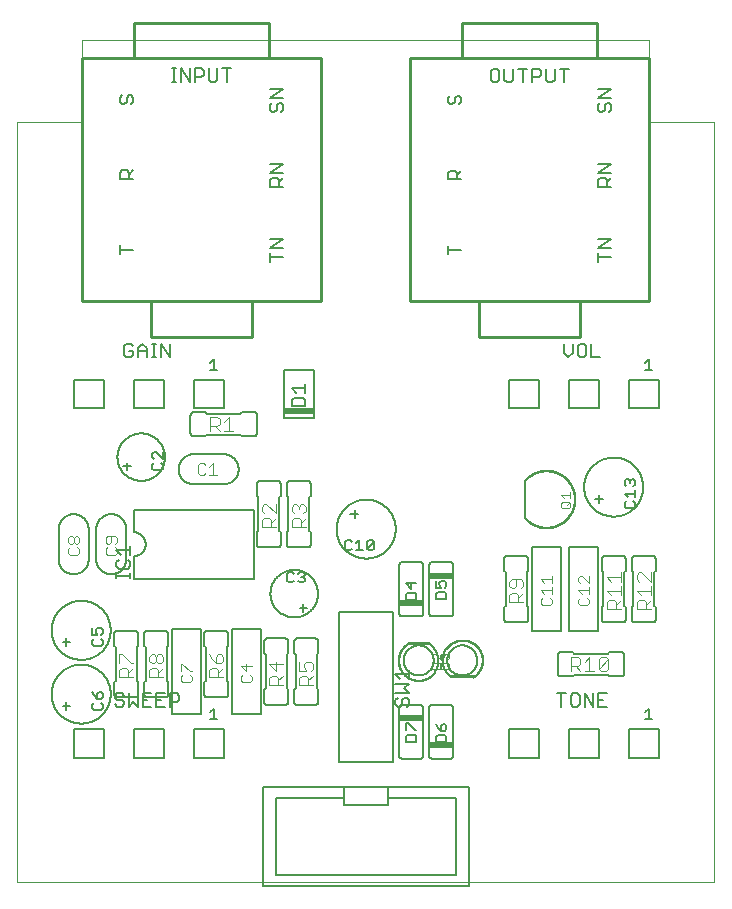
<source format=gto>
G75*
%MOIN*%
%OFA0B0*%
%FSLAX25Y25*%
%IPPOS*%
%LPD*%
%AMOC8*
5,1,8,0,0,1.08239X$1,22.5*
%
%ADD10C,0.01000*%
%ADD11C,0.00600*%
%ADD12R,0.10000X0.02000*%
%ADD13C,0.00500*%
%ADD14C,0.00800*%
%ADD15C,0.00400*%
%ADD16C,0.00300*%
%ADD17C,0.00000*%
%ADD18R,0.08000X0.02000*%
%ADD19C,0.00060*%
%ADD20C,0.00050*%
D10*
X0049642Y0188248D02*
X0049642Y0200059D01*
X0083106Y0200059D01*
X0083106Y0188248D01*
X0049642Y0188248D01*
X0049642Y0200059D02*
X0026610Y0200059D01*
X0026610Y0281161D01*
X0043933Y0281161D01*
X0043933Y0292775D01*
X0088815Y0292775D01*
X0088815Y0281161D01*
X0043933Y0281161D01*
X0088815Y0281161D02*
X0106138Y0281161D01*
X0106138Y0200059D01*
X0083106Y0200059D01*
X0135986Y0199996D02*
X0159018Y0199996D01*
X0159018Y0188185D01*
X0192482Y0188185D01*
X0192482Y0199996D01*
X0215514Y0199996D01*
X0215514Y0281098D01*
X0198191Y0281098D01*
X0198191Y0292712D01*
X0153309Y0292712D01*
X0153309Y0281098D01*
X0135986Y0281098D01*
X0135986Y0199996D01*
X0159018Y0199996D02*
X0192482Y0199996D01*
X0198191Y0281098D02*
X0153309Y0281098D01*
D11*
X0162738Y0276820D02*
X0162738Y0273884D01*
X0163472Y0273150D01*
X0164940Y0273150D01*
X0165674Y0273884D01*
X0165674Y0276820D01*
X0164940Y0277554D01*
X0163472Y0277554D01*
X0162738Y0276820D01*
X0167342Y0277554D02*
X0167342Y0273884D01*
X0168076Y0273150D01*
X0169544Y0273150D01*
X0170278Y0273884D01*
X0170278Y0277554D01*
X0171946Y0277554D02*
X0174882Y0277554D01*
X0173414Y0277554D02*
X0173414Y0273150D01*
X0176550Y0273150D02*
X0176550Y0277554D01*
X0178752Y0277554D01*
X0179486Y0276820D01*
X0179486Y0275352D01*
X0178752Y0274618D01*
X0176550Y0274618D01*
X0181154Y0273884D02*
X0181888Y0273150D01*
X0183356Y0273150D01*
X0184090Y0273884D01*
X0184090Y0277554D01*
X0185758Y0277554D02*
X0188694Y0277554D01*
X0187226Y0277554D02*
X0187226Y0273150D01*
X0181154Y0273884D02*
X0181154Y0277554D01*
X0198546Y0270690D02*
X0202950Y0270690D01*
X0198546Y0267754D01*
X0202950Y0267754D01*
X0202216Y0266086D02*
X0202950Y0265352D01*
X0202950Y0263884D01*
X0202216Y0263150D01*
X0200748Y0263884D02*
X0200748Y0265352D01*
X0201482Y0266086D01*
X0202216Y0266086D01*
X0200748Y0263884D02*
X0200014Y0263150D01*
X0199280Y0263150D01*
X0198546Y0263884D01*
X0198546Y0265352D01*
X0199280Y0266086D01*
X0198546Y0245690D02*
X0202950Y0245690D01*
X0198546Y0242754D01*
X0202950Y0242754D01*
X0202950Y0241086D02*
X0201482Y0239618D01*
X0201482Y0240352D02*
X0201482Y0238150D01*
X0202950Y0238150D02*
X0198546Y0238150D01*
X0198546Y0240352D01*
X0199280Y0241086D01*
X0200748Y0241086D01*
X0201482Y0240352D01*
X0202950Y0220690D02*
X0198546Y0220690D01*
X0198546Y0217754D02*
X0202950Y0220690D01*
X0202950Y0217754D02*
X0198546Y0217754D01*
X0198546Y0216086D02*
X0198546Y0213150D01*
X0198546Y0214618D02*
X0202950Y0214618D01*
X0196352Y0185804D02*
X0196352Y0181400D01*
X0199288Y0181400D01*
X0194684Y0182134D02*
X0194684Y0185070D01*
X0193950Y0185804D01*
X0192482Y0185804D01*
X0191748Y0185070D01*
X0191748Y0182134D01*
X0192482Y0181400D01*
X0193950Y0181400D01*
X0194684Y0182134D01*
X0190080Y0182868D02*
X0190080Y0185804D01*
X0190080Y0182868D02*
X0188612Y0181400D01*
X0187144Y0182868D01*
X0187144Y0185804D01*
X0152950Y0217118D02*
X0148546Y0217118D01*
X0148546Y0215650D02*
X0148546Y0218586D01*
X0148546Y0240650D02*
X0148546Y0242852D01*
X0149280Y0243586D01*
X0150748Y0243586D01*
X0151482Y0242852D01*
X0151482Y0240650D01*
X0151482Y0242118D02*
X0152950Y0243586D01*
X0152950Y0240650D02*
X0148546Y0240650D01*
X0149280Y0265650D02*
X0148546Y0266384D01*
X0148546Y0267852D01*
X0149280Y0268586D01*
X0150748Y0267852D02*
X0151482Y0268586D01*
X0152216Y0268586D01*
X0152950Y0267852D01*
X0152950Y0266384D01*
X0152216Y0265650D01*
X0150748Y0266384D02*
X0150748Y0267852D01*
X0150748Y0266384D02*
X0150014Y0265650D01*
X0149280Y0265650D01*
X0093574Y0265415D02*
X0093574Y0263947D01*
X0092840Y0263213D01*
X0091372Y0263947D02*
X0091372Y0265415D01*
X0092106Y0266149D01*
X0092840Y0266149D01*
X0093574Y0265415D01*
X0093574Y0267817D02*
X0089170Y0267817D01*
X0093574Y0270753D01*
X0089170Y0270753D01*
X0089904Y0266149D02*
X0089170Y0265415D01*
X0089170Y0263947D01*
X0089904Y0263213D01*
X0090638Y0263213D01*
X0091372Y0263947D01*
X0093574Y0245753D02*
X0089170Y0245753D01*
X0089170Y0242817D02*
X0093574Y0245753D01*
X0093574Y0242817D02*
X0089170Y0242817D01*
X0089904Y0241149D02*
X0091372Y0241149D01*
X0092106Y0240415D01*
X0092106Y0238213D01*
X0092106Y0239681D02*
X0093574Y0241149D01*
X0093574Y0238213D02*
X0089170Y0238213D01*
X0089170Y0240415D01*
X0089904Y0241149D01*
X0089170Y0220753D02*
X0093574Y0220753D01*
X0089170Y0217817D01*
X0093574Y0217817D01*
X0089170Y0216149D02*
X0089170Y0213213D01*
X0089170Y0214681D02*
X0093574Y0214681D01*
X0093750Y0177100D02*
X0093750Y0161100D01*
X0103750Y0161100D01*
X0103750Y0177100D01*
X0093750Y0177100D01*
X0096546Y0171068D02*
X0100950Y0171068D01*
X0100950Y0169600D02*
X0100950Y0172536D01*
X0100216Y0167932D02*
X0097280Y0167932D01*
X0096546Y0167198D01*
X0096546Y0164996D01*
X0100950Y0164996D01*
X0100950Y0167198D01*
X0100216Y0167932D01*
X0098014Y0169600D02*
X0096546Y0171068D01*
X0084813Y0162100D02*
X0084813Y0156100D01*
X0084811Y0156040D01*
X0084806Y0155979D01*
X0084797Y0155920D01*
X0084784Y0155861D01*
X0084768Y0155802D01*
X0084748Y0155745D01*
X0084725Y0155690D01*
X0084698Y0155635D01*
X0084669Y0155583D01*
X0084636Y0155532D01*
X0084600Y0155483D01*
X0084562Y0155437D01*
X0084520Y0155393D01*
X0084476Y0155351D01*
X0084430Y0155313D01*
X0084381Y0155277D01*
X0084330Y0155244D01*
X0084278Y0155215D01*
X0084223Y0155188D01*
X0084168Y0155165D01*
X0084111Y0155145D01*
X0084052Y0155129D01*
X0083993Y0155116D01*
X0083934Y0155107D01*
X0083873Y0155102D01*
X0083813Y0155100D01*
X0079813Y0155100D01*
X0079313Y0155600D01*
X0068187Y0155600D01*
X0067687Y0155100D01*
X0063687Y0155100D01*
X0063627Y0155102D01*
X0063566Y0155107D01*
X0063507Y0155116D01*
X0063448Y0155129D01*
X0063389Y0155145D01*
X0063332Y0155165D01*
X0063277Y0155188D01*
X0063222Y0155215D01*
X0063170Y0155244D01*
X0063119Y0155277D01*
X0063070Y0155313D01*
X0063024Y0155351D01*
X0062980Y0155393D01*
X0062938Y0155437D01*
X0062900Y0155483D01*
X0062864Y0155532D01*
X0062831Y0155583D01*
X0062802Y0155635D01*
X0062775Y0155690D01*
X0062752Y0155745D01*
X0062732Y0155802D01*
X0062716Y0155861D01*
X0062703Y0155920D01*
X0062694Y0155979D01*
X0062689Y0156040D01*
X0062687Y0156100D01*
X0062687Y0162100D01*
X0062689Y0162160D01*
X0062694Y0162221D01*
X0062703Y0162280D01*
X0062716Y0162339D01*
X0062732Y0162398D01*
X0062752Y0162455D01*
X0062775Y0162510D01*
X0062802Y0162565D01*
X0062831Y0162617D01*
X0062864Y0162668D01*
X0062900Y0162717D01*
X0062938Y0162763D01*
X0062980Y0162807D01*
X0063024Y0162849D01*
X0063070Y0162887D01*
X0063119Y0162923D01*
X0063170Y0162956D01*
X0063222Y0162985D01*
X0063277Y0163012D01*
X0063332Y0163035D01*
X0063389Y0163055D01*
X0063448Y0163071D01*
X0063507Y0163084D01*
X0063566Y0163093D01*
X0063627Y0163098D01*
X0063687Y0163100D01*
X0067687Y0163100D01*
X0068187Y0162600D01*
X0079313Y0162600D01*
X0079813Y0163100D01*
X0083813Y0163100D01*
X0083873Y0163098D01*
X0083934Y0163093D01*
X0083993Y0163084D01*
X0084052Y0163071D01*
X0084111Y0163055D01*
X0084168Y0163035D01*
X0084223Y0163012D01*
X0084278Y0162985D01*
X0084330Y0162956D01*
X0084381Y0162923D01*
X0084430Y0162887D01*
X0084476Y0162849D01*
X0084520Y0162807D01*
X0084562Y0162763D01*
X0084600Y0162717D01*
X0084636Y0162668D01*
X0084669Y0162617D01*
X0084698Y0162565D01*
X0084725Y0162510D01*
X0084748Y0162455D01*
X0084768Y0162398D01*
X0084784Y0162339D01*
X0084797Y0162280D01*
X0084806Y0162221D01*
X0084811Y0162160D01*
X0084813Y0162100D01*
X0073750Y0149100D02*
X0066250Y0149100D01*
X0063750Y0149100D01*
X0058750Y0144100D02*
X0058752Y0143960D01*
X0058758Y0143820D01*
X0058768Y0143680D01*
X0058781Y0143540D01*
X0058799Y0143401D01*
X0058821Y0143262D01*
X0058846Y0143125D01*
X0058875Y0142987D01*
X0058908Y0142851D01*
X0058945Y0142716D01*
X0058986Y0142582D01*
X0059031Y0142449D01*
X0059079Y0142317D01*
X0059131Y0142187D01*
X0059186Y0142058D01*
X0059245Y0141931D01*
X0059308Y0141805D01*
X0059374Y0141681D01*
X0059443Y0141560D01*
X0059516Y0141440D01*
X0059593Y0141322D01*
X0059672Y0141207D01*
X0059755Y0141093D01*
X0059841Y0140983D01*
X0059930Y0140874D01*
X0060022Y0140768D01*
X0060117Y0140665D01*
X0060214Y0140564D01*
X0060315Y0140467D01*
X0060418Y0140372D01*
X0060524Y0140280D01*
X0060633Y0140191D01*
X0060743Y0140105D01*
X0060857Y0140022D01*
X0060972Y0139943D01*
X0061090Y0139866D01*
X0061210Y0139793D01*
X0061331Y0139724D01*
X0061455Y0139658D01*
X0061581Y0139595D01*
X0061708Y0139536D01*
X0061837Y0139481D01*
X0061967Y0139429D01*
X0062099Y0139381D01*
X0062232Y0139336D01*
X0062366Y0139295D01*
X0062501Y0139258D01*
X0062637Y0139225D01*
X0062775Y0139196D01*
X0062912Y0139171D01*
X0063051Y0139149D01*
X0063190Y0139131D01*
X0063330Y0139118D01*
X0063470Y0139108D01*
X0063610Y0139102D01*
X0063750Y0139100D01*
X0073750Y0139100D01*
X0078750Y0144100D02*
X0078748Y0144240D01*
X0078742Y0144380D01*
X0078732Y0144520D01*
X0078719Y0144660D01*
X0078701Y0144799D01*
X0078679Y0144938D01*
X0078654Y0145075D01*
X0078625Y0145213D01*
X0078592Y0145349D01*
X0078555Y0145484D01*
X0078514Y0145618D01*
X0078469Y0145751D01*
X0078421Y0145883D01*
X0078369Y0146013D01*
X0078314Y0146142D01*
X0078255Y0146269D01*
X0078192Y0146395D01*
X0078126Y0146519D01*
X0078057Y0146640D01*
X0077984Y0146760D01*
X0077907Y0146878D01*
X0077828Y0146993D01*
X0077745Y0147107D01*
X0077659Y0147217D01*
X0077570Y0147326D01*
X0077478Y0147432D01*
X0077383Y0147535D01*
X0077286Y0147636D01*
X0077185Y0147733D01*
X0077082Y0147828D01*
X0076976Y0147920D01*
X0076867Y0148009D01*
X0076757Y0148095D01*
X0076643Y0148178D01*
X0076528Y0148257D01*
X0076410Y0148334D01*
X0076290Y0148407D01*
X0076169Y0148476D01*
X0076045Y0148542D01*
X0075919Y0148605D01*
X0075792Y0148664D01*
X0075663Y0148719D01*
X0075533Y0148771D01*
X0075401Y0148819D01*
X0075268Y0148864D01*
X0075134Y0148905D01*
X0074999Y0148942D01*
X0074863Y0148975D01*
X0074725Y0149004D01*
X0074588Y0149029D01*
X0074449Y0149051D01*
X0074310Y0149069D01*
X0074170Y0149082D01*
X0074030Y0149092D01*
X0073890Y0149098D01*
X0073750Y0149100D01*
X0078750Y0144100D02*
X0078748Y0143960D01*
X0078742Y0143820D01*
X0078732Y0143680D01*
X0078719Y0143540D01*
X0078701Y0143401D01*
X0078679Y0143262D01*
X0078654Y0143125D01*
X0078625Y0142987D01*
X0078592Y0142851D01*
X0078555Y0142716D01*
X0078514Y0142582D01*
X0078469Y0142449D01*
X0078421Y0142317D01*
X0078369Y0142187D01*
X0078314Y0142058D01*
X0078255Y0141931D01*
X0078192Y0141805D01*
X0078126Y0141681D01*
X0078057Y0141560D01*
X0077984Y0141440D01*
X0077907Y0141322D01*
X0077828Y0141207D01*
X0077745Y0141093D01*
X0077659Y0140983D01*
X0077570Y0140874D01*
X0077478Y0140768D01*
X0077383Y0140665D01*
X0077286Y0140564D01*
X0077185Y0140467D01*
X0077082Y0140372D01*
X0076976Y0140280D01*
X0076867Y0140191D01*
X0076757Y0140105D01*
X0076643Y0140022D01*
X0076528Y0139943D01*
X0076410Y0139866D01*
X0076290Y0139793D01*
X0076169Y0139724D01*
X0076045Y0139658D01*
X0075919Y0139595D01*
X0075792Y0139536D01*
X0075663Y0139481D01*
X0075533Y0139429D01*
X0075401Y0139381D01*
X0075268Y0139336D01*
X0075134Y0139295D01*
X0074999Y0139258D01*
X0074863Y0139225D01*
X0074725Y0139196D01*
X0074588Y0139171D01*
X0074449Y0139149D01*
X0074310Y0139131D01*
X0074170Y0139118D01*
X0074030Y0139108D01*
X0073890Y0139102D01*
X0073750Y0139100D01*
X0063750Y0149100D02*
X0063610Y0149098D01*
X0063470Y0149092D01*
X0063330Y0149082D01*
X0063190Y0149069D01*
X0063051Y0149051D01*
X0062912Y0149029D01*
X0062775Y0149004D01*
X0062637Y0148975D01*
X0062501Y0148942D01*
X0062366Y0148905D01*
X0062232Y0148864D01*
X0062099Y0148819D01*
X0061967Y0148771D01*
X0061837Y0148719D01*
X0061708Y0148664D01*
X0061581Y0148605D01*
X0061455Y0148542D01*
X0061331Y0148476D01*
X0061210Y0148407D01*
X0061090Y0148334D01*
X0060972Y0148257D01*
X0060857Y0148178D01*
X0060743Y0148095D01*
X0060633Y0148009D01*
X0060524Y0147920D01*
X0060418Y0147828D01*
X0060315Y0147733D01*
X0060214Y0147636D01*
X0060117Y0147535D01*
X0060022Y0147432D01*
X0059930Y0147326D01*
X0059841Y0147217D01*
X0059755Y0147107D01*
X0059672Y0146993D01*
X0059593Y0146878D01*
X0059516Y0146760D01*
X0059443Y0146640D01*
X0059374Y0146519D01*
X0059308Y0146395D01*
X0059245Y0146269D01*
X0059186Y0146142D01*
X0059131Y0146013D01*
X0059079Y0145883D01*
X0059031Y0145751D01*
X0058986Y0145618D01*
X0058945Y0145484D01*
X0058908Y0145349D01*
X0058875Y0145213D01*
X0058846Y0145075D01*
X0058821Y0144938D01*
X0058799Y0144799D01*
X0058781Y0144660D01*
X0058768Y0144520D01*
X0058758Y0144380D01*
X0058752Y0144240D01*
X0058750Y0144100D01*
X0038344Y0148100D02*
X0038346Y0148294D01*
X0038354Y0148488D01*
X0038365Y0148682D01*
X0038382Y0148875D01*
X0038403Y0149068D01*
X0038430Y0149260D01*
X0038460Y0149452D01*
X0038496Y0149642D01*
X0038536Y0149832D01*
X0038581Y0150021D01*
X0038630Y0150209D01*
X0038684Y0150395D01*
X0038743Y0150580D01*
X0038806Y0150763D01*
X0038874Y0150945D01*
X0038946Y0151125D01*
X0039022Y0151304D01*
X0039103Y0151480D01*
X0039188Y0151655D01*
X0039278Y0151827D01*
X0039371Y0151997D01*
X0039469Y0152164D01*
X0039571Y0152330D01*
X0039676Y0152492D01*
X0039786Y0152652D01*
X0039900Y0152810D01*
X0040017Y0152964D01*
X0040139Y0153116D01*
X0040264Y0153264D01*
X0040392Y0153409D01*
X0040524Y0153552D01*
X0040660Y0153690D01*
X0040798Y0153826D01*
X0040941Y0153958D01*
X0041086Y0154086D01*
X0041234Y0154211D01*
X0041386Y0154333D01*
X0041540Y0154450D01*
X0041698Y0154564D01*
X0041858Y0154674D01*
X0042020Y0154779D01*
X0042186Y0154881D01*
X0042353Y0154979D01*
X0042523Y0155072D01*
X0042695Y0155162D01*
X0042870Y0155247D01*
X0043046Y0155328D01*
X0043225Y0155404D01*
X0043405Y0155476D01*
X0043587Y0155544D01*
X0043770Y0155607D01*
X0043955Y0155666D01*
X0044141Y0155720D01*
X0044329Y0155769D01*
X0044518Y0155814D01*
X0044708Y0155854D01*
X0044898Y0155890D01*
X0045090Y0155920D01*
X0045282Y0155947D01*
X0045475Y0155968D01*
X0045668Y0155985D01*
X0045862Y0155996D01*
X0046056Y0156004D01*
X0046250Y0156006D01*
X0046444Y0156004D01*
X0046638Y0155996D01*
X0046832Y0155985D01*
X0047025Y0155968D01*
X0047218Y0155947D01*
X0047410Y0155920D01*
X0047602Y0155890D01*
X0047792Y0155854D01*
X0047982Y0155814D01*
X0048171Y0155769D01*
X0048359Y0155720D01*
X0048545Y0155666D01*
X0048730Y0155607D01*
X0048913Y0155544D01*
X0049095Y0155476D01*
X0049275Y0155404D01*
X0049454Y0155328D01*
X0049630Y0155247D01*
X0049805Y0155162D01*
X0049977Y0155072D01*
X0050147Y0154979D01*
X0050314Y0154881D01*
X0050480Y0154779D01*
X0050642Y0154674D01*
X0050802Y0154564D01*
X0050960Y0154450D01*
X0051114Y0154333D01*
X0051266Y0154211D01*
X0051414Y0154086D01*
X0051559Y0153958D01*
X0051702Y0153826D01*
X0051840Y0153690D01*
X0051976Y0153552D01*
X0052108Y0153409D01*
X0052236Y0153264D01*
X0052361Y0153116D01*
X0052483Y0152964D01*
X0052600Y0152810D01*
X0052714Y0152652D01*
X0052824Y0152492D01*
X0052929Y0152330D01*
X0053031Y0152164D01*
X0053129Y0151997D01*
X0053222Y0151827D01*
X0053312Y0151655D01*
X0053397Y0151480D01*
X0053478Y0151304D01*
X0053554Y0151125D01*
X0053626Y0150945D01*
X0053694Y0150763D01*
X0053757Y0150580D01*
X0053816Y0150395D01*
X0053870Y0150209D01*
X0053919Y0150021D01*
X0053964Y0149832D01*
X0054004Y0149642D01*
X0054040Y0149452D01*
X0054070Y0149260D01*
X0054097Y0149068D01*
X0054118Y0148875D01*
X0054135Y0148682D01*
X0054146Y0148488D01*
X0054154Y0148294D01*
X0054156Y0148100D01*
X0054154Y0147906D01*
X0054146Y0147712D01*
X0054135Y0147518D01*
X0054118Y0147325D01*
X0054097Y0147132D01*
X0054070Y0146940D01*
X0054040Y0146748D01*
X0054004Y0146558D01*
X0053964Y0146368D01*
X0053919Y0146179D01*
X0053870Y0145991D01*
X0053816Y0145805D01*
X0053757Y0145620D01*
X0053694Y0145437D01*
X0053626Y0145255D01*
X0053554Y0145075D01*
X0053478Y0144896D01*
X0053397Y0144720D01*
X0053312Y0144545D01*
X0053222Y0144373D01*
X0053129Y0144203D01*
X0053031Y0144036D01*
X0052929Y0143870D01*
X0052824Y0143708D01*
X0052714Y0143548D01*
X0052600Y0143390D01*
X0052483Y0143236D01*
X0052361Y0143084D01*
X0052236Y0142936D01*
X0052108Y0142791D01*
X0051976Y0142648D01*
X0051840Y0142510D01*
X0051702Y0142374D01*
X0051559Y0142242D01*
X0051414Y0142114D01*
X0051266Y0141989D01*
X0051114Y0141867D01*
X0050960Y0141750D01*
X0050802Y0141636D01*
X0050642Y0141526D01*
X0050480Y0141421D01*
X0050314Y0141319D01*
X0050147Y0141221D01*
X0049977Y0141128D01*
X0049805Y0141038D01*
X0049630Y0140953D01*
X0049454Y0140872D01*
X0049275Y0140796D01*
X0049095Y0140724D01*
X0048913Y0140656D01*
X0048730Y0140593D01*
X0048545Y0140534D01*
X0048359Y0140480D01*
X0048171Y0140431D01*
X0047982Y0140386D01*
X0047792Y0140346D01*
X0047602Y0140310D01*
X0047410Y0140280D01*
X0047218Y0140253D01*
X0047025Y0140232D01*
X0046832Y0140215D01*
X0046638Y0140204D01*
X0046444Y0140196D01*
X0046250Y0140194D01*
X0046056Y0140196D01*
X0045862Y0140204D01*
X0045668Y0140215D01*
X0045475Y0140232D01*
X0045282Y0140253D01*
X0045090Y0140280D01*
X0044898Y0140310D01*
X0044708Y0140346D01*
X0044518Y0140386D01*
X0044329Y0140431D01*
X0044141Y0140480D01*
X0043955Y0140534D01*
X0043770Y0140593D01*
X0043587Y0140656D01*
X0043405Y0140724D01*
X0043225Y0140796D01*
X0043046Y0140872D01*
X0042870Y0140953D01*
X0042695Y0141038D01*
X0042523Y0141128D01*
X0042353Y0141221D01*
X0042186Y0141319D01*
X0042020Y0141421D01*
X0041858Y0141526D01*
X0041698Y0141636D01*
X0041540Y0141750D01*
X0041386Y0141867D01*
X0041234Y0141989D01*
X0041086Y0142114D01*
X0040941Y0142242D01*
X0040798Y0142374D01*
X0040660Y0142510D01*
X0040524Y0142648D01*
X0040392Y0142791D01*
X0040264Y0142936D01*
X0040139Y0143084D01*
X0040017Y0143236D01*
X0039900Y0143390D01*
X0039786Y0143548D01*
X0039676Y0143708D01*
X0039571Y0143870D01*
X0039469Y0144036D01*
X0039371Y0144203D01*
X0039278Y0144373D01*
X0039188Y0144545D01*
X0039103Y0144720D01*
X0039022Y0144896D01*
X0038946Y0145075D01*
X0038874Y0145255D01*
X0038806Y0145437D01*
X0038743Y0145620D01*
X0038684Y0145805D01*
X0038630Y0145991D01*
X0038581Y0146179D01*
X0038536Y0146368D01*
X0038496Y0146558D01*
X0038460Y0146748D01*
X0038430Y0146940D01*
X0038403Y0147132D01*
X0038382Y0147325D01*
X0038365Y0147518D01*
X0038354Y0147712D01*
X0038346Y0147906D01*
X0038344Y0148100D01*
X0040192Y0145015D02*
X0042692Y0145015D01*
X0041450Y0146232D02*
X0041478Y0143767D01*
X0043750Y0130600D02*
X0043750Y0123100D01*
X0041250Y0124100D02*
X0041250Y0114100D01*
X0043750Y0115100D02*
X0043750Y0107600D01*
X0083750Y0107600D01*
X0083750Y0130600D01*
X0043750Y0130600D01*
X0036250Y0129100D02*
X0036110Y0129098D01*
X0035970Y0129092D01*
X0035830Y0129082D01*
X0035690Y0129069D01*
X0035551Y0129051D01*
X0035412Y0129029D01*
X0035275Y0129004D01*
X0035137Y0128975D01*
X0035001Y0128942D01*
X0034866Y0128905D01*
X0034732Y0128864D01*
X0034599Y0128819D01*
X0034467Y0128771D01*
X0034337Y0128719D01*
X0034208Y0128664D01*
X0034081Y0128605D01*
X0033955Y0128542D01*
X0033831Y0128476D01*
X0033710Y0128407D01*
X0033590Y0128334D01*
X0033472Y0128257D01*
X0033357Y0128178D01*
X0033243Y0128095D01*
X0033133Y0128009D01*
X0033024Y0127920D01*
X0032918Y0127828D01*
X0032815Y0127733D01*
X0032714Y0127636D01*
X0032617Y0127535D01*
X0032522Y0127432D01*
X0032430Y0127326D01*
X0032341Y0127217D01*
X0032255Y0127107D01*
X0032172Y0126993D01*
X0032093Y0126878D01*
X0032016Y0126760D01*
X0031943Y0126640D01*
X0031874Y0126519D01*
X0031808Y0126395D01*
X0031745Y0126269D01*
X0031686Y0126142D01*
X0031631Y0126013D01*
X0031579Y0125883D01*
X0031531Y0125751D01*
X0031486Y0125618D01*
X0031445Y0125484D01*
X0031408Y0125349D01*
X0031375Y0125213D01*
X0031346Y0125075D01*
X0031321Y0124938D01*
X0031299Y0124799D01*
X0031281Y0124660D01*
X0031268Y0124520D01*
X0031258Y0124380D01*
X0031252Y0124240D01*
X0031250Y0124100D01*
X0031250Y0116600D01*
X0031250Y0114100D01*
X0028750Y0114100D02*
X0028750Y0124100D01*
X0023750Y0129100D02*
X0023610Y0129098D01*
X0023470Y0129092D01*
X0023330Y0129082D01*
X0023190Y0129069D01*
X0023051Y0129051D01*
X0022912Y0129029D01*
X0022775Y0129004D01*
X0022637Y0128975D01*
X0022501Y0128942D01*
X0022366Y0128905D01*
X0022232Y0128864D01*
X0022099Y0128819D01*
X0021967Y0128771D01*
X0021837Y0128719D01*
X0021708Y0128664D01*
X0021581Y0128605D01*
X0021455Y0128542D01*
X0021331Y0128476D01*
X0021210Y0128407D01*
X0021090Y0128334D01*
X0020972Y0128257D01*
X0020857Y0128178D01*
X0020743Y0128095D01*
X0020633Y0128009D01*
X0020524Y0127920D01*
X0020418Y0127828D01*
X0020315Y0127733D01*
X0020214Y0127636D01*
X0020117Y0127535D01*
X0020022Y0127432D01*
X0019930Y0127326D01*
X0019841Y0127217D01*
X0019755Y0127107D01*
X0019672Y0126993D01*
X0019593Y0126878D01*
X0019516Y0126760D01*
X0019443Y0126640D01*
X0019374Y0126519D01*
X0019308Y0126395D01*
X0019245Y0126269D01*
X0019186Y0126142D01*
X0019131Y0126013D01*
X0019079Y0125883D01*
X0019031Y0125751D01*
X0018986Y0125618D01*
X0018945Y0125484D01*
X0018908Y0125349D01*
X0018875Y0125213D01*
X0018846Y0125075D01*
X0018821Y0124938D01*
X0018799Y0124799D01*
X0018781Y0124660D01*
X0018768Y0124520D01*
X0018758Y0124380D01*
X0018752Y0124240D01*
X0018750Y0124100D01*
X0018750Y0116600D01*
X0018750Y0114100D01*
X0023750Y0109100D02*
X0023890Y0109102D01*
X0024030Y0109108D01*
X0024170Y0109118D01*
X0024310Y0109131D01*
X0024449Y0109149D01*
X0024588Y0109171D01*
X0024725Y0109196D01*
X0024863Y0109225D01*
X0024999Y0109258D01*
X0025134Y0109295D01*
X0025268Y0109336D01*
X0025401Y0109381D01*
X0025533Y0109429D01*
X0025663Y0109481D01*
X0025792Y0109536D01*
X0025919Y0109595D01*
X0026045Y0109658D01*
X0026169Y0109724D01*
X0026290Y0109793D01*
X0026410Y0109866D01*
X0026528Y0109943D01*
X0026643Y0110022D01*
X0026757Y0110105D01*
X0026867Y0110191D01*
X0026976Y0110280D01*
X0027082Y0110372D01*
X0027185Y0110467D01*
X0027286Y0110564D01*
X0027383Y0110665D01*
X0027478Y0110768D01*
X0027570Y0110874D01*
X0027659Y0110983D01*
X0027745Y0111093D01*
X0027828Y0111207D01*
X0027907Y0111322D01*
X0027984Y0111440D01*
X0028057Y0111560D01*
X0028126Y0111681D01*
X0028192Y0111805D01*
X0028255Y0111931D01*
X0028314Y0112058D01*
X0028369Y0112187D01*
X0028421Y0112317D01*
X0028469Y0112449D01*
X0028514Y0112582D01*
X0028555Y0112716D01*
X0028592Y0112851D01*
X0028625Y0112987D01*
X0028654Y0113125D01*
X0028679Y0113262D01*
X0028701Y0113401D01*
X0028719Y0113540D01*
X0028732Y0113680D01*
X0028742Y0113820D01*
X0028748Y0113960D01*
X0028750Y0114100D01*
X0023750Y0109100D02*
X0023610Y0109102D01*
X0023470Y0109108D01*
X0023330Y0109118D01*
X0023190Y0109131D01*
X0023051Y0109149D01*
X0022912Y0109171D01*
X0022775Y0109196D01*
X0022637Y0109225D01*
X0022501Y0109258D01*
X0022366Y0109295D01*
X0022232Y0109336D01*
X0022099Y0109381D01*
X0021967Y0109429D01*
X0021837Y0109481D01*
X0021708Y0109536D01*
X0021581Y0109595D01*
X0021455Y0109658D01*
X0021331Y0109724D01*
X0021210Y0109793D01*
X0021090Y0109866D01*
X0020972Y0109943D01*
X0020857Y0110022D01*
X0020743Y0110105D01*
X0020633Y0110191D01*
X0020524Y0110280D01*
X0020418Y0110372D01*
X0020315Y0110467D01*
X0020214Y0110564D01*
X0020117Y0110665D01*
X0020022Y0110768D01*
X0019930Y0110874D01*
X0019841Y0110983D01*
X0019755Y0111093D01*
X0019672Y0111207D01*
X0019593Y0111322D01*
X0019516Y0111440D01*
X0019443Y0111560D01*
X0019374Y0111681D01*
X0019308Y0111805D01*
X0019245Y0111931D01*
X0019186Y0112058D01*
X0019131Y0112187D01*
X0019079Y0112317D01*
X0019031Y0112449D01*
X0018986Y0112582D01*
X0018945Y0112716D01*
X0018908Y0112851D01*
X0018875Y0112987D01*
X0018846Y0113125D01*
X0018821Y0113262D01*
X0018799Y0113401D01*
X0018781Y0113540D01*
X0018768Y0113680D01*
X0018758Y0113820D01*
X0018752Y0113960D01*
X0018750Y0114100D01*
X0028750Y0124100D02*
X0028748Y0124240D01*
X0028742Y0124380D01*
X0028732Y0124520D01*
X0028719Y0124660D01*
X0028701Y0124799D01*
X0028679Y0124938D01*
X0028654Y0125075D01*
X0028625Y0125213D01*
X0028592Y0125349D01*
X0028555Y0125484D01*
X0028514Y0125618D01*
X0028469Y0125751D01*
X0028421Y0125883D01*
X0028369Y0126013D01*
X0028314Y0126142D01*
X0028255Y0126269D01*
X0028192Y0126395D01*
X0028126Y0126519D01*
X0028057Y0126640D01*
X0027984Y0126760D01*
X0027907Y0126878D01*
X0027828Y0126993D01*
X0027745Y0127107D01*
X0027659Y0127217D01*
X0027570Y0127326D01*
X0027478Y0127432D01*
X0027383Y0127535D01*
X0027286Y0127636D01*
X0027185Y0127733D01*
X0027082Y0127828D01*
X0026976Y0127920D01*
X0026867Y0128009D01*
X0026757Y0128095D01*
X0026643Y0128178D01*
X0026528Y0128257D01*
X0026410Y0128334D01*
X0026290Y0128407D01*
X0026169Y0128476D01*
X0026045Y0128542D01*
X0025919Y0128605D01*
X0025792Y0128664D01*
X0025663Y0128719D01*
X0025533Y0128771D01*
X0025401Y0128819D01*
X0025268Y0128864D01*
X0025134Y0128905D01*
X0024999Y0128942D01*
X0024863Y0128975D01*
X0024725Y0129004D01*
X0024588Y0129029D01*
X0024449Y0129051D01*
X0024310Y0129069D01*
X0024170Y0129082D01*
X0024030Y0129092D01*
X0023890Y0129098D01*
X0023750Y0129100D01*
X0036250Y0129100D02*
X0036390Y0129098D01*
X0036530Y0129092D01*
X0036670Y0129082D01*
X0036810Y0129069D01*
X0036949Y0129051D01*
X0037088Y0129029D01*
X0037225Y0129004D01*
X0037363Y0128975D01*
X0037499Y0128942D01*
X0037634Y0128905D01*
X0037768Y0128864D01*
X0037901Y0128819D01*
X0038033Y0128771D01*
X0038163Y0128719D01*
X0038292Y0128664D01*
X0038419Y0128605D01*
X0038545Y0128542D01*
X0038669Y0128476D01*
X0038790Y0128407D01*
X0038910Y0128334D01*
X0039028Y0128257D01*
X0039143Y0128178D01*
X0039257Y0128095D01*
X0039367Y0128009D01*
X0039476Y0127920D01*
X0039582Y0127828D01*
X0039685Y0127733D01*
X0039786Y0127636D01*
X0039883Y0127535D01*
X0039978Y0127432D01*
X0040070Y0127326D01*
X0040159Y0127217D01*
X0040245Y0127107D01*
X0040328Y0126993D01*
X0040407Y0126878D01*
X0040484Y0126760D01*
X0040557Y0126640D01*
X0040626Y0126519D01*
X0040692Y0126395D01*
X0040755Y0126269D01*
X0040814Y0126142D01*
X0040869Y0126013D01*
X0040921Y0125883D01*
X0040969Y0125751D01*
X0041014Y0125618D01*
X0041055Y0125484D01*
X0041092Y0125349D01*
X0041125Y0125213D01*
X0041154Y0125075D01*
X0041179Y0124938D01*
X0041201Y0124799D01*
X0041219Y0124660D01*
X0041232Y0124520D01*
X0041242Y0124380D01*
X0041248Y0124240D01*
X0041250Y0124100D01*
X0043750Y0123100D02*
X0043876Y0123098D01*
X0044001Y0123092D01*
X0044126Y0123082D01*
X0044251Y0123068D01*
X0044376Y0123051D01*
X0044500Y0123029D01*
X0044623Y0123004D01*
X0044745Y0122974D01*
X0044866Y0122941D01*
X0044986Y0122904D01*
X0045105Y0122864D01*
X0045222Y0122819D01*
X0045339Y0122771D01*
X0045453Y0122719D01*
X0045566Y0122664D01*
X0045677Y0122605D01*
X0045786Y0122543D01*
X0045893Y0122477D01*
X0045998Y0122408D01*
X0046101Y0122336D01*
X0046202Y0122261D01*
X0046300Y0122182D01*
X0046395Y0122100D01*
X0046488Y0122016D01*
X0046578Y0121928D01*
X0046666Y0121838D01*
X0046750Y0121745D01*
X0046832Y0121650D01*
X0046911Y0121552D01*
X0046986Y0121451D01*
X0047058Y0121348D01*
X0047127Y0121243D01*
X0047193Y0121136D01*
X0047255Y0121027D01*
X0047314Y0120916D01*
X0047369Y0120803D01*
X0047421Y0120689D01*
X0047469Y0120572D01*
X0047514Y0120455D01*
X0047554Y0120336D01*
X0047591Y0120216D01*
X0047624Y0120095D01*
X0047654Y0119973D01*
X0047679Y0119850D01*
X0047701Y0119726D01*
X0047718Y0119601D01*
X0047732Y0119476D01*
X0047742Y0119351D01*
X0047748Y0119226D01*
X0047750Y0119100D01*
X0047748Y0118974D01*
X0047742Y0118849D01*
X0047732Y0118724D01*
X0047718Y0118599D01*
X0047701Y0118474D01*
X0047679Y0118350D01*
X0047654Y0118227D01*
X0047624Y0118105D01*
X0047591Y0117984D01*
X0047554Y0117864D01*
X0047514Y0117745D01*
X0047469Y0117628D01*
X0047421Y0117511D01*
X0047369Y0117397D01*
X0047314Y0117284D01*
X0047255Y0117173D01*
X0047193Y0117064D01*
X0047127Y0116957D01*
X0047058Y0116852D01*
X0046986Y0116749D01*
X0046911Y0116648D01*
X0046832Y0116550D01*
X0046750Y0116455D01*
X0046666Y0116362D01*
X0046578Y0116272D01*
X0046488Y0116184D01*
X0046395Y0116100D01*
X0046300Y0116018D01*
X0046202Y0115939D01*
X0046101Y0115864D01*
X0045998Y0115792D01*
X0045893Y0115723D01*
X0045786Y0115657D01*
X0045677Y0115595D01*
X0045566Y0115536D01*
X0045453Y0115481D01*
X0045339Y0115429D01*
X0045222Y0115381D01*
X0045105Y0115336D01*
X0044986Y0115296D01*
X0044866Y0115259D01*
X0044745Y0115226D01*
X0044623Y0115196D01*
X0044500Y0115171D01*
X0044376Y0115149D01*
X0044251Y0115132D01*
X0044126Y0115118D01*
X0044001Y0115108D01*
X0043876Y0115102D01*
X0043750Y0115100D01*
X0041250Y0114100D02*
X0041248Y0113960D01*
X0041242Y0113820D01*
X0041232Y0113680D01*
X0041219Y0113540D01*
X0041201Y0113401D01*
X0041179Y0113262D01*
X0041154Y0113125D01*
X0041125Y0112987D01*
X0041092Y0112851D01*
X0041055Y0112716D01*
X0041014Y0112582D01*
X0040969Y0112449D01*
X0040921Y0112317D01*
X0040869Y0112187D01*
X0040814Y0112058D01*
X0040755Y0111931D01*
X0040692Y0111805D01*
X0040626Y0111681D01*
X0040557Y0111560D01*
X0040484Y0111440D01*
X0040407Y0111322D01*
X0040328Y0111207D01*
X0040245Y0111093D01*
X0040159Y0110983D01*
X0040070Y0110874D01*
X0039978Y0110768D01*
X0039883Y0110665D01*
X0039786Y0110564D01*
X0039685Y0110467D01*
X0039582Y0110372D01*
X0039476Y0110280D01*
X0039367Y0110191D01*
X0039257Y0110105D01*
X0039143Y0110022D01*
X0039028Y0109943D01*
X0038910Y0109866D01*
X0038790Y0109793D01*
X0038669Y0109724D01*
X0038545Y0109658D01*
X0038419Y0109595D01*
X0038292Y0109536D01*
X0038163Y0109481D01*
X0038033Y0109429D01*
X0037901Y0109381D01*
X0037768Y0109336D01*
X0037634Y0109295D01*
X0037499Y0109258D01*
X0037363Y0109225D01*
X0037225Y0109196D01*
X0037088Y0109171D01*
X0036949Y0109149D01*
X0036810Y0109131D01*
X0036670Y0109118D01*
X0036530Y0109108D01*
X0036390Y0109102D01*
X0036250Y0109100D01*
X0036110Y0109102D01*
X0035970Y0109108D01*
X0035830Y0109118D01*
X0035690Y0109131D01*
X0035551Y0109149D01*
X0035412Y0109171D01*
X0035275Y0109196D01*
X0035137Y0109225D01*
X0035001Y0109258D01*
X0034866Y0109295D01*
X0034732Y0109336D01*
X0034599Y0109381D01*
X0034467Y0109429D01*
X0034337Y0109481D01*
X0034208Y0109536D01*
X0034081Y0109595D01*
X0033955Y0109658D01*
X0033831Y0109724D01*
X0033710Y0109793D01*
X0033590Y0109866D01*
X0033472Y0109943D01*
X0033357Y0110022D01*
X0033243Y0110105D01*
X0033133Y0110191D01*
X0033024Y0110280D01*
X0032918Y0110372D01*
X0032815Y0110467D01*
X0032714Y0110564D01*
X0032617Y0110665D01*
X0032522Y0110768D01*
X0032430Y0110874D01*
X0032341Y0110983D01*
X0032255Y0111093D01*
X0032172Y0111207D01*
X0032093Y0111322D01*
X0032016Y0111440D01*
X0031943Y0111560D01*
X0031874Y0111681D01*
X0031808Y0111805D01*
X0031745Y0111931D01*
X0031686Y0112058D01*
X0031631Y0112187D01*
X0031579Y0112317D01*
X0031531Y0112449D01*
X0031486Y0112582D01*
X0031445Y0112716D01*
X0031408Y0112851D01*
X0031375Y0112987D01*
X0031346Y0113125D01*
X0031321Y0113262D01*
X0031299Y0113401D01*
X0031281Y0113540D01*
X0031268Y0113680D01*
X0031258Y0113820D01*
X0031252Y0113960D01*
X0031250Y0114100D01*
X0016407Y0090350D02*
X0016410Y0090592D01*
X0016419Y0090833D01*
X0016434Y0091074D01*
X0016454Y0091315D01*
X0016481Y0091555D01*
X0016514Y0091794D01*
X0016552Y0092033D01*
X0016596Y0092270D01*
X0016646Y0092507D01*
X0016702Y0092742D01*
X0016764Y0092975D01*
X0016831Y0093207D01*
X0016904Y0093438D01*
X0016982Y0093666D01*
X0017067Y0093892D01*
X0017156Y0094117D01*
X0017251Y0094339D01*
X0017352Y0094558D01*
X0017458Y0094776D01*
X0017569Y0094990D01*
X0017686Y0095202D01*
X0017807Y0095410D01*
X0017934Y0095616D01*
X0018066Y0095818D01*
X0018203Y0096018D01*
X0018344Y0096213D01*
X0018490Y0096406D01*
X0018641Y0096594D01*
X0018797Y0096779D01*
X0018957Y0096960D01*
X0019121Y0097137D01*
X0019290Y0097310D01*
X0019463Y0097479D01*
X0019640Y0097643D01*
X0019821Y0097803D01*
X0020006Y0097959D01*
X0020194Y0098110D01*
X0020387Y0098256D01*
X0020582Y0098397D01*
X0020782Y0098534D01*
X0020984Y0098666D01*
X0021190Y0098793D01*
X0021398Y0098914D01*
X0021610Y0099031D01*
X0021824Y0099142D01*
X0022042Y0099248D01*
X0022261Y0099349D01*
X0022483Y0099444D01*
X0022708Y0099533D01*
X0022934Y0099618D01*
X0023162Y0099696D01*
X0023393Y0099769D01*
X0023625Y0099836D01*
X0023858Y0099898D01*
X0024093Y0099954D01*
X0024330Y0100004D01*
X0024567Y0100048D01*
X0024806Y0100086D01*
X0025045Y0100119D01*
X0025285Y0100146D01*
X0025526Y0100166D01*
X0025767Y0100181D01*
X0026008Y0100190D01*
X0026250Y0100193D01*
X0026492Y0100190D01*
X0026733Y0100181D01*
X0026974Y0100166D01*
X0027215Y0100146D01*
X0027455Y0100119D01*
X0027694Y0100086D01*
X0027933Y0100048D01*
X0028170Y0100004D01*
X0028407Y0099954D01*
X0028642Y0099898D01*
X0028875Y0099836D01*
X0029107Y0099769D01*
X0029338Y0099696D01*
X0029566Y0099618D01*
X0029792Y0099533D01*
X0030017Y0099444D01*
X0030239Y0099349D01*
X0030458Y0099248D01*
X0030676Y0099142D01*
X0030890Y0099031D01*
X0031102Y0098914D01*
X0031310Y0098793D01*
X0031516Y0098666D01*
X0031718Y0098534D01*
X0031918Y0098397D01*
X0032113Y0098256D01*
X0032306Y0098110D01*
X0032494Y0097959D01*
X0032679Y0097803D01*
X0032860Y0097643D01*
X0033037Y0097479D01*
X0033210Y0097310D01*
X0033379Y0097137D01*
X0033543Y0096960D01*
X0033703Y0096779D01*
X0033859Y0096594D01*
X0034010Y0096406D01*
X0034156Y0096213D01*
X0034297Y0096018D01*
X0034434Y0095818D01*
X0034566Y0095616D01*
X0034693Y0095410D01*
X0034814Y0095202D01*
X0034931Y0094990D01*
X0035042Y0094776D01*
X0035148Y0094558D01*
X0035249Y0094339D01*
X0035344Y0094117D01*
X0035433Y0093892D01*
X0035518Y0093666D01*
X0035596Y0093438D01*
X0035669Y0093207D01*
X0035736Y0092975D01*
X0035798Y0092742D01*
X0035854Y0092507D01*
X0035904Y0092270D01*
X0035948Y0092033D01*
X0035986Y0091794D01*
X0036019Y0091555D01*
X0036046Y0091315D01*
X0036066Y0091074D01*
X0036081Y0090833D01*
X0036090Y0090592D01*
X0036093Y0090350D01*
X0036090Y0090108D01*
X0036081Y0089867D01*
X0036066Y0089626D01*
X0036046Y0089385D01*
X0036019Y0089145D01*
X0035986Y0088906D01*
X0035948Y0088667D01*
X0035904Y0088430D01*
X0035854Y0088193D01*
X0035798Y0087958D01*
X0035736Y0087725D01*
X0035669Y0087493D01*
X0035596Y0087262D01*
X0035518Y0087034D01*
X0035433Y0086808D01*
X0035344Y0086583D01*
X0035249Y0086361D01*
X0035148Y0086142D01*
X0035042Y0085924D01*
X0034931Y0085710D01*
X0034814Y0085498D01*
X0034693Y0085290D01*
X0034566Y0085084D01*
X0034434Y0084882D01*
X0034297Y0084682D01*
X0034156Y0084487D01*
X0034010Y0084294D01*
X0033859Y0084106D01*
X0033703Y0083921D01*
X0033543Y0083740D01*
X0033379Y0083563D01*
X0033210Y0083390D01*
X0033037Y0083221D01*
X0032860Y0083057D01*
X0032679Y0082897D01*
X0032494Y0082741D01*
X0032306Y0082590D01*
X0032113Y0082444D01*
X0031918Y0082303D01*
X0031718Y0082166D01*
X0031516Y0082034D01*
X0031310Y0081907D01*
X0031102Y0081786D01*
X0030890Y0081669D01*
X0030676Y0081558D01*
X0030458Y0081452D01*
X0030239Y0081351D01*
X0030017Y0081256D01*
X0029792Y0081167D01*
X0029566Y0081082D01*
X0029338Y0081004D01*
X0029107Y0080931D01*
X0028875Y0080864D01*
X0028642Y0080802D01*
X0028407Y0080746D01*
X0028170Y0080696D01*
X0027933Y0080652D01*
X0027694Y0080614D01*
X0027455Y0080581D01*
X0027215Y0080554D01*
X0026974Y0080534D01*
X0026733Y0080519D01*
X0026492Y0080510D01*
X0026250Y0080507D01*
X0026008Y0080510D01*
X0025767Y0080519D01*
X0025526Y0080534D01*
X0025285Y0080554D01*
X0025045Y0080581D01*
X0024806Y0080614D01*
X0024567Y0080652D01*
X0024330Y0080696D01*
X0024093Y0080746D01*
X0023858Y0080802D01*
X0023625Y0080864D01*
X0023393Y0080931D01*
X0023162Y0081004D01*
X0022934Y0081082D01*
X0022708Y0081167D01*
X0022483Y0081256D01*
X0022261Y0081351D01*
X0022042Y0081452D01*
X0021824Y0081558D01*
X0021610Y0081669D01*
X0021398Y0081786D01*
X0021190Y0081907D01*
X0020984Y0082034D01*
X0020782Y0082166D01*
X0020582Y0082303D01*
X0020387Y0082444D01*
X0020194Y0082590D01*
X0020006Y0082741D01*
X0019821Y0082897D01*
X0019640Y0083057D01*
X0019463Y0083221D01*
X0019290Y0083390D01*
X0019121Y0083563D01*
X0018957Y0083740D01*
X0018797Y0083921D01*
X0018641Y0084106D01*
X0018490Y0084294D01*
X0018344Y0084487D01*
X0018203Y0084682D01*
X0018066Y0084882D01*
X0017934Y0085084D01*
X0017807Y0085290D01*
X0017686Y0085498D01*
X0017569Y0085710D01*
X0017458Y0085924D01*
X0017352Y0086142D01*
X0017251Y0086361D01*
X0017156Y0086583D01*
X0017067Y0086808D01*
X0016982Y0087034D01*
X0016904Y0087262D01*
X0016831Y0087493D01*
X0016764Y0087725D01*
X0016702Y0087958D01*
X0016646Y0088193D01*
X0016596Y0088430D01*
X0016552Y0088667D01*
X0016514Y0088906D01*
X0016481Y0089145D01*
X0016454Y0089385D01*
X0016434Y0089626D01*
X0016419Y0089867D01*
X0016410Y0090108D01*
X0016407Y0090350D01*
X0020030Y0086477D02*
X0022530Y0086477D01*
X0021310Y0087693D02*
X0021310Y0085093D01*
X0016407Y0069100D02*
X0016410Y0069342D01*
X0016419Y0069583D01*
X0016434Y0069824D01*
X0016454Y0070065D01*
X0016481Y0070305D01*
X0016514Y0070544D01*
X0016552Y0070783D01*
X0016596Y0071020D01*
X0016646Y0071257D01*
X0016702Y0071492D01*
X0016764Y0071725D01*
X0016831Y0071957D01*
X0016904Y0072188D01*
X0016982Y0072416D01*
X0017067Y0072642D01*
X0017156Y0072867D01*
X0017251Y0073089D01*
X0017352Y0073308D01*
X0017458Y0073526D01*
X0017569Y0073740D01*
X0017686Y0073952D01*
X0017807Y0074160D01*
X0017934Y0074366D01*
X0018066Y0074568D01*
X0018203Y0074768D01*
X0018344Y0074963D01*
X0018490Y0075156D01*
X0018641Y0075344D01*
X0018797Y0075529D01*
X0018957Y0075710D01*
X0019121Y0075887D01*
X0019290Y0076060D01*
X0019463Y0076229D01*
X0019640Y0076393D01*
X0019821Y0076553D01*
X0020006Y0076709D01*
X0020194Y0076860D01*
X0020387Y0077006D01*
X0020582Y0077147D01*
X0020782Y0077284D01*
X0020984Y0077416D01*
X0021190Y0077543D01*
X0021398Y0077664D01*
X0021610Y0077781D01*
X0021824Y0077892D01*
X0022042Y0077998D01*
X0022261Y0078099D01*
X0022483Y0078194D01*
X0022708Y0078283D01*
X0022934Y0078368D01*
X0023162Y0078446D01*
X0023393Y0078519D01*
X0023625Y0078586D01*
X0023858Y0078648D01*
X0024093Y0078704D01*
X0024330Y0078754D01*
X0024567Y0078798D01*
X0024806Y0078836D01*
X0025045Y0078869D01*
X0025285Y0078896D01*
X0025526Y0078916D01*
X0025767Y0078931D01*
X0026008Y0078940D01*
X0026250Y0078943D01*
X0026492Y0078940D01*
X0026733Y0078931D01*
X0026974Y0078916D01*
X0027215Y0078896D01*
X0027455Y0078869D01*
X0027694Y0078836D01*
X0027933Y0078798D01*
X0028170Y0078754D01*
X0028407Y0078704D01*
X0028642Y0078648D01*
X0028875Y0078586D01*
X0029107Y0078519D01*
X0029338Y0078446D01*
X0029566Y0078368D01*
X0029792Y0078283D01*
X0030017Y0078194D01*
X0030239Y0078099D01*
X0030458Y0077998D01*
X0030676Y0077892D01*
X0030890Y0077781D01*
X0031102Y0077664D01*
X0031310Y0077543D01*
X0031516Y0077416D01*
X0031718Y0077284D01*
X0031918Y0077147D01*
X0032113Y0077006D01*
X0032306Y0076860D01*
X0032494Y0076709D01*
X0032679Y0076553D01*
X0032860Y0076393D01*
X0033037Y0076229D01*
X0033210Y0076060D01*
X0033379Y0075887D01*
X0033543Y0075710D01*
X0033703Y0075529D01*
X0033859Y0075344D01*
X0034010Y0075156D01*
X0034156Y0074963D01*
X0034297Y0074768D01*
X0034434Y0074568D01*
X0034566Y0074366D01*
X0034693Y0074160D01*
X0034814Y0073952D01*
X0034931Y0073740D01*
X0035042Y0073526D01*
X0035148Y0073308D01*
X0035249Y0073089D01*
X0035344Y0072867D01*
X0035433Y0072642D01*
X0035518Y0072416D01*
X0035596Y0072188D01*
X0035669Y0071957D01*
X0035736Y0071725D01*
X0035798Y0071492D01*
X0035854Y0071257D01*
X0035904Y0071020D01*
X0035948Y0070783D01*
X0035986Y0070544D01*
X0036019Y0070305D01*
X0036046Y0070065D01*
X0036066Y0069824D01*
X0036081Y0069583D01*
X0036090Y0069342D01*
X0036093Y0069100D01*
X0036090Y0068858D01*
X0036081Y0068617D01*
X0036066Y0068376D01*
X0036046Y0068135D01*
X0036019Y0067895D01*
X0035986Y0067656D01*
X0035948Y0067417D01*
X0035904Y0067180D01*
X0035854Y0066943D01*
X0035798Y0066708D01*
X0035736Y0066475D01*
X0035669Y0066243D01*
X0035596Y0066012D01*
X0035518Y0065784D01*
X0035433Y0065558D01*
X0035344Y0065333D01*
X0035249Y0065111D01*
X0035148Y0064892D01*
X0035042Y0064674D01*
X0034931Y0064460D01*
X0034814Y0064248D01*
X0034693Y0064040D01*
X0034566Y0063834D01*
X0034434Y0063632D01*
X0034297Y0063432D01*
X0034156Y0063237D01*
X0034010Y0063044D01*
X0033859Y0062856D01*
X0033703Y0062671D01*
X0033543Y0062490D01*
X0033379Y0062313D01*
X0033210Y0062140D01*
X0033037Y0061971D01*
X0032860Y0061807D01*
X0032679Y0061647D01*
X0032494Y0061491D01*
X0032306Y0061340D01*
X0032113Y0061194D01*
X0031918Y0061053D01*
X0031718Y0060916D01*
X0031516Y0060784D01*
X0031310Y0060657D01*
X0031102Y0060536D01*
X0030890Y0060419D01*
X0030676Y0060308D01*
X0030458Y0060202D01*
X0030239Y0060101D01*
X0030017Y0060006D01*
X0029792Y0059917D01*
X0029566Y0059832D01*
X0029338Y0059754D01*
X0029107Y0059681D01*
X0028875Y0059614D01*
X0028642Y0059552D01*
X0028407Y0059496D01*
X0028170Y0059446D01*
X0027933Y0059402D01*
X0027694Y0059364D01*
X0027455Y0059331D01*
X0027215Y0059304D01*
X0026974Y0059284D01*
X0026733Y0059269D01*
X0026492Y0059260D01*
X0026250Y0059257D01*
X0026008Y0059260D01*
X0025767Y0059269D01*
X0025526Y0059284D01*
X0025285Y0059304D01*
X0025045Y0059331D01*
X0024806Y0059364D01*
X0024567Y0059402D01*
X0024330Y0059446D01*
X0024093Y0059496D01*
X0023858Y0059552D01*
X0023625Y0059614D01*
X0023393Y0059681D01*
X0023162Y0059754D01*
X0022934Y0059832D01*
X0022708Y0059917D01*
X0022483Y0060006D01*
X0022261Y0060101D01*
X0022042Y0060202D01*
X0021824Y0060308D01*
X0021610Y0060419D01*
X0021398Y0060536D01*
X0021190Y0060657D01*
X0020984Y0060784D01*
X0020782Y0060916D01*
X0020582Y0061053D01*
X0020387Y0061194D01*
X0020194Y0061340D01*
X0020006Y0061491D01*
X0019821Y0061647D01*
X0019640Y0061807D01*
X0019463Y0061971D01*
X0019290Y0062140D01*
X0019121Y0062313D01*
X0018957Y0062490D01*
X0018797Y0062671D01*
X0018641Y0062856D01*
X0018490Y0063044D01*
X0018344Y0063237D01*
X0018203Y0063432D01*
X0018066Y0063632D01*
X0017934Y0063834D01*
X0017807Y0064040D01*
X0017686Y0064248D01*
X0017569Y0064460D01*
X0017458Y0064674D01*
X0017352Y0064892D01*
X0017251Y0065111D01*
X0017156Y0065333D01*
X0017067Y0065558D01*
X0016982Y0065784D01*
X0016904Y0066012D01*
X0016831Y0066243D01*
X0016764Y0066475D01*
X0016702Y0066708D01*
X0016646Y0066943D01*
X0016596Y0067180D01*
X0016552Y0067417D01*
X0016514Y0067656D01*
X0016481Y0067895D01*
X0016454Y0068135D01*
X0016434Y0068376D01*
X0016419Y0068617D01*
X0016410Y0068858D01*
X0016407Y0069100D01*
X0020030Y0065227D02*
X0022530Y0065227D01*
X0021310Y0066443D02*
X0021310Y0063843D01*
X0037540Y0065634D02*
X0038274Y0064900D01*
X0039742Y0064900D01*
X0040476Y0065634D01*
X0040476Y0066368D01*
X0039742Y0067102D01*
X0038274Y0067102D01*
X0037540Y0067836D01*
X0037540Y0068570D01*
X0038274Y0069304D01*
X0039742Y0069304D01*
X0040476Y0068570D01*
X0042144Y0069304D02*
X0042144Y0064900D01*
X0043612Y0066368D01*
X0045080Y0064900D01*
X0045080Y0069304D01*
X0045250Y0069037D02*
X0045250Y0073037D01*
X0044750Y0073537D01*
X0044750Y0084663D01*
X0045250Y0085163D01*
X0045250Y0089163D01*
X0045248Y0089223D01*
X0045243Y0089284D01*
X0045234Y0089343D01*
X0045221Y0089402D01*
X0045205Y0089461D01*
X0045185Y0089518D01*
X0045162Y0089573D01*
X0045135Y0089628D01*
X0045106Y0089680D01*
X0045073Y0089731D01*
X0045037Y0089780D01*
X0044999Y0089826D01*
X0044957Y0089870D01*
X0044913Y0089912D01*
X0044867Y0089950D01*
X0044818Y0089986D01*
X0044767Y0090019D01*
X0044715Y0090048D01*
X0044660Y0090075D01*
X0044605Y0090098D01*
X0044548Y0090118D01*
X0044489Y0090134D01*
X0044430Y0090147D01*
X0044371Y0090156D01*
X0044310Y0090161D01*
X0044250Y0090163D01*
X0038250Y0090163D01*
X0038190Y0090161D01*
X0038129Y0090156D01*
X0038070Y0090147D01*
X0038011Y0090134D01*
X0037952Y0090118D01*
X0037895Y0090098D01*
X0037840Y0090075D01*
X0037785Y0090048D01*
X0037733Y0090019D01*
X0037682Y0089986D01*
X0037633Y0089950D01*
X0037587Y0089912D01*
X0037543Y0089870D01*
X0037501Y0089826D01*
X0037463Y0089780D01*
X0037427Y0089731D01*
X0037394Y0089680D01*
X0037365Y0089628D01*
X0037338Y0089573D01*
X0037315Y0089518D01*
X0037295Y0089461D01*
X0037279Y0089402D01*
X0037266Y0089343D01*
X0037257Y0089284D01*
X0037252Y0089223D01*
X0037250Y0089163D01*
X0037250Y0085163D01*
X0037750Y0084663D01*
X0037750Y0073537D01*
X0037250Y0073037D01*
X0037250Y0069037D01*
X0037252Y0068977D01*
X0037257Y0068916D01*
X0037266Y0068857D01*
X0037279Y0068798D01*
X0037295Y0068739D01*
X0037315Y0068682D01*
X0037338Y0068627D01*
X0037365Y0068572D01*
X0037394Y0068520D01*
X0037427Y0068469D01*
X0037463Y0068420D01*
X0037501Y0068374D01*
X0037543Y0068330D01*
X0037587Y0068288D01*
X0037633Y0068250D01*
X0037682Y0068214D01*
X0037733Y0068181D01*
X0037785Y0068152D01*
X0037840Y0068125D01*
X0037895Y0068102D01*
X0037952Y0068082D01*
X0038011Y0068066D01*
X0038070Y0068053D01*
X0038129Y0068044D01*
X0038190Y0068039D01*
X0038250Y0068037D01*
X0044250Y0068037D01*
X0044310Y0068039D01*
X0044371Y0068044D01*
X0044430Y0068053D01*
X0044489Y0068066D01*
X0044548Y0068082D01*
X0044605Y0068102D01*
X0044660Y0068125D01*
X0044715Y0068152D01*
X0044767Y0068181D01*
X0044818Y0068214D01*
X0044867Y0068250D01*
X0044913Y0068288D01*
X0044957Y0068330D01*
X0044999Y0068374D01*
X0045037Y0068420D01*
X0045073Y0068469D01*
X0045106Y0068520D01*
X0045135Y0068572D01*
X0045162Y0068627D01*
X0045185Y0068682D01*
X0045205Y0068739D01*
X0045221Y0068798D01*
X0045234Y0068857D01*
X0045243Y0068916D01*
X0045248Y0068977D01*
X0045250Y0069037D01*
X0046748Y0069304D02*
X0046748Y0064900D01*
X0049684Y0064900D01*
X0051352Y0064900D02*
X0051352Y0069304D01*
X0054288Y0069304D01*
X0055250Y0069037D02*
X0055248Y0068977D01*
X0055243Y0068916D01*
X0055234Y0068857D01*
X0055221Y0068798D01*
X0055205Y0068739D01*
X0055185Y0068682D01*
X0055162Y0068627D01*
X0055135Y0068572D01*
X0055106Y0068520D01*
X0055073Y0068469D01*
X0055037Y0068420D01*
X0054999Y0068374D01*
X0054957Y0068330D01*
X0054913Y0068288D01*
X0054867Y0068250D01*
X0054818Y0068214D01*
X0054767Y0068181D01*
X0054715Y0068152D01*
X0054660Y0068125D01*
X0054605Y0068102D01*
X0054548Y0068082D01*
X0054489Y0068066D01*
X0054430Y0068053D01*
X0054371Y0068044D01*
X0054310Y0068039D01*
X0054250Y0068037D01*
X0048250Y0068037D01*
X0048216Y0067102D02*
X0046748Y0067102D01*
X0047250Y0069037D02*
X0047250Y0073037D01*
X0047750Y0073537D01*
X0047750Y0084663D01*
X0047250Y0085163D01*
X0047250Y0089163D01*
X0047252Y0089223D01*
X0047257Y0089284D01*
X0047266Y0089343D01*
X0047279Y0089402D01*
X0047295Y0089461D01*
X0047315Y0089518D01*
X0047338Y0089573D01*
X0047365Y0089628D01*
X0047394Y0089680D01*
X0047427Y0089731D01*
X0047463Y0089780D01*
X0047501Y0089826D01*
X0047543Y0089870D01*
X0047587Y0089912D01*
X0047633Y0089950D01*
X0047682Y0089986D01*
X0047733Y0090019D01*
X0047785Y0090048D01*
X0047840Y0090075D01*
X0047895Y0090098D01*
X0047952Y0090118D01*
X0048011Y0090134D01*
X0048070Y0090147D01*
X0048129Y0090156D01*
X0048190Y0090161D01*
X0048250Y0090163D01*
X0054250Y0090163D01*
X0054310Y0090161D01*
X0054371Y0090156D01*
X0054430Y0090147D01*
X0054489Y0090134D01*
X0054548Y0090118D01*
X0054605Y0090098D01*
X0054660Y0090075D01*
X0054715Y0090048D01*
X0054767Y0090019D01*
X0054818Y0089986D01*
X0054867Y0089950D01*
X0054913Y0089912D01*
X0054957Y0089870D01*
X0054999Y0089826D01*
X0055037Y0089780D01*
X0055073Y0089731D01*
X0055106Y0089680D01*
X0055135Y0089628D01*
X0055162Y0089573D01*
X0055185Y0089518D01*
X0055205Y0089461D01*
X0055221Y0089402D01*
X0055234Y0089343D01*
X0055243Y0089284D01*
X0055248Y0089223D01*
X0055250Y0089163D01*
X0055250Y0085163D01*
X0054750Y0084663D01*
X0054750Y0073537D01*
X0055250Y0073037D01*
X0055250Y0069037D01*
X0055956Y0069304D02*
X0055956Y0064900D01*
X0055956Y0066368D02*
X0058158Y0066368D01*
X0058892Y0067102D01*
X0058892Y0068570D01*
X0058158Y0069304D01*
X0055956Y0069304D01*
X0054288Y0064900D02*
X0051352Y0064900D01*
X0051352Y0067102D02*
X0052820Y0067102D01*
X0049684Y0069304D02*
X0046748Y0069304D01*
X0047250Y0069037D02*
X0047252Y0068977D01*
X0047257Y0068916D01*
X0047266Y0068857D01*
X0047279Y0068798D01*
X0047295Y0068739D01*
X0047315Y0068682D01*
X0047338Y0068627D01*
X0047365Y0068572D01*
X0047394Y0068520D01*
X0047427Y0068469D01*
X0047463Y0068420D01*
X0047501Y0068374D01*
X0047543Y0068330D01*
X0047587Y0068288D01*
X0047633Y0068250D01*
X0047682Y0068214D01*
X0047733Y0068181D01*
X0047785Y0068152D01*
X0047840Y0068125D01*
X0047895Y0068102D01*
X0047952Y0068082D01*
X0048011Y0068066D01*
X0048070Y0068053D01*
X0048129Y0068044D01*
X0048190Y0068039D01*
X0048250Y0068037D01*
X0056368Y0062494D02*
X0056368Y0090706D01*
X0066132Y0090706D01*
X0066132Y0062494D01*
X0056368Y0062494D01*
X0067250Y0069037D02*
X0067250Y0073037D01*
X0067750Y0073537D01*
X0067750Y0084663D01*
X0067250Y0085163D01*
X0067250Y0089163D01*
X0067252Y0089223D01*
X0067257Y0089284D01*
X0067266Y0089343D01*
X0067279Y0089402D01*
X0067295Y0089461D01*
X0067315Y0089518D01*
X0067338Y0089573D01*
X0067365Y0089628D01*
X0067394Y0089680D01*
X0067427Y0089731D01*
X0067463Y0089780D01*
X0067501Y0089826D01*
X0067543Y0089870D01*
X0067587Y0089912D01*
X0067633Y0089950D01*
X0067682Y0089986D01*
X0067733Y0090019D01*
X0067785Y0090048D01*
X0067840Y0090075D01*
X0067895Y0090098D01*
X0067952Y0090118D01*
X0068011Y0090134D01*
X0068070Y0090147D01*
X0068129Y0090156D01*
X0068190Y0090161D01*
X0068250Y0090163D01*
X0074250Y0090163D01*
X0074310Y0090161D01*
X0074371Y0090156D01*
X0074430Y0090147D01*
X0074489Y0090134D01*
X0074548Y0090118D01*
X0074605Y0090098D01*
X0074660Y0090075D01*
X0074715Y0090048D01*
X0074767Y0090019D01*
X0074818Y0089986D01*
X0074867Y0089950D01*
X0074913Y0089912D01*
X0074957Y0089870D01*
X0074999Y0089826D01*
X0075037Y0089780D01*
X0075073Y0089731D01*
X0075106Y0089680D01*
X0075135Y0089628D01*
X0075162Y0089573D01*
X0075185Y0089518D01*
X0075205Y0089461D01*
X0075221Y0089402D01*
X0075234Y0089343D01*
X0075243Y0089284D01*
X0075248Y0089223D01*
X0075250Y0089163D01*
X0075250Y0085163D01*
X0074750Y0084663D01*
X0074750Y0073537D01*
X0075250Y0073037D01*
X0075250Y0069037D01*
X0075248Y0068977D01*
X0075243Y0068916D01*
X0075234Y0068857D01*
X0075221Y0068798D01*
X0075205Y0068739D01*
X0075185Y0068682D01*
X0075162Y0068627D01*
X0075135Y0068572D01*
X0075106Y0068520D01*
X0075073Y0068469D01*
X0075037Y0068420D01*
X0074999Y0068374D01*
X0074957Y0068330D01*
X0074913Y0068288D01*
X0074867Y0068250D01*
X0074818Y0068214D01*
X0074767Y0068181D01*
X0074715Y0068152D01*
X0074660Y0068125D01*
X0074605Y0068102D01*
X0074548Y0068082D01*
X0074489Y0068066D01*
X0074430Y0068053D01*
X0074371Y0068044D01*
X0074310Y0068039D01*
X0074250Y0068037D01*
X0068250Y0068037D01*
X0068190Y0068039D01*
X0068129Y0068044D01*
X0068070Y0068053D01*
X0068011Y0068066D01*
X0067952Y0068082D01*
X0067895Y0068102D01*
X0067840Y0068125D01*
X0067785Y0068152D01*
X0067733Y0068181D01*
X0067682Y0068214D01*
X0067633Y0068250D01*
X0067587Y0068288D01*
X0067543Y0068330D01*
X0067501Y0068374D01*
X0067463Y0068420D01*
X0067427Y0068469D01*
X0067394Y0068520D01*
X0067365Y0068572D01*
X0067338Y0068627D01*
X0067315Y0068682D01*
X0067295Y0068739D01*
X0067279Y0068798D01*
X0067266Y0068857D01*
X0067257Y0068916D01*
X0067252Y0068977D01*
X0067250Y0069037D01*
X0076368Y0062494D02*
X0076368Y0090706D01*
X0086132Y0090706D01*
X0086132Y0062494D01*
X0076368Y0062494D01*
X0087250Y0066537D02*
X0087250Y0070537D01*
X0087750Y0071037D01*
X0087750Y0082163D01*
X0087250Y0082663D01*
X0087250Y0086663D01*
X0087252Y0086723D01*
X0087257Y0086784D01*
X0087266Y0086843D01*
X0087279Y0086902D01*
X0087295Y0086961D01*
X0087315Y0087018D01*
X0087338Y0087073D01*
X0087365Y0087128D01*
X0087394Y0087180D01*
X0087427Y0087231D01*
X0087463Y0087280D01*
X0087501Y0087326D01*
X0087543Y0087370D01*
X0087587Y0087412D01*
X0087633Y0087450D01*
X0087682Y0087486D01*
X0087733Y0087519D01*
X0087785Y0087548D01*
X0087840Y0087575D01*
X0087895Y0087598D01*
X0087952Y0087618D01*
X0088011Y0087634D01*
X0088070Y0087647D01*
X0088129Y0087656D01*
X0088190Y0087661D01*
X0088250Y0087663D01*
X0094250Y0087663D01*
X0094310Y0087661D01*
X0094371Y0087656D01*
X0094430Y0087647D01*
X0094489Y0087634D01*
X0094548Y0087618D01*
X0094605Y0087598D01*
X0094660Y0087575D01*
X0094715Y0087548D01*
X0094767Y0087519D01*
X0094818Y0087486D01*
X0094867Y0087450D01*
X0094913Y0087412D01*
X0094957Y0087370D01*
X0094999Y0087326D01*
X0095037Y0087280D01*
X0095073Y0087231D01*
X0095106Y0087180D01*
X0095135Y0087128D01*
X0095162Y0087073D01*
X0095185Y0087018D01*
X0095205Y0086961D01*
X0095221Y0086902D01*
X0095234Y0086843D01*
X0095243Y0086784D01*
X0095248Y0086723D01*
X0095250Y0086663D01*
X0095250Y0082663D01*
X0094750Y0082163D01*
X0094750Y0071037D01*
X0095250Y0070537D01*
X0095250Y0066537D01*
X0095248Y0066477D01*
X0095243Y0066416D01*
X0095234Y0066357D01*
X0095221Y0066298D01*
X0095205Y0066239D01*
X0095185Y0066182D01*
X0095162Y0066127D01*
X0095135Y0066072D01*
X0095106Y0066020D01*
X0095073Y0065969D01*
X0095037Y0065920D01*
X0094999Y0065874D01*
X0094957Y0065830D01*
X0094913Y0065788D01*
X0094867Y0065750D01*
X0094818Y0065714D01*
X0094767Y0065681D01*
X0094715Y0065652D01*
X0094660Y0065625D01*
X0094605Y0065602D01*
X0094548Y0065582D01*
X0094489Y0065566D01*
X0094430Y0065553D01*
X0094371Y0065544D01*
X0094310Y0065539D01*
X0094250Y0065537D01*
X0088250Y0065537D01*
X0088190Y0065539D01*
X0088129Y0065544D01*
X0088070Y0065553D01*
X0088011Y0065566D01*
X0087952Y0065582D01*
X0087895Y0065602D01*
X0087840Y0065625D01*
X0087785Y0065652D01*
X0087733Y0065681D01*
X0087682Y0065714D01*
X0087633Y0065750D01*
X0087587Y0065788D01*
X0087543Y0065830D01*
X0087501Y0065874D01*
X0087463Y0065920D01*
X0087427Y0065969D01*
X0087394Y0066020D01*
X0087365Y0066072D01*
X0087338Y0066127D01*
X0087315Y0066182D01*
X0087295Y0066239D01*
X0087279Y0066298D01*
X0087266Y0066357D01*
X0087257Y0066416D01*
X0087252Y0066477D01*
X0087250Y0066537D01*
X0097250Y0066537D02*
X0097250Y0070537D01*
X0097750Y0071037D01*
X0097750Y0082163D01*
X0097250Y0082663D01*
X0097250Y0086663D01*
X0097252Y0086723D01*
X0097257Y0086784D01*
X0097266Y0086843D01*
X0097279Y0086902D01*
X0097295Y0086961D01*
X0097315Y0087018D01*
X0097338Y0087073D01*
X0097365Y0087128D01*
X0097394Y0087180D01*
X0097427Y0087231D01*
X0097463Y0087280D01*
X0097501Y0087326D01*
X0097543Y0087370D01*
X0097587Y0087412D01*
X0097633Y0087450D01*
X0097682Y0087486D01*
X0097733Y0087519D01*
X0097785Y0087548D01*
X0097840Y0087575D01*
X0097895Y0087598D01*
X0097952Y0087618D01*
X0098011Y0087634D01*
X0098070Y0087647D01*
X0098129Y0087656D01*
X0098190Y0087661D01*
X0098250Y0087663D01*
X0104250Y0087663D01*
X0104310Y0087661D01*
X0104371Y0087656D01*
X0104430Y0087647D01*
X0104489Y0087634D01*
X0104548Y0087618D01*
X0104605Y0087598D01*
X0104660Y0087575D01*
X0104715Y0087548D01*
X0104767Y0087519D01*
X0104818Y0087486D01*
X0104867Y0087450D01*
X0104913Y0087412D01*
X0104957Y0087370D01*
X0104999Y0087326D01*
X0105037Y0087280D01*
X0105073Y0087231D01*
X0105106Y0087180D01*
X0105135Y0087128D01*
X0105162Y0087073D01*
X0105185Y0087018D01*
X0105205Y0086961D01*
X0105221Y0086902D01*
X0105234Y0086843D01*
X0105243Y0086784D01*
X0105248Y0086723D01*
X0105250Y0086663D01*
X0105250Y0082663D01*
X0104750Y0082163D01*
X0104750Y0071037D01*
X0105250Y0070537D01*
X0105250Y0066537D01*
X0105248Y0066477D01*
X0105243Y0066416D01*
X0105234Y0066357D01*
X0105221Y0066298D01*
X0105205Y0066239D01*
X0105185Y0066182D01*
X0105162Y0066127D01*
X0105135Y0066072D01*
X0105106Y0066020D01*
X0105073Y0065969D01*
X0105037Y0065920D01*
X0104999Y0065874D01*
X0104957Y0065830D01*
X0104913Y0065788D01*
X0104867Y0065750D01*
X0104818Y0065714D01*
X0104767Y0065681D01*
X0104715Y0065652D01*
X0104660Y0065625D01*
X0104605Y0065602D01*
X0104548Y0065582D01*
X0104489Y0065566D01*
X0104430Y0065553D01*
X0104371Y0065544D01*
X0104310Y0065539D01*
X0104250Y0065537D01*
X0098250Y0065537D01*
X0098190Y0065539D01*
X0098129Y0065544D01*
X0098070Y0065553D01*
X0098011Y0065566D01*
X0097952Y0065582D01*
X0097895Y0065602D01*
X0097840Y0065625D01*
X0097785Y0065652D01*
X0097733Y0065681D01*
X0097682Y0065714D01*
X0097633Y0065750D01*
X0097587Y0065788D01*
X0097543Y0065830D01*
X0097501Y0065874D01*
X0097463Y0065920D01*
X0097427Y0065969D01*
X0097394Y0066020D01*
X0097365Y0066072D01*
X0097338Y0066127D01*
X0097315Y0066182D01*
X0097295Y0066239D01*
X0097279Y0066298D01*
X0097266Y0066357D01*
X0097257Y0066416D01*
X0097252Y0066477D01*
X0097250Y0066537D01*
X0112250Y0046600D02*
X0112250Y0096600D01*
X0130250Y0096600D01*
X0130250Y0046600D01*
X0112250Y0046600D01*
X0132250Y0048600D02*
X0132250Y0064600D01*
X0132252Y0064660D01*
X0132257Y0064721D01*
X0132266Y0064780D01*
X0132279Y0064839D01*
X0132295Y0064898D01*
X0132315Y0064955D01*
X0132338Y0065010D01*
X0132365Y0065065D01*
X0132394Y0065117D01*
X0132427Y0065168D01*
X0132463Y0065217D01*
X0132501Y0065263D01*
X0132543Y0065307D01*
X0132587Y0065349D01*
X0132633Y0065387D01*
X0132682Y0065423D01*
X0132733Y0065456D01*
X0132785Y0065485D01*
X0132840Y0065512D01*
X0132895Y0065535D01*
X0132952Y0065555D01*
X0133011Y0065571D01*
X0133070Y0065584D01*
X0133129Y0065593D01*
X0133190Y0065598D01*
X0133250Y0065600D01*
X0139250Y0065600D01*
X0139310Y0065598D01*
X0139371Y0065593D01*
X0139430Y0065584D01*
X0139489Y0065571D01*
X0139548Y0065555D01*
X0139605Y0065535D01*
X0139660Y0065512D01*
X0139715Y0065485D01*
X0139767Y0065456D01*
X0139818Y0065423D01*
X0139867Y0065387D01*
X0139913Y0065349D01*
X0139957Y0065307D01*
X0139999Y0065263D01*
X0140037Y0065217D01*
X0140073Y0065168D01*
X0140106Y0065117D01*
X0140135Y0065065D01*
X0140162Y0065010D01*
X0140185Y0064955D01*
X0140205Y0064898D01*
X0140221Y0064839D01*
X0140234Y0064780D01*
X0140243Y0064721D01*
X0140248Y0064660D01*
X0140250Y0064600D01*
X0140250Y0048600D01*
X0140248Y0048540D01*
X0140243Y0048479D01*
X0140234Y0048420D01*
X0140221Y0048361D01*
X0140205Y0048302D01*
X0140185Y0048245D01*
X0140162Y0048190D01*
X0140135Y0048135D01*
X0140106Y0048083D01*
X0140073Y0048032D01*
X0140037Y0047983D01*
X0139999Y0047937D01*
X0139957Y0047893D01*
X0139913Y0047851D01*
X0139867Y0047813D01*
X0139818Y0047777D01*
X0139767Y0047744D01*
X0139715Y0047715D01*
X0139660Y0047688D01*
X0139605Y0047665D01*
X0139548Y0047645D01*
X0139489Y0047629D01*
X0139430Y0047616D01*
X0139371Y0047607D01*
X0139310Y0047602D01*
X0139250Y0047600D01*
X0133250Y0047600D01*
X0133190Y0047602D01*
X0133129Y0047607D01*
X0133070Y0047616D01*
X0133011Y0047629D01*
X0132952Y0047645D01*
X0132895Y0047665D01*
X0132840Y0047688D01*
X0132785Y0047715D01*
X0132733Y0047744D01*
X0132682Y0047777D01*
X0132633Y0047813D01*
X0132587Y0047851D01*
X0132543Y0047893D01*
X0132501Y0047937D01*
X0132463Y0047983D01*
X0132427Y0048032D01*
X0132394Y0048083D01*
X0132365Y0048135D01*
X0132338Y0048190D01*
X0132315Y0048245D01*
X0132295Y0048302D01*
X0132279Y0048361D01*
X0132266Y0048420D01*
X0132257Y0048479D01*
X0132252Y0048540D01*
X0132250Y0048600D01*
X0142250Y0048600D02*
X0142250Y0064600D01*
X0142252Y0064660D01*
X0142257Y0064721D01*
X0142266Y0064780D01*
X0142279Y0064839D01*
X0142295Y0064898D01*
X0142315Y0064955D01*
X0142338Y0065010D01*
X0142365Y0065065D01*
X0142394Y0065117D01*
X0142427Y0065168D01*
X0142463Y0065217D01*
X0142501Y0065263D01*
X0142543Y0065307D01*
X0142587Y0065349D01*
X0142633Y0065387D01*
X0142682Y0065423D01*
X0142733Y0065456D01*
X0142785Y0065485D01*
X0142840Y0065512D01*
X0142895Y0065535D01*
X0142952Y0065555D01*
X0143011Y0065571D01*
X0143070Y0065584D01*
X0143129Y0065593D01*
X0143190Y0065598D01*
X0143250Y0065600D01*
X0149250Y0065600D01*
X0149310Y0065598D01*
X0149371Y0065593D01*
X0149430Y0065584D01*
X0149489Y0065571D01*
X0149548Y0065555D01*
X0149605Y0065535D01*
X0149660Y0065512D01*
X0149715Y0065485D01*
X0149767Y0065456D01*
X0149818Y0065423D01*
X0149867Y0065387D01*
X0149913Y0065349D01*
X0149957Y0065307D01*
X0149999Y0065263D01*
X0150037Y0065217D01*
X0150073Y0065168D01*
X0150106Y0065117D01*
X0150135Y0065065D01*
X0150162Y0065010D01*
X0150185Y0064955D01*
X0150205Y0064898D01*
X0150221Y0064839D01*
X0150234Y0064780D01*
X0150243Y0064721D01*
X0150248Y0064660D01*
X0150250Y0064600D01*
X0150250Y0048600D01*
X0150248Y0048540D01*
X0150243Y0048479D01*
X0150234Y0048420D01*
X0150221Y0048361D01*
X0150205Y0048302D01*
X0150185Y0048245D01*
X0150162Y0048190D01*
X0150135Y0048135D01*
X0150106Y0048083D01*
X0150073Y0048032D01*
X0150037Y0047983D01*
X0149999Y0047937D01*
X0149957Y0047893D01*
X0149913Y0047851D01*
X0149867Y0047813D01*
X0149818Y0047777D01*
X0149767Y0047744D01*
X0149715Y0047715D01*
X0149660Y0047688D01*
X0149605Y0047665D01*
X0149548Y0047645D01*
X0149489Y0047629D01*
X0149430Y0047616D01*
X0149371Y0047607D01*
X0149310Y0047602D01*
X0149250Y0047600D01*
X0143250Y0047600D01*
X0143190Y0047602D01*
X0143129Y0047607D01*
X0143070Y0047616D01*
X0143011Y0047629D01*
X0142952Y0047645D01*
X0142895Y0047665D01*
X0142840Y0047688D01*
X0142785Y0047715D01*
X0142733Y0047744D01*
X0142682Y0047777D01*
X0142633Y0047813D01*
X0142587Y0047851D01*
X0142543Y0047893D01*
X0142501Y0047937D01*
X0142463Y0047983D01*
X0142427Y0048032D01*
X0142394Y0048083D01*
X0142365Y0048135D01*
X0142338Y0048190D01*
X0142315Y0048245D01*
X0142295Y0048302D01*
X0142279Y0048361D01*
X0142266Y0048420D01*
X0142257Y0048479D01*
X0142252Y0048540D01*
X0142250Y0048600D01*
X0176368Y0089994D02*
X0186132Y0089994D01*
X0186132Y0118206D01*
X0176368Y0118206D01*
X0176368Y0089994D01*
X0174250Y0093037D02*
X0168250Y0093037D01*
X0168190Y0093039D01*
X0168129Y0093044D01*
X0168070Y0093053D01*
X0168011Y0093066D01*
X0167952Y0093082D01*
X0167895Y0093102D01*
X0167840Y0093125D01*
X0167785Y0093152D01*
X0167733Y0093181D01*
X0167682Y0093214D01*
X0167633Y0093250D01*
X0167587Y0093288D01*
X0167543Y0093330D01*
X0167501Y0093374D01*
X0167463Y0093420D01*
X0167427Y0093469D01*
X0167394Y0093520D01*
X0167365Y0093572D01*
X0167338Y0093627D01*
X0167315Y0093682D01*
X0167295Y0093739D01*
X0167279Y0093798D01*
X0167266Y0093857D01*
X0167257Y0093916D01*
X0167252Y0093977D01*
X0167250Y0094037D01*
X0167250Y0098037D01*
X0167750Y0098537D01*
X0167750Y0109663D01*
X0167250Y0110163D01*
X0167250Y0114163D01*
X0167252Y0114223D01*
X0167257Y0114284D01*
X0167266Y0114343D01*
X0167279Y0114402D01*
X0167295Y0114461D01*
X0167315Y0114518D01*
X0167338Y0114573D01*
X0167365Y0114628D01*
X0167394Y0114680D01*
X0167427Y0114731D01*
X0167463Y0114780D01*
X0167501Y0114826D01*
X0167543Y0114870D01*
X0167587Y0114912D01*
X0167633Y0114950D01*
X0167682Y0114986D01*
X0167733Y0115019D01*
X0167785Y0115048D01*
X0167840Y0115075D01*
X0167895Y0115098D01*
X0167952Y0115118D01*
X0168011Y0115134D01*
X0168070Y0115147D01*
X0168129Y0115156D01*
X0168190Y0115161D01*
X0168250Y0115163D01*
X0174250Y0115163D01*
X0174310Y0115161D01*
X0174371Y0115156D01*
X0174430Y0115147D01*
X0174489Y0115134D01*
X0174548Y0115118D01*
X0174605Y0115098D01*
X0174660Y0115075D01*
X0174715Y0115048D01*
X0174767Y0115019D01*
X0174818Y0114986D01*
X0174867Y0114950D01*
X0174913Y0114912D01*
X0174957Y0114870D01*
X0174999Y0114826D01*
X0175037Y0114780D01*
X0175073Y0114731D01*
X0175106Y0114680D01*
X0175135Y0114628D01*
X0175162Y0114573D01*
X0175185Y0114518D01*
X0175205Y0114461D01*
X0175221Y0114402D01*
X0175234Y0114343D01*
X0175243Y0114284D01*
X0175248Y0114223D01*
X0175250Y0114163D01*
X0175250Y0110163D01*
X0174750Y0109663D01*
X0174750Y0098537D01*
X0175250Y0098037D01*
X0175250Y0094037D01*
X0175248Y0093977D01*
X0175243Y0093916D01*
X0175234Y0093857D01*
X0175221Y0093798D01*
X0175205Y0093739D01*
X0175185Y0093682D01*
X0175162Y0093627D01*
X0175135Y0093572D01*
X0175106Y0093520D01*
X0175073Y0093469D01*
X0175037Y0093420D01*
X0174999Y0093374D01*
X0174957Y0093330D01*
X0174913Y0093288D01*
X0174867Y0093250D01*
X0174818Y0093214D01*
X0174767Y0093181D01*
X0174715Y0093152D01*
X0174660Y0093125D01*
X0174605Y0093102D01*
X0174548Y0093082D01*
X0174489Y0093066D01*
X0174430Y0093053D01*
X0174371Y0093044D01*
X0174310Y0093039D01*
X0174250Y0093037D01*
X0185187Y0082100D02*
X0185187Y0076100D01*
X0185189Y0076040D01*
X0185194Y0075979D01*
X0185203Y0075920D01*
X0185216Y0075861D01*
X0185232Y0075802D01*
X0185252Y0075745D01*
X0185275Y0075690D01*
X0185302Y0075635D01*
X0185331Y0075583D01*
X0185364Y0075532D01*
X0185400Y0075483D01*
X0185438Y0075437D01*
X0185480Y0075393D01*
X0185524Y0075351D01*
X0185570Y0075313D01*
X0185619Y0075277D01*
X0185670Y0075244D01*
X0185722Y0075215D01*
X0185777Y0075188D01*
X0185832Y0075165D01*
X0185889Y0075145D01*
X0185948Y0075129D01*
X0186007Y0075116D01*
X0186066Y0075107D01*
X0186127Y0075102D01*
X0186187Y0075100D01*
X0190187Y0075100D01*
X0190687Y0075600D01*
X0201813Y0075600D01*
X0202313Y0075100D01*
X0206313Y0075100D01*
X0206373Y0075102D01*
X0206434Y0075107D01*
X0206493Y0075116D01*
X0206552Y0075129D01*
X0206611Y0075145D01*
X0206668Y0075165D01*
X0206723Y0075188D01*
X0206778Y0075215D01*
X0206830Y0075244D01*
X0206881Y0075277D01*
X0206930Y0075313D01*
X0206976Y0075351D01*
X0207020Y0075393D01*
X0207062Y0075437D01*
X0207100Y0075483D01*
X0207136Y0075532D01*
X0207169Y0075583D01*
X0207198Y0075635D01*
X0207225Y0075690D01*
X0207248Y0075745D01*
X0207268Y0075802D01*
X0207284Y0075861D01*
X0207297Y0075920D01*
X0207306Y0075979D01*
X0207311Y0076040D01*
X0207313Y0076100D01*
X0207313Y0082100D01*
X0207311Y0082160D01*
X0207306Y0082221D01*
X0207297Y0082280D01*
X0207284Y0082339D01*
X0207268Y0082398D01*
X0207248Y0082455D01*
X0207225Y0082510D01*
X0207198Y0082565D01*
X0207169Y0082617D01*
X0207136Y0082668D01*
X0207100Y0082717D01*
X0207062Y0082763D01*
X0207020Y0082807D01*
X0206976Y0082849D01*
X0206930Y0082887D01*
X0206881Y0082923D01*
X0206830Y0082956D01*
X0206778Y0082985D01*
X0206723Y0083012D01*
X0206668Y0083035D01*
X0206611Y0083055D01*
X0206552Y0083071D01*
X0206493Y0083084D01*
X0206434Y0083093D01*
X0206373Y0083098D01*
X0206313Y0083100D01*
X0202313Y0083100D01*
X0201813Y0082600D01*
X0190687Y0082600D01*
X0190187Y0083100D01*
X0186187Y0083100D01*
X0186127Y0083098D01*
X0186066Y0083093D01*
X0186007Y0083084D01*
X0185948Y0083071D01*
X0185889Y0083055D01*
X0185832Y0083035D01*
X0185777Y0083012D01*
X0185722Y0082985D01*
X0185670Y0082956D01*
X0185619Y0082923D01*
X0185570Y0082887D01*
X0185524Y0082849D01*
X0185480Y0082807D01*
X0185438Y0082763D01*
X0185400Y0082717D01*
X0185364Y0082668D01*
X0185331Y0082617D01*
X0185302Y0082565D01*
X0185275Y0082510D01*
X0185252Y0082455D01*
X0185232Y0082398D01*
X0185216Y0082339D01*
X0185203Y0082280D01*
X0185194Y0082221D01*
X0185189Y0082160D01*
X0185187Y0082100D01*
X0188868Y0089994D02*
X0188868Y0118206D01*
X0198632Y0118206D01*
X0198632Y0089994D01*
X0188868Y0089994D01*
X0199750Y0094037D02*
X0199750Y0098037D01*
X0200250Y0098537D01*
X0200250Y0109663D01*
X0199750Y0110163D01*
X0199750Y0114163D01*
X0199752Y0114223D01*
X0199757Y0114284D01*
X0199766Y0114343D01*
X0199779Y0114402D01*
X0199795Y0114461D01*
X0199815Y0114518D01*
X0199838Y0114573D01*
X0199865Y0114628D01*
X0199894Y0114680D01*
X0199927Y0114731D01*
X0199963Y0114780D01*
X0200001Y0114826D01*
X0200043Y0114870D01*
X0200087Y0114912D01*
X0200133Y0114950D01*
X0200182Y0114986D01*
X0200233Y0115019D01*
X0200285Y0115048D01*
X0200340Y0115075D01*
X0200395Y0115098D01*
X0200452Y0115118D01*
X0200511Y0115134D01*
X0200570Y0115147D01*
X0200629Y0115156D01*
X0200690Y0115161D01*
X0200750Y0115163D01*
X0206750Y0115163D01*
X0206810Y0115161D01*
X0206871Y0115156D01*
X0206930Y0115147D01*
X0206989Y0115134D01*
X0207048Y0115118D01*
X0207105Y0115098D01*
X0207160Y0115075D01*
X0207215Y0115048D01*
X0207267Y0115019D01*
X0207318Y0114986D01*
X0207367Y0114950D01*
X0207413Y0114912D01*
X0207457Y0114870D01*
X0207499Y0114826D01*
X0207537Y0114780D01*
X0207573Y0114731D01*
X0207606Y0114680D01*
X0207635Y0114628D01*
X0207662Y0114573D01*
X0207685Y0114518D01*
X0207705Y0114461D01*
X0207721Y0114402D01*
X0207734Y0114343D01*
X0207743Y0114284D01*
X0207748Y0114223D01*
X0207750Y0114163D01*
X0207750Y0110163D01*
X0207250Y0109663D01*
X0207250Y0098537D01*
X0207750Y0098037D01*
X0207750Y0094037D01*
X0207748Y0093977D01*
X0207743Y0093916D01*
X0207734Y0093857D01*
X0207721Y0093798D01*
X0207705Y0093739D01*
X0207685Y0093682D01*
X0207662Y0093627D01*
X0207635Y0093572D01*
X0207606Y0093520D01*
X0207573Y0093469D01*
X0207537Y0093420D01*
X0207499Y0093374D01*
X0207457Y0093330D01*
X0207413Y0093288D01*
X0207367Y0093250D01*
X0207318Y0093214D01*
X0207267Y0093181D01*
X0207215Y0093152D01*
X0207160Y0093125D01*
X0207105Y0093102D01*
X0207048Y0093082D01*
X0206989Y0093066D01*
X0206930Y0093053D01*
X0206871Y0093044D01*
X0206810Y0093039D01*
X0206750Y0093037D01*
X0200750Y0093037D01*
X0200690Y0093039D01*
X0200629Y0093044D01*
X0200570Y0093053D01*
X0200511Y0093066D01*
X0200452Y0093082D01*
X0200395Y0093102D01*
X0200340Y0093125D01*
X0200285Y0093152D01*
X0200233Y0093181D01*
X0200182Y0093214D01*
X0200133Y0093250D01*
X0200087Y0093288D01*
X0200043Y0093330D01*
X0200001Y0093374D01*
X0199963Y0093420D01*
X0199927Y0093469D01*
X0199894Y0093520D01*
X0199865Y0093572D01*
X0199838Y0093627D01*
X0199815Y0093682D01*
X0199795Y0093739D01*
X0199779Y0093798D01*
X0199766Y0093857D01*
X0199757Y0093916D01*
X0199752Y0093977D01*
X0199750Y0094037D01*
X0209750Y0094037D02*
X0209750Y0098037D01*
X0210250Y0098537D01*
X0210250Y0109663D01*
X0209750Y0110163D01*
X0209750Y0114163D01*
X0209752Y0114223D01*
X0209757Y0114284D01*
X0209766Y0114343D01*
X0209779Y0114402D01*
X0209795Y0114461D01*
X0209815Y0114518D01*
X0209838Y0114573D01*
X0209865Y0114628D01*
X0209894Y0114680D01*
X0209927Y0114731D01*
X0209963Y0114780D01*
X0210001Y0114826D01*
X0210043Y0114870D01*
X0210087Y0114912D01*
X0210133Y0114950D01*
X0210182Y0114986D01*
X0210233Y0115019D01*
X0210285Y0115048D01*
X0210340Y0115075D01*
X0210395Y0115098D01*
X0210452Y0115118D01*
X0210511Y0115134D01*
X0210570Y0115147D01*
X0210629Y0115156D01*
X0210690Y0115161D01*
X0210750Y0115163D01*
X0216750Y0115163D01*
X0216810Y0115161D01*
X0216871Y0115156D01*
X0216930Y0115147D01*
X0216989Y0115134D01*
X0217048Y0115118D01*
X0217105Y0115098D01*
X0217160Y0115075D01*
X0217215Y0115048D01*
X0217267Y0115019D01*
X0217318Y0114986D01*
X0217367Y0114950D01*
X0217413Y0114912D01*
X0217457Y0114870D01*
X0217499Y0114826D01*
X0217537Y0114780D01*
X0217573Y0114731D01*
X0217606Y0114680D01*
X0217635Y0114628D01*
X0217662Y0114573D01*
X0217685Y0114518D01*
X0217705Y0114461D01*
X0217721Y0114402D01*
X0217734Y0114343D01*
X0217743Y0114284D01*
X0217748Y0114223D01*
X0217750Y0114163D01*
X0217750Y0110163D01*
X0217250Y0109663D01*
X0217250Y0098537D01*
X0217750Y0098037D01*
X0217750Y0094037D01*
X0217748Y0093977D01*
X0217743Y0093916D01*
X0217734Y0093857D01*
X0217721Y0093798D01*
X0217705Y0093739D01*
X0217685Y0093682D01*
X0217662Y0093627D01*
X0217635Y0093572D01*
X0217606Y0093520D01*
X0217573Y0093469D01*
X0217537Y0093420D01*
X0217499Y0093374D01*
X0217457Y0093330D01*
X0217413Y0093288D01*
X0217367Y0093250D01*
X0217318Y0093214D01*
X0217267Y0093181D01*
X0217215Y0093152D01*
X0217160Y0093125D01*
X0217105Y0093102D01*
X0217048Y0093082D01*
X0216989Y0093066D01*
X0216930Y0093053D01*
X0216871Y0093044D01*
X0216810Y0093039D01*
X0216750Y0093037D01*
X0210750Y0093037D01*
X0210690Y0093039D01*
X0210629Y0093044D01*
X0210570Y0093053D01*
X0210511Y0093066D01*
X0210452Y0093082D01*
X0210395Y0093102D01*
X0210340Y0093125D01*
X0210285Y0093152D01*
X0210233Y0093181D01*
X0210182Y0093214D01*
X0210133Y0093250D01*
X0210087Y0093288D01*
X0210043Y0093330D01*
X0210001Y0093374D01*
X0209963Y0093420D01*
X0209927Y0093469D01*
X0209894Y0093520D01*
X0209865Y0093572D01*
X0209838Y0093627D01*
X0209815Y0093682D01*
X0209795Y0093739D01*
X0209779Y0093798D01*
X0209766Y0093857D01*
X0209757Y0093916D01*
X0209752Y0093977D01*
X0209750Y0094037D01*
X0201590Y0069304D02*
X0198654Y0069304D01*
X0198654Y0064900D01*
X0201590Y0064900D01*
X0200122Y0067102D02*
X0198654Y0067102D01*
X0196986Y0064900D02*
X0196986Y0069304D01*
X0194050Y0069304D02*
X0194050Y0064900D01*
X0192382Y0065634D02*
X0192382Y0068570D01*
X0191648Y0069304D01*
X0190180Y0069304D01*
X0189446Y0068570D01*
X0189446Y0065634D01*
X0190180Y0064900D01*
X0191648Y0064900D01*
X0192382Y0065634D01*
X0194050Y0069304D02*
X0196986Y0064900D01*
X0187778Y0069304D02*
X0184842Y0069304D01*
X0186310Y0069304D02*
X0186310Y0064900D01*
X0150250Y0096100D02*
X0150250Y0112100D01*
X0150248Y0112160D01*
X0150243Y0112221D01*
X0150234Y0112280D01*
X0150221Y0112339D01*
X0150205Y0112398D01*
X0150185Y0112455D01*
X0150162Y0112510D01*
X0150135Y0112565D01*
X0150106Y0112617D01*
X0150073Y0112668D01*
X0150037Y0112717D01*
X0149999Y0112763D01*
X0149957Y0112807D01*
X0149913Y0112849D01*
X0149867Y0112887D01*
X0149818Y0112923D01*
X0149767Y0112956D01*
X0149715Y0112985D01*
X0149660Y0113012D01*
X0149605Y0113035D01*
X0149548Y0113055D01*
X0149489Y0113071D01*
X0149430Y0113084D01*
X0149371Y0113093D01*
X0149310Y0113098D01*
X0149250Y0113100D01*
X0143250Y0113100D01*
X0143190Y0113098D01*
X0143129Y0113093D01*
X0143070Y0113084D01*
X0143011Y0113071D01*
X0142952Y0113055D01*
X0142895Y0113035D01*
X0142840Y0113012D01*
X0142785Y0112985D01*
X0142733Y0112956D01*
X0142682Y0112923D01*
X0142633Y0112887D01*
X0142587Y0112849D01*
X0142543Y0112807D01*
X0142501Y0112763D01*
X0142463Y0112717D01*
X0142427Y0112668D01*
X0142394Y0112617D01*
X0142365Y0112565D01*
X0142338Y0112510D01*
X0142315Y0112455D01*
X0142295Y0112398D01*
X0142279Y0112339D01*
X0142266Y0112280D01*
X0142257Y0112221D01*
X0142252Y0112160D01*
X0142250Y0112100D01*
X0142250Y0096100D01*
X0142252Y0096040D01*
X0142257Y0095979D01*
X0142266Y0095920D01*
X0142279Y0095861D01*
X0142295Y0095802D01*
X0142315Y0095745D01*
X0142338Y0095690D01*
X0142365Y0095635D01*
X0142394Y0095583D01*
X0142427Y0095532D01*
X0142463Y0095483D01*
X0142501Y0095437D01*
X0142543Y0095393D01*
X0142587Y0095351D01*
X0142633Y0095313D01*
X0142682Y0095277D01*
X0142733Y0095244D01*
X0142785Y0095215D01*
X0142840Y0095188D01*
X0142895Y0095165D01*
X0142952Y0095145D01*
X0143011Y0095129D01*
X0143070Y0095116D01*
X0143129Y0095107D01*
X0143190Y0095102D01*
X0143250Y0095100D01*
X0149250Y0095100D01*
X0149310Y0095102D01*
X0149371Y0095107D01*
X0149430Y0095116D01*
X0149489Y0095129D01*
X0149548Y0095145D01*
X0149605Y0095165D01*
X0149660Y0095188D01*
X0149715Y0095215D01*
X0149767Y0095244D01*
X0149818Y0095277D01*
X0149867Y0095313D01*
X0149913Y0095351D01*
X0149957Y0095393D01*
X0149999Y0095437D01*
X0150037Y0095483D01*
X0150073Y0095532D01*
X0150106Y0095583D01*
X0150135Y0095635D01*
X0150162Y0095690D01*
X0150185Y0095745D01*
X0150205Y0095802D01*
X0150221Y0095861D01*
X0150234Y0095920D01*
X0150243Y0095979D01*
X0150248Y0096040D01*
X0150250Y0096100D01*
X0140250Y0096100D02*
X0140250Y0112100D01*
X0140248Y0112160D01*
X0140243Y0112221D01*
X0140234Y0112280D01*
X0140221Y0112339D01*
X0140205Y0112398D01*
X0140185Y0112455D01*
X0140162Y0112510D01*
X0140135Y0112565D01*
X0140106Y0112617D01*
X0140073Y0112668D01*
X0140037Y0112717D01*
X0139999Y0112763D01*
X0139957Y0112807D01*
X0139913Y0112849D01*
X0139867Y0112887D01*
X0139818Y0112923D01*
X0139767Y0112956D01*
X0139715Y0112985D01*
X0139660Y0113012D01*
X0139605Y0113035D01*
X0139548Y0113055D01*
X0139489Y0113071D01*
X0139430Y0113084D01*
X0139371Y0113093D01*
X0139310Y0113098D01*
X0139250Y0113100D01*
X0133250Y0113100D01*
X0133190Y0113098D01*
X0133129Y0113093D01*
X0133070Y0113084D01*
X0133011Y0113071D01*
X0132952Y0113055D01*
X0132895Y0113035D01*
X0132840Y0113012D01*
X0132785Y0112985D01*
X0132733Y0112956D01*
X0132682Y0112923D01*
X0132633Y0112887D01*
X0132587Y0112849D01*
X0132543Y0112807D01*
X0132501Y0112763D01*
X0132463Y0112717D01*
X0132427Y0112668D01*
X0132394Y0112617D01*
X0132365Y0112565D01*
X0132338Y0112510D01*
X0132315Y0112455D01*
X0132295Y0112398D01*
X0132279Y0112339D01*
X0132266Y0112280D01*
X0132257Y0112221D01*
X0132252Y0112160D01*
X0132250Y0112100D01*
X0132250Y0096100D01*
X0132252Y0096040D01*
X0132257Y0095979D01*
X0132266Y0095920D01*
X0132279Y0095861D01*
X0132295Y0095802D01*
X0132315Y0095745D01*
X0132338Y0095690D01*
X0132365Y0095635D01*
X0132394Y0095583D01*
X0132427Y0095532D01*
X0132463Y0095483D01*
X0132501Y0095437D01*
X0132543Y0095393D01*
X0132587Y0095351D01*
X0132633Y0095313D01*
X0132682Y0095277D01*
X0132733Y0095244D01*
X0132785Y0095215D01*
X0132840Y0095188D01*
X0132895Y0095165D01*
X0132952Y0095145D01*
X0133011Y0095129D01*
X0133070Y0095116D01*
X0133129Y0095107D01*
X0133190Y0095102D01*
X0133250Y0095100D01*
X0139250Y0095100D01*
X0139310Y0095102D01*
X0139371Y0095107D01*
X0139430Y0095116D01*
X0139489Y0095129D01*
X0139548Y0095145D01*
X0139605Y0095165D01*
X0139660Y0095188D01*
X0139715Y0095215D01*
X0139767Y0095244D01*
X0139818Y0095277D01*
X0139867Y0095313D01*
X0139913Y0095351D01*
X0139957Y0095393D01*
X0139999Y0095437D01*
X0140037Y0095483D01*
X0140073Y0095532D01*
X0140106Y0095583D01*
X0140135Y0095635D01*
X0140162Y0095690D01*
X0140185Y0095745D01*
X0140205Y0095802D01*
X0140221Y0095861D01*
X0140234Y0095920D01*
X0140243Y0095979D01*
X0140248Y0096040D01*
X0140250Y0096100D01*
X0111407Y0124100D02*
X0111410Y0124342D01*
X0111419Y0124583D01*
X0111434Y0124824D01*
X0111454Y0125065D01*
X0111481Y0125305D01*
X0111514Y0125544D01*
X0111552Y0125783D01*
X0111596Y0126020D01*
X0111646Y0126257D01*
X0111702Y0126492D01*
X0111764Y0126725D01*
X0111831Y0126957D01*
X0111904Y0127188D01*
X0111982Y0127416D01*
X0112067Y0127642D01*
X0112156Y0127867D01*
X0112251Y0128089D01*
X0112352Y0128308D01*
X0112458Y0128526D01*
X0112569Y0128740D01*
X0112686Y0128952D01*
X0112807Y0129160D01*
X0112934Y0129366D01*
X0113066Y0129568D01*
X0113203Y0129768D01*
X0113344Y0129963D01*
X0113490Y0130156D01*
X0113641Y0130344D01*
X0113797Y0130529D01*
X0113957Y0130710D01*
X0114121Y0130887D01*
X0114290Y0131060D01*
X0114463Y0131229D01*
X0114640Y0131393D01*
X0114821Y0131553D01*
X0115006Y0131709D01*
X0115194Y0131860D01*
X0115387Y0132006D01*
X0115582Y0132147D01*
X0115782Y0132284D01*
X0115984Y0132416D01*
X0116190Y0132543D01*
X0116398Y0132664D01*
X0116610Y0132781D01*
X0116824Y0132892D01*
X0117042Y0132998D01*
X0117261Y0133099D01*
X0117483Y0133194D01*
X0117708Y0133283D01*
X0117934Y0133368D01*
X0118162Y0133446D01*
X0118393Y0133519D01*
X0118625Y0133586D01*
X0118858Y0133648D01*
X0119093Y0133704D01*
X0119330Y0133754D01*
X0119567Y0133798D01*
X0119806Y0133836D01*
X0120045Y0133869D01*
X0120285Y0133896D01*
X0120526Y0133916D01*
X0120767Y0133931D01*
X0121008Y0133940D01*
X0121250Y0133943D01*
X0121492Y0133940D01*
X0121733Y0133931D01*
X0121974Y0133916D01*
X0122215Y0133896D01*
X0122455Y0133869D01*
X0122694Y0133836D01*
X0122933Y0133798D01*
X0123170Y0133754D01*
X0123407Y0133704D01*
X0123642Y0133648D01*
X0123875Y0133586D01*
X0124107Y0133519D01*
X0124338Y0133446D01*
X0124566Y0133368D01*
X0124792Y0133283D01*
X0125017Y0133194D01*
X0125239Y0133099D01*
X0125458Y0132998D01*
X0125676Y0132892D01*
X0125890Y0132781D01*
X0126102Y0132664D01*
X0126310Y0132543D01*
X0126516Y0132416D01*
X0126718Y0132284D01*
X0126918Y0132147D01*
X0127113Y0132006D01*
X0127306Y0131860D01*
X0127494Y0131709D01*
X0127679Y0131553D01*
X0127860Y0131393D01*
X0128037Y0131229D01*
X0128210Y0131060D01*
X0128379Y0130887D01*
X0128543Y0130710D01*
X0128703Y0130529D01*
X0128859Y0130344D01*
X0129010Y0130156D01*
X0129156Y0129963D01*
X0129297Y0129768D01*
X0129434Y0129568D01*
X0129566Y0129366D01*
X0129693Y0129160D01*
X0129814Y0128952D01*
X0129931Y0128740D01*
X0130042Y0128526D01*
X0130148Y0128308D01*
X0130249Y0128089D01*
X0130344Y0127867D01*
X0130433Y0127642D01*
X0130518Y0127416D01*
X0130596Y0127188D01*
X0130669Y0126957D01*
X0130736Y0126725D01*
X0130798Y0126492D01*
X0130854Y0126257D01*
X0130904Y0126020D01*
X0130948Y0125783D01*
X0130986Y0125544D01*
X0131019Y0125305D01*
X0131046Y0125065D01*
X0131066Y0124824D01*
X0131081Y0124583D01*
X0131090Y0124342D01*
X0131093Y0124100D01*
X0131090Y0123858D01*
X0131081Y0123617D01*
X0131066Y0123376D01*
X0131046Y0123135D01*
X0131019Y0122895D01*
X0130986Y0122656D01*
X0130948Y0122417D01*
X0130904Y0122180D01*
X0130854Y0121943D01*
X0130798Y0121708D01*
X0130736Y0121475D01*
X0130669Y0121243D01*
X0130596Y0121012D01*
X0130518Y0120784D01*
X0130433Y0120558D01*
X0130344Y0120333D01*
X0130249Y0120111D01*
X0130148Y0119892D01*
X0130042Y0119674D01*
X0129931Y0119460D01*
X0129814Y0119248D01*
X0129693Y0119040D01*
X0129566Y0118834D01*
X0129434Y0118632D01*
X0129297Y0118432D01*
X0129156Y0118237D01*
X0129010Y0118044D01*
X0128859Y0117856D01*
X0128703Y0117671D01*
X0128543Y0117490D01*
X0128379Y0117313D01*
X0128210Y0117140D01*
X0128037Y0116971D01*
X0127860Y0116807D01*
X0127679Y0116647D01*
X0127494Y0116491D01*
X0127306Y0116340D01*
X0127113Y0116194D01*
X0126918Y0116053D01*
X0126718Y0115916D01*
X0126516Y0115784D01*
X0126310Y0115657D01*
X0126102Y0115536D01*
X0125890Y0115419D01*
X0125676Y0115308D01*
X0125458Y0115202D01*
X0125239Y0115101D01*
X0125017Y0115006D01*
X0124792Y0114917D01*
X0124566Y0114832D01*
X0124338Y0114754D01*
X0124107Y0114681D01*
X0123875Y0114614D01*
X0123642Y0114552D01*
X0123407Y0114496D01*
X0123170Y0114446D01*
X0122933Y0114402D01*
X0122694Y0114364D01*
X0122455Y0114331D01*
X0122215Y0114304D01*
X0121974Y0114284D01*
X0121733Y0114269D01*
X0121492Y0114260D01*
X0121250Y0114257D01*
X0121008Y0114260D01*
X0120767Y0114269D01*
X0120526Y0114284D01*
X0120285Y0114304D01*
X0120045Y0114331D01*
X0119806Y0114364D01*
X0119567Y0114402D01*
X0119330Y0114446D01*
X0119093Y0114496D01*
X0118858Y0114552D01*
X0118625Y0114614D01*
X0118393Y0114681D01*
X0118162Y0114754D01*
X0117934Y0114832D01*
X0117708Y0114917D01*
X0117483Y0115006D01*
X0117261Y0115101D01*
X0117042Y0115202D01*
X0116824Y0115308D01*
X0116610Y0115419D01*
X0116398Y0115536D01*
X0116190Y0115657D01*
X0115984Y0115784D01*
X0115782Y0115916D01*
X0115582Y0116053D01*
X0115387Y0116194D01*
X0115194Y0116340D01*
X0115006Y0116491D01*
X0114821Y0116647D01*
X0114640Y0116807D01*
X0114463Y0116971D01*
X0114290Y0117140D01*
X0114121Y0117313D01*
X0113957Y0117490D01*
X0113797Y0117671D01*
X0113641Y0117856D01*
X0113490Y0118044D01*
X0113344Y0118237D01*
X0113203Y0118432D01*
X0113066Y0118632D01*
X0112934Y0118834D01*
X0112807Y0119040D01*
X0112686Y0119248D01*
X0112569Y0119460D01*
X0112458Y0119674D01*
X0112352Y0119892D01*
X0112251Y0120111D01*
X0112156Y0120333D01*
X0112067Y0120558D01*
X0111982Y0120784D01*
X0111904Y0121012D01*
X0111831Y0121243D01*
X0111764Y0121475D01*
X0111702Y0121708D01*
X0111646Y0121943D01*
X0111596Y0122180D01*
X0111552Y0122417D01*
X0111514Y0122656D01*
X0111481Y0122895D01*
X0111454Y0123135D01*
X0111434Y0123376D01*
X0111419Y0123617D01*
X0111410Y0123858D01*
X0111407Y0124100D01*
X0115993Y0129040D02*
X0118593Y0129040D01*
X0117377Y0127820D02*
X0117377Y0130320D01*
X0102750Y0135163D02*
X0102250Y0134663D01*
X0102250Y0123537D01*
X0102750Y0123037D01*
X0102750Y0119037D01*
X0102748Y0118977D01*
X0102743Y0118916D01*
X0102734Y0118857D01*
X0102721Y0118798D01*
X0102705Y0118739D01*
X0102685Y0118682D01*
X0102662Y0118627D01*
X0102635Y0118572D01*
X0102606Y0118520D01*
X0102573Y0118469D01*
X0102537Y0118420D01*
X0102499Y0118374D01*
X0102457Y0118330D01*
X0102413Y0118288D01*
X0102367Y0118250D01*
X0102318Y0118214D01*
X0102267Y0118181D01*
X0102215Y0118152D01*
X0102160Y0118125D01*
X0102105Y0118102D01*
X0102048Y0118082D01*
X0101989Y0118066D01*
X0101930Y0118053D01*
X0101871Y0118044D01*
X0101810Y0118039D01*
X0101750Y0118037D01*
X0095750Y0118037D01*
X0095690Y0118039D01*
X0095629Y0118044D01*
X0095570Y0118053D01*
X0095511Y0118066D01*
X0095452Y0118082D01*
X0095395Y0118102D01*
X0095340Y0118125D01*
X0095285Y0118152D01*
X0095233Y0118181D01*
X0095182Y0118214D01*
X0095133Y0118250D01*
X0095087Y0118288D01*
X0095043Y0118330D01*
X0095001Y0118374D01*
X0094963Y0118420D01*
X0094927Y0118469D01*
X0094894Y0118520D01*
X0094865Y0118572D01*
X0094838Y0118627D01*
X0094815Y0118682D01*
X0094795Y0118739D01*
X0094779Y0118798D01*
X0094766Y0118857D01*
X0094757Y0118916D01*
X0094752Y0118977D01*
X0094750Y0119037D01*
X0094750Y0123037D01*
X0095250Y0123537D01*
X0095250Y0134663D01*
X0094750Y0135163D01*
X0094750Y0139163D01*
X0094752Y0139223D01*
X0094757Y0139284D01*
X0094766Y0139343D01*
X0094779Y0139402D01*
X0094795Y0139461D01*
X0094815Y0139518D01*
X0094838Y0139573D01*
X0094865Y0139628D01*
X0094894Y0139680D01*
X0094927Y0139731D01*
X0094963Y0139780D01*
X0095001Y0139826D01*
X0095043Y0139870D01*
X0095087Y0139912D01*
X0095133Y0139950D01*
X0095182Y0139986D01*
X0095233Y0140019D01*
X0095285Y0140048D01*
X0095340Y0140075D01*
X0095395Y0140098D01*
X0095452Y0140118D01*
X0095511Y0140134D01*
X0095570Y0140147D01*
X0095629Y0140156D01*
X0095690Y0140161D01*
X0095750Y0140163D01*
X0101750Y0140163D01*
X0101810Y0140161D01*
X0101871Y0140156D01*
X0101930Y0140147D01*
X0101989Y0140134D01*
X0102048Y0140118D01*
X0102105Y0140098D01*
X0102160Y0140075D01*
X0102215Y0140048D01*
X0102267Y0140019D01*
X0102318Y0139986D01*
X0102367Y0139950D01*
X0102413Y0139912D01*
X0102457Y0139870D01*
X0102499Y0139826D01*
X0102537Y0139780D01*
X0102573Y0139731D01*
X0102606Y0139680D01*
X0102635Y0139628D01*
X0102662Y0139573D01*
X0102685Y0139518D01*
X0102705Y0139461D01*
X0102721Y0139402D01*
X0102734Y0139343D01*
X0102743Y0139284D01*
X0102748Y0139223D01*
X0102750Y0139163D01*
X0102750Y0135163D01*
X0092750Y0135163D02*
X0092250Y0134663D01*
X0092250Y0123537D01*
X0092750Y0123037D01*
X0092750Y0119037D01*
X0092748Y0118977D01*
X0092743Y0118916D01*
X0092734Y0118857D01*
X0092721Y0118798D01*
X0092705Y0118739D01*
X0092685Y0118682D01*
X0092662Y0118627D01*
X0092635Y0118572D01*
X0092606Y0118520D01*
X0092573Y0118469D01*
X0092537Y0118420D01*
X0092499Y0118374D01*
X0092457Y0118330D01*
X0092413Y0118288D01*
X0092367Y0118250D01*
X0092318Y0118214D01*
X0092267Y0118181D01*
X0092215Y0118152D01*
X0092160Y0118125D01*
X0092105Y0118102D01*
X0092048Y0118082D01*
X0091989Y0118066D01*
X0091930Y0118053D01*
X0091871Y0118044D01*
X0091810Y0118039D01*
X0091750Y0118037D01*
X0085750Y0118037D01*
X0085690Y0118039D01*
X0085629Y0118044D01*
X0085570Y0118053D01*
X0085511Y0118066D01*
X0085452Y0118082D01*
X0085395Y0118102D01*
X0085340Y0118125D01*
X0085285Y0118152D01*
X0085233Y0118181D01*
X0085182Y0118214D01*
X0085133Y0118250D01*
X0085087Y0118288D01*
X0085043Y0118330D01*
X0085001Y0118374D01*
X0084963Y0118420D01*
X0084927Y0118469D01*
X0084894Y0118520D01*
X0084865Y0118572D01*
X0084838Y0118627D01*
X0084815Y0118682D01*
X0084795Y0118739D01*
X0084779Y0118798D01*
X0084766Y0118857D01*
X0084757Y0118916D01*
X0084752Y0118977D01*
X0084750Y0119037D01*
X0084750Y0123037D01*
X0085250Y0123537D01*
X0085250Y0134663D01*
X0084750Y0135163D01*
X0084750Y0139163D01*
X0084752Y0139223D01*
X0084757Y0139284D01*
X0084766Y0139343D01*
X0084779Y0139402D01*
X0084795Y0139461D01*
X0084815Y0139518D01*
X0084838Y0139573D01*
X0084865Y0139628D01*
X0084894Y0139680D01*
X0084927Y0139731D01*
X0084963Y0139780D01*
X0085001Y0139826D01*
X0085043Y0139870D01*
X0085087Y0139912D01*
X0085133Y0139950D01*
X0085182Y0139986D01*
X0085233Y0140019D01*
X0085285Y0140048D01*
X0085340Y0140075D01*
X0085395Y0140098D01*
X0085452Y0140118D01*
X0085511Y0140134D01*
X0085570Y0140147D01*
X0085629Y0140156D01*
X0085690Y0140161D01*
X0085750Y0140163D01*
X0091750Y0140163D01*
X0091810Y0140161D01*
X0091871Y0140156D01*
X0091930Y0140147D01*
X0091989Y0140134D01*
X0092048Y0140118D01*
X0092105Y0140098D01*
X0092160Y0140075D01*
X0092215Y0140048D01*
X0092267Y0140019D01*
X0092318Y0139986D01*
X0092367Y0139950D01*
X0092413Y0139912D01*
X0092457Y0139870D01*
X0092499Y0139826D01*
X0092537Y0139780D01*
X0092573Y0139731D01*
X0092606Y0139680D01*
X0092635Y0139628D01*
X0092662Y0139573D01*
X0092685Y0139518D01*
X0092705Y0139461D01*
X0092721Y0139402D01*
X0092734Y0139343D01*
X0092743Y0139284D01*
X0092748Y0139223D01*
X0092750Y0139163D01*
X0092750Y0135163D01*
X0089344Y0102600D02*
X0089346Y0102794D01*
X0089354Y0102988D01*
X0089365Y0103182D01*
X0089382Y0103375D01*
X0089403Y0103568D01*
X0089430Y0103760D01*
X0089460Y0103952D01*
X0089496Y0104142D01*
X0089536Y0104332D01*
X0089581Y0104521D01*
X0089630Y0104709D01*
X0089684Y0104895D01*
X0089743Y0105080D01*
X0089806Y0105263D01*
X0089874Y0105445D01*
X0089946Y0105625D01*
X0090022Y0105804D01*
X0090103Y0105980D01*
X0090188Y0106155D01*
X0090278Y0106327D01*
X0090371Y0106497D01*
X0090469Y0106664D01*
X0090571Y0106830D01*
X0090676Y0106992D01*
X0090786Y0107152D01*
X0090900Y0107310D01*
X0091017Y0107464D01*
X0091139Y0107616D01*
X0091264Y0107764D01*
X0091392Y0107909D01*
X0091524Y0108052D01*
X0091660Y0108190D01*
X0091798Y0108326D01*
X0091941Y0108458D01*
X0092086Y0108586D01*
X0092234Y0108711D01*
X0092386Y0108833D01*
X0092540Y0108950D01*
X0092698Y0109064D01*
X0092858Y0109174D01*
X0093020Y0109279D01*
X0093186Y0109381D01*
X0093353Y0109479D01*
X0093523Y0109572D01*
X0093695Y0109662D01*
X0093870Y0109747D01*
X0094046Y0109828D01*
X0094225Y0109904D01*
X0094405Y0109976D01*
X0094587Y0110044D01*
X0094770Y0110107D01*
X0094955Y0110166D01*
X0095141Y0110220D01*
X0095329Y0110269D01*
X0095518Y0110314D01*
X0095708Y0110354D01*
X0095898Y0110390D01*
X0096090Y0110420D01*
X0096282Y0110447D01*
X0096475Y0110468D01*
X0096668Y0110485D01*
X0096862Y0110496D01*
X0097056Y0110504D01*
X0097250Y0110506D01*
X0097444Y0110504D01*
X0097638Y0110496D01*
X0097832Y0110485D01*
X0098025Y0110468D01*
X0098218Y0110447D01*
X0098410Y0110420D01*
X0098602Y0110390D01*
X0098792Y0110354D01*
X0098982Y0110314D01*
X0099171Y0110269D01*
X0099359Y0110220D01*
X0099545Y0110166D01*
X0099730Y0110107D01*
X0099913Y0110044D01*
X0100095Y0109976D01*
X0100275Y0109904D01*
X0100454Y0109828D01*
X0100630Y0109747D01*
X0100805Y0109662D01*
X0100977Y0109572D01*
X0101147Y0109479D01*
X0101314Y0109381D01*
X0101480Y0109279D01*
X0101642Y0109174D01*
X0101802Y0109064D01*
X0101960Y0108950D01*
X0102114Y0108833D01*
X0102266Y0108711D01*
X0102414Y0108586D01*
X0102559Y0108458D01*
X0102702Y0108326D01*
X0102840Y0108190D01*
X0102976Y0108052D01*
X0103108Y0107909D01*
X0103236Y0107764D01*
X0103361Y0107616D01*
X0103483Y0107464D01*
X0103600Y0107310D01*
X0103714Y0107152D01*
X0103824Y0106992D01*
X0103929Y0106830D01*
X0104031Y0106664D01*
X0104129Y0106497D01*
X0104222Y0106327D01*
X0104312Y0106155D01*
X0104397Y0105980D01*
X0104478Y0105804D01*
X0104554Y0105625D01*
X0104626Y0105445D01*
X0104694Y0105263D01*
X0104757Y0105080D01*
X0104816Y0104895D01*
X0104870Y0104709D01*
X0104919Y0104521D01*
X0104964Y0104332D01*
X0105004Y0104142D01*
X0105040Y0103952D01*
X0105070Y0103760D01*
X0105097Y0103568D01*
X0105118Y0103375D01*
X0105135Y0103182D01*
X0105146Y0102988D01*
X0105154Y0102794D01*
X0105156Y0102600D01*
X0105154Y0102406D01*
X0105146Y0102212D01*
X0105135Y0102018D01*
X0105118Y0101825D01*
X0105097Y0101632D01*
X0105070Y0101440D01*
X0105040Y0101248D01*
X0105004Y0101058D01*
X0104964Y0100868D01*
X0104919Y0100679D01*
X0104870Y0100491D01*
X0104816Y0100305D01*
X0104757Y0100120D01*
X0104694Y0099937D01*
X0104626Y0099755D01*
X0104554Y0099575D01*
X0104478Y0099396D01*
X0104397Y0099220D01*
X0104312Y0099045D01*
X0104222Y0098873D01*
X0104129Y0098703D01*
X0104031Y0098536D01*
X0103929Y0098370D01*
X0103824Y0098208D01*
X0103714Y0098048D01*
X0103600Y0097890D01*
X0103483Y0097736D01*
X0103361Y0097584D01*
X0103236Y0097436D01*
X0103108Y0097291D01*
X0102976Y0097148D01*
X0102840Y0097010D01*
X0102702Y0096874D01*
X0102559Y0096742D01*
X0102414Y0096614D01*
X0102266Y0096489D01*
X0102114Y0096367D01*
X0101960Y0096250D01*
X0101802Y0096136D01*
X0101642Y0096026D01*
X0101480Y0095921D01*
X0101314Y0095819D01*
X0101147Y0095721D01*
X0100977Y0095628D01*
X0100805Y0095538D01*
X0100630Y0095453D01*
X0100454Y0095372D01*
X0100275Y0095296D01*
X0100095Y0095224D01*
X0099913Y0095156D01*
X0099730Y0095093D01*
X0099545Y0095034D01*
X0099359Y0094980D01*
X0099171Y0094931D01*
X0098982Y0094886D01*
X0098792Y0094846D01*
X0098602Y0094810D01*
X0098410Y0094780D01*
X0098218Y0094753D01*
X0098025Y0094732D01*
X0097832Y0094715D01*
X0097638Y0094704D01*
X0097444Y0094696D01*
X0097250Y0094694D01*
X0097056Y0094696D01*
X0096862Y0094704D01*
X0096668Y0094715D01*
X0096475Y0094732D01*
X0096282Y0094753D01*
X0096090Y0094780D01*
X0095898Y0094810D01*
X0095708Y0094846D01*
X0095518Y0094886D01*
X0095329Y0094931D01*
X0095141Y0094980D01*
X0094955Y0095034D01*
X0094770Y0095093D01*
X0094587Y0095156D01*
X0094405Y0095224D01*
X0094225Y0095296D01*
X0094046Y0095372D01*
X0093870Y0095453D01*
X0093695Y0095538D01*
X0093523Y0095628D01*
X0093353Y0095721D01*
X0093186Y0095819D01*
X0093020Y0095921D01*
X0092858Y0096026D01*
X0092698Y0096136D01*
X0092540Y0096250D01*
X0092386Y0096367D01*
X0092234Y0096489D01*
X0092086Y0096614D01*
X0091941Y0096742D01*
X0091798Y0096874D01*
X0091660Y0097010D01*
X0091524Y0097148D01*
X0091392Y0097291D01*
X0091264Y0097436D01*
X0091139Y0097584D01*
X0091017Y0097736D01*
X0090900Y0097890D01*
X0090786Y0098048D01*
X0090676Y0098208D01*
X0090571Y0098370D01*
X0090469Y0098536D01*
X0090371Y0098703D01*
X0090278Y0098873D01*
X0090188Y0099045D01*
X0090103Y0099220D01*
X0090022Y0099396D01*
X0089946Y0099575D01*
X0089874Y0099755D01*
X0089806Y0099937D01*
X0089743Y0100120D01*
X0089684Y0100305D01*
X0089630Y0100491D01*
X0089581Y0100679D01*
X0089536Y0100868D01*
X0089496Y0101058D01*
X0089460Y0101248D01*
X0089430Y0101440D01*
X0089403Y0101632D01*
X0089382Y0101825D01*
X0089365Y0102018D01*
X0089354Y0102212D01*
X0089346Y0102406D01*
X0089344Y0102600D01*
X0099118Y0097800D02*
X0101583Y0097828D01*
X0100335Y0099042D02*
X0100335Y0096542D01*
X0055822Y0181400D02*
X0055822Y0185804D01*
X0052887Y0185804D02*
X0055822Y0181400D01*
X0052887Y0181400D02*
X0052887Y0185804D01*
X0051285Y0185804D02*
X0049817Y0185804D01*
X0050551Y0185804D02*
X0050551Y0181400D01*
X0049817Y0181400D02*
X0051285Y0181400D01*
X0048149Y0181400D02*
X0048149Y0184336D01*
X0046681Y0185804D01*
X0045213Y0184336D01*
X0045213Y0181400D01*
X0043545Y0182134D02*
X0043545Y0183602D01*
X0042077Y0183602D01*
X0040609Y0185070D02*
X0040609Y0182134D01*
X0041343Y0181400D01*
X0042811Y0181400D01*
X0043545Y0182134D01*
X0045213Y0183602D02*
X0048149Y0183602D01*
X0043545Y0185070D02*
X0042811Y0185804D01*
X0041343Y0185804D01*
X0040609Y0185070D01*
X0039170Y0215713D02*
X0039170Y0218649D01*
X0039170Y0217181D02*
X0043574Y0217181D01*
X0043574Y0240713D02*
X0039170Y0240713D01*
X0039170Y0242915D01*
X0039904Y0243649D01*
X0041372Y0243649D01*
X0042106Y0242915D01*
X0042106Y0240713D01*
X0042106Y0242181D02*
X0043574Y0243649D01*
X0042840Y0265713D02*
X0043574Y0266447D01*
X0043574Y0267915D01*
X0042840Y0268649D01*
X0042106Y0268649D01*
X0041372Y0267915D01*
X0041372Y0266447D01*
X0040638Y0265713D01*
X0039904Y0265713D01*
X0039170Y0266447D01*
X0039170Y0267915D01*
X0039904Y0268649D01*
X0056431Y0273213D02*
X0057899Y0273213D01*
X0057165Y0273213D02*
X0057165Y0277617D01*
X0056431Y0277617D02*
X0057899Y0277617D01*
X0059501Y0277617D02*
X0062437Y0273213D01*
X0062437Y0277617D01*
X0064105Y0277617D02*
X0066307Y0277617D01*
X0067041Y0276883D01*
X0067041Y0275415D01*
X0066307Y0274681D01*
X0064105Y0274681D01*
X0064105Y0273213D02*
X0064105Y0277617D01*
X0068709Y0277617D02*
X0068709Y0273947D01*
X0069443Y0273213D01*
X0070910Y0273213D01*
X0071644Y0273947D01*
X0071644Y0277617D01*
X0073313Y0277617D02*
X0076248Y0277617D01*
X0074780Y0277617D02*
X0074780Y0273213D01*
X0059501Y0273213D02*
X0059501Y0277617D01*
X0174250Y0140521D02*
X0174250Y0127679D01*
X0197530Y0134227D02*
X0200030Y0134227D01*
X0198810Y0135443D02*
X0198810Y0132843D01*
X0193907Y0138100D02*
X0193910Y0138342D01*
X0193919Y0138583D01*
X0193934Y0138824D01*
X0193954Y0139065D01*
X0193981Y0139305D01*
X0194014Y0139544D01*
X0194052Y0139783D01*
X0194096Y0140020D01*
X0194146Y0140257D01*
X0194202Y0140492D01*
X0194264Y0140725D01*
X0194331Y0140957D01*
X0194404Y0141188D01*
X0194482Y0141416D01*
X0194567Y0141642D01*
X0194656Y0141867D01*
X0194751Y0142089D01*
X0194852Y0142308D01*
X0194958Y0142526D01*
X0195069Y0142740D01*
X0195186Y0142952D01*
X0195307Y0143160D01*
X0195434Y0143366D01*
X0195566Y0143568D01*
X0195703Y0143768D01*
X0195844Y0143963D01*
X0195990Y0144156D01*
X0196141Y0144344D01*
X0196297Y0144529D01*
X0196457Y0144710D01*
X0196621Y0144887D01*
X0196790Y0145060D01*
X0196963Y0145229D01*
X0197140Y0145393D01*
X0197321Y0145553D01*
X0197506Y0145709D01*
X0197694Y0145860D01*
X0197887Y0146006D01*
X0198082Y0146147D01*
X0198282Y0146284D01*
X0198484Y0146416D01*
X0198690Y0146543D01*
X0198898Y0146664D01*
X0199110Y0146781D01*
X0199324Y0146892D01*
X0199542Y0146998D01*
X0199761Y0147099D01*
X0199983Y0147194D01*
X0200208Y0147283D01*
X0200434Y0147368D01*
X0200662Y0147446D01*
X0200893Y0147519D01*
X0201125Y0147586D01*
X0201358Y0147648D01*
X0201593Y0147704D01*
X0201830Y0147754D01*
X0202067Y0147798D01*
X0202306Y0147836D01*
X0202545Y0147869D01*
X0202785Y0147896D01*
X0203026Y0147916D01*
X0203267Y0147931D01*
X0203508Y0147940D01*
X0203750Y0147943D01*
X0203992Y0147940D01*
X0204233Y0147931D01*
X0204474Y0147916D01*
X0204715Y0147896D01*
X0204955Y0147869D01*
X0205194Y0147836D01*
X0205433Y0147798D01*
X0205670Y0147754D01*
X0205907Y0147704D01*
X0206142Y0147648D01*
X0206375Y0147586D01*
X0206607Y0147519D01*
X0206838Y0147446D01*
X0207066Y0147368D01*
X0207292Y0147283D01*
X0207517Y0147194D01*
X0207739Y0147099D01*
X0207958Y0146998D01*
X0208176Y0146892D01*
X0208390Y0146781D01*
X0208602Y0146664D01*
X0208810Y0146543D01*
X0209016Y0146416D01*
X0209218Y0146284D01*
X0209418Y0146147D01*
X0209613Y0146006D01*
X0209806Y0145860D01*
X0209994Y0145709D01*
X0210179Y0145553D01*
X0210360Y0145393D01*
X0210537Y0145229D01*
X0210710Y0145060D01*
X0210879Y0144887D01*
X0211043Y0144710D01*
X0211203Y0144529D01*
X0211359Y0144344D01*
X0211510Y0144156D01*
X0211656Y0143963D01*
X0211797Y0143768D01*
X0211934Y0143568D01*
X0212066Y0143366D01*
X0212193Y0143160D01*
X0212314Y0142952D01*
X0212431Y0142740D01*
X0212542Y0142526D01*
X0212648Y0142308D01*
X0212749Y0142089D01*
X0212844Y0141867D01*
X0212933Y0141642D01*
X0213018Y0141416D01*
X0213096Y0141188D01*
X0213169Y0140957D01*
X0213236Y0140725D01*
X0213298Y0140492D01*
X0213354Y0140257D01*
X0213404Y0140020D01*
X0213448Y0139783D01*
X0213486Y0139544D01*
X0213519Y0139305D01*
X0213546Y0139065D01*
X0213566Y0138824D01*
X0213581Y0138583D01*
X0213590Y0138342D01*
X0213593Y0138100D01*
X0213590Y0137858D01*
X0213581Y0137617D01*
X0213566Y0137376D01*
X0213546Y0137135D01*
X0213519Y0136895D01*
X0213486Y0136656D01*
X0213448Y0136417D01*
X0213404Y0136180D01*
X0213354Y0135943D01*
X0213298Y0135708D01*
X0213236Y0135475D01*
X0213169Y0135243D01*
X0213096Y0135012D01*
X0213018Y0134784D01*
X0212933Y0134558D01*
X0212844Y0134333D01*
X0212749Y0134111D01*
X0212648Y0133892D01*
X0212542Y0133674D01*
X0212431Y0133460D01*
X0212314Y0133248D01*
X0212193Y0133040D01*
X0212066Y0132834D01*
X0211934Y0132632D01*
X0211797Y0132432D01*
X0211656Y0132237D01*
X0211510Y0132044D01*
X0211359Y0131856D01*
X0211203Y0131671D01*
X0211043Y0131490D01*
X0210879Y0131313D01*
X0210710Y0131140D01*
X0210537Y0130971D01*
X0210360Y0130807D01*
X0210179Y0130647D01*
X0209994Y0130491D01*
X0209806Y0130340D01*
X0209613Y0130194D01*
X0209418Y0130053D01*
X0209218Y0129916D01*
X0209016Y0129784D01*
X0208810Y0129657D01*
X0208602Y0129536D01*
X0208390Y0129419D01*
X0208176Y0129308D01*
X0207958Y0129202D01*
X0207739Y0129101D01*
X0207517Y0129006D01*
X0207292Y0128917D01*
X0207066Y0128832D01*
X0206838Y0128754D01*
X0206607Y0128681D01*
X0206375Y0128614D01*
X0206142Y0128552D01*
X0205907Y0128496D01*
X0205670Y0128446D01*
X0205433Y0128402D01*
X0205194Y0128364D01*
X0204955Y0128331D01*
X0204715Y0128304D01*
X0204474Y0128284D01*
X0204233Y0128269D01*
X0203992Y0128260D01*
X0203750Y0128257D01*
X0203508Y0128260D01*
X0203267Y0128269D01*
X0203026Y0128284D01*
X0202785Y0128304D01*
X0202545Y0128331D01*
X0202306Y0128364D01*
X0202067Y0128402D01*
X0201830Y0128446D01*
X0201593Y0128496D01*
X0201358Y0128552D01*
X0201125Y0128614D01*
X0200893Y0128681D01*
X0200662Y0128754D01*
X0200434Y0128832D01*
X0200208Y0128917D01*
X0199983Y0129006D01*
X0199761Y0129101D01*
X0199542Y0129202D01*
X0199324Y0129308D01*
X0199110Y0129419D01*
X0198898Y0129536D01*
X0198690Y0129657D01*
X0198484Y0129784D01*
X0198282Y0129916D01*
X0198082Y0130053D01*
X0197887Y0130194D01*
X0197694Y0130340D01*
X0197506Y0130491D01*
X0197321Y0130647D01*
X0197140Y0130807D01*
X0196963Y0130971D01*
X0196790Y0131140D01*
X0196621Y0131313D01*
X0196457Y0131490D01*
X0196297Y0131671D01*
X0196141Y0131856D01*
X0195990Y0132044D01*
X0195844Y0132237D01*
X0195703Y0132432D01*
X0195566Y0132632D01*
X0195434Y0132834D01*
X0195307Y0133040D01*
X0195186Y0133248D01*
X0195069Y0133460D01*
X0194958Y0133674D01*
X0194852Y0133892D01*
X0194751Y0134111D01*
X0194656Y0134333D01*
X0194567Y0134558D01*
X0194482Y0134784D01*
X0194404Y0135012D01*
X0194331Y0135243D01*
X0194264Y0135475D01*
X0194202Y0135708D01*
X0194146Y0135943D01*
X0194096Y0136180D01*
X0194052Y0136417D01*
X0194014Y0136656D01*
X0193981Y0136895D01*
X0193954Y0137135D01*
X0193934Y0137376D01*
X0193919Y0137617D01*
X0193910Y0137858D01*
X0193907Y0138100D01*
D12*
X0098750Y0163600D03*
D13*
X0073750Y0164413D02*
X0073750Y0173913D01*
X0063750Y0173913D01*
X0063750Y0164413D01*
X0073750Y0164413D01*
X0071579Y0177200D02*
X0069244Y0177200D01*
X0070412Y0177200D02*
X0070412Y0180703D01*
X0069244Y0179536D01*
X0053750Y0173913D02*
X0053750Y0164413D01*
X0043750Y0164413D01*
X0043750Y0173913D01*
X0053750Y0173913D01*
X0033750Y0173913D02*
X0033750Y0164413D01*
X0023750Y0164413D01*
X0023750Y0173913D01*
X0033750Y0173913D01*
X0050516Y0149708D02*
X0049932Y0149124D01*
X0049932Y0147956D01*
X0050516Y0147373D01*
X0050516Y0146025D02*
X0049932Y0145441D01*
X0049932Y0144273D01*
X0050516Y0143689D01*
X0052851Y0143689D01*
X0053435Y0144273D01*
X0053435Y0145441D01*
X0052851Y0146025D01*
X0053435Y0147373D02*
X0051100Y0149708D01*
X0050516Y0149708D01*
X0053435Y0149708D02*
X0053435Y0147373D01*
X0042500Y0118526D02*
X0042500Y0115523D01*
X0042500Y0117024D02*
X0037996Y0117024D01*
X0039497Y0115523D01*
X0038747Y0113922D02*
X0037996Y0113171D01*
X0037996Y0111670D01*
X0038747Y0110919D01*
X0041749Y0110919D01*
X0042500Y0111670D01*
X0042500Y0113171D01*
X0041749Y0113922D01*
X0042500Y0109351D02*
X0042500Y0107850D01*
X0042500Y0108601D02*
X0037996Y0108601D01*
X0037996Y0109351D02*
X0037996Y0107850D01*
X0032796Y0091090D02*
X0033380Y0090506D01*
X0033380Y0089339D01*
X0032796Y0088755D01*
X0031629Y0088755D02*
X0031045Y0089923D01*
X0031045Y0090506D01*
X0031629Y0091090D01*
X0032796Y0091090D01*
X0031629Y0088755D02*
X0029877Y0088755D01*
X0029877Y0091090D01*
X0030461Y0087407D02*
X0029877Y0086823D01*
X0029877Y0085656D01*
X0030461Y0085072D01*
X0032796Y0085072D01*
X0033380Y0085656D01*
X0033380Y0086823D01*
X0032796Y0087407D01*
X0032796Y0069840D02*
X0032212Y0069840D01*
X0031629Y0069256D01*
X0031629Y0067505D01*
X0032796Y0067505D01*
X0033380Y0068089D01*
X0033380Y0069256D01*
X0032796Y0069840D01*
X0030461Y0068673D02*
X0031629Y0067505D01*
X0030461Y0068673D02*
X0029877Y0069840D01*
X0030461Y0066157D02*
X0029877Y0065573D01*
X0029877Y0064406D01*
X0030461Y0063822D01*
X0032796Y0063822D01*
X0033380Y0064406D01*
X0033380Y0065573D01*
X0032796Y0066157D01*
X0033750Y0057413D02*
X0033750Y0047913D01*
X0023750Y0047913D01*
X0023750Y0057413D01*
X0033750Y0057413D01*
X0043750Y0057413D02*
X0043750Y0047913D01*
X0053750Y0047913D01*
X0053750Y0057413D01*
X0043750Y0057413D01*
X0063750Y0057413D02*
X0063750Y0047913D01*
X0073750Y0047913D01*
X0073750Y0057413D01*
X0063750Y0057413D01*
X0069244Y0060700D02*
X0071579Y0060700D01*
X0070412Y0060700D02*
X0070412Y0064203D01*
X0069244Y0063036D01*
X0095378Y0106285D02*
X0096546Y0106285D01*
X0097130Y0106869D01*
X0098477Y0106869D02*
X0099061Y0106285D01*
X0100229Y0106285D01*
X0100813Y0106869D01*
X0100813Y0107453D01*
X0100229Y0108036D01*
X0099645Y0108036D01*
X0100229Y0108036D02*
X0100813Y0108620D01*
X0100813Y0109204D01*
X0100229Y0109788D01*
X0099061Y0109788D01*
X0098477Y0109204D01*
X0097130Y0109204D02*
X0096546Y0109788D01*
X0095378Y0109788D01*
X0094794Y0109204D01*
X0094794Y0106869D01*
X0095378Y0106285D01*
X0114130Y0117554D02*
X0114714Y0116970D01*
X0115882Y0116970D01*
X0116466Y0117554D01*
X0117813Y0116970D02*
X0120149Y0116970D01*
X0118981Y0116970D02*
X0118981Y0120473D01*
X0117813Y0119305D01*
X0116466Y0119889D02*
X0115882Y0120473D01*
X0114714Y0120473D01*
X0114130Y0119889D01*
X0114130Y0117554D01*
X0121497Y0117554D02*
X0123832Y0119889D01*
X0123832Y0117554D01*
X0123248Y0116970D01*
X0122080Y0116970D01*
X0121497Y0117554D01*
X0121497Y0119889D01*
X0122080Y0120473D01*
X0123248Y0120473D01*
X0123832Y0119889D01*
X0134497Y0106001D02*
X0136249Y0104250D01*
X0136249Y0106585D01*
X0138000Y0106001D02*
X0134497Y0106001D01*
X0135081Y0102902D02*
X0134497Y0102318D01*
X0134497Y0100567D01*
X0138000Y0100567D01*
X0138000Y0102318D01*
X0137416Y0102902D01*
X0135081Y0102902D01*
X0144497Y0102518D02*
X0144497Y0100767D01*
X0148000Y0100767D01*
X0148000Y0102518D01*
X0147416Y0103102D01*
X0145081Y0103102D01*
X0144497Y0102518D01*
X0144497Y0104450D02*
X0146249Y0104450D01*
X0145665Y0105618D01*
X0145665Y0106201D01*
X0146249Y0106785D01*
X0147416Y0106785D01*
X0148000Y0106201D01*
X0148000Y0105034D01*
X0147416Y0104450D01*
X0144497Y0104450D02*
X0144497Y0106785D01*
X0142258Y0085979D02*
X0135187Y0085979D01*
X0134750Y0085650D02*
X0142650Y0085650D01*
X0133750Y0080350D02*
X0133752Y0080491D01*
X0133758Y0080632D01*
X0133768Y0080772D01*
X0133782Y0080912D01*
X0133800Y0081052D01*
X0133821Y0081191D01*
X0133847Y0081330D01*
X0133876Y0081468D01*
X0133910Y0081604D01*
X0133947Y0081740D01*
X0133988Y0081875D01*
X0134033Y0082009D01*
X0134082Y0082141D01*
X0134134Y0082272D01*
X0134190Y0082401D01*
X0134250Y0082528D01*
X0134313Y0082654D01*
X0134379Y0082778D01*
X0134450Y0082901D01*
X0134523Y0083021D01*
X0134600Y0083139D01*
X0134680Y0083255D01*
X0134764Y0083368D01*
X0134850Y0083479D01*
X0134940Y0083588D01*
X0135033Y0083694D01*
X0135128Y0083797D01*
X0135227Y0083898D01*
X0135328Y0083996D01*
X0135432Y0084091D01*
X0135539Y0084183D01*
X0135648Y0084272D01*
X0135760Y0084357D01*
X0135874Y0084440D01*
X0135990Y0084520D01*
X0136109Y0084596D01*
X0136230Y0084668D01*
X0136352Y0084738D01*
X0136477Y0084803D01*
X0136603Y0084866D01*
X0136731Y0084924D01*
X0136861Y0084979D01*
X0136992Y0085031D01*
X0137125Y0085078D01*
X0137259Y0085122D01*
X0137394Y0085163D01*
X0137530Y0085199D01*
X0137667Y0085231D01*
X0137805Y0085260D01*
X0137943Y0085285D01*
X0138083Y0085305D01*
X0138223Y0085322D01*
X0138363Y0085335D01*
X0138504Y0085344D01*
X0138644Y0085349D01*
X0138785Y0085350D01*
X0138926Y0085347D01*
X0139067Y0085340D01*
X0139207Y0085329D01*
X0139347Y0085314D01*
X0139487Y0085295D01*
X0139626Y0085273D01*
X0139764Y0085246D01*
X0139902Y0085216D01*
X0140038Y0085181D01*
X0140174Y0085143D01*
X0140308Y0085101D01*
X0140442Y0085055D01*
X0140574Y0085006D01*
X0140704Y0084952D01*
X0140833Y0084895D01*
X0140960Y0084835D01*
X0141086Y0084771D01*
X0141209Y0084703D01*
X0141331Y0084632D01*
X0141451Y0084558D01*
X0141568Y0084480D01*
X0141683Y0084399D01*
X0141796Y0084315D01*
X0141907Y0084228D01*
X0142015Y0084137D01*
X0142120Y0084044D01*
X0142223Y0083947D01*
X0142323Y0083848D01*
X0142420Y0083746D01*
X0142514Y0083641D01*
X0142605Y0083534D01*
X0142693Y0083424D01*
X0142778Y0083312D01*
X0142860Y0083197D01*
X0142939Y0083080D01*
X0143014Y0082961D01*
X0143086Y0082840D01*
X0143154Y0082717D01*
X0143219Y0082592D01*
X0143281Y0082465D01*
X0143338Y0082336D01*
X0143393Y0082206D01*
X0143443Y0082075D01*
X0143490Y0081942D01*
X0143533Y0081808D01*
X0143572Y0081672D01*
X0143607Y0081536D01*
X0143639Y0081399D01*
X0143666Y0081261D01*
X0143690Y0081122D01*
X0143710Y0080982D01*
X0143726Y0080842D01*
X0143738Y0080702D01*
X0143746Y0080561D01*
X0143750Y0080420D01*
X0143750Y0080280D01*
X0143746Y0080139D01*
X0143738Y0079998D01*
X0143726Y0079858D01*
X0143710Y0079718D01*
X0143690Y0079578D01*
X0143666Y0079439D01*
X0143639Y0079301D01*
X0143607Y0079164D01*
X0143572Y0079028D01*
X0143533Y0078892D01*
X0143490Y0078758D01*
X0143443Y0078625D01*
X0143393Y0078494D01*
X0143338Y0078364D01*
X0143281Y0078235D01*
X0143219Y0078108D01*
X0143154Y0077983D01*
X0143086Y0077860D01*
X0143014Y0077739D01*
X0142939Y0077620D01*
X0142860Y0077503D01*
X0142778Y0077388D01*
X0142693Y0077276D01*
X0142605Y0077166D01*
X0142514Y0077059D01*
X0142420Y0076954D01*
X0142323Y0076852D01*
X0142223Y0076753D01*
X0142120Y0076656D01*
X0142015Y0076563D01*
X0141907Y0076472D01*
X0141796Y0076385D01*
X0141683Y0076301D01*
X0141568Y0076220D01*
X0141451Y0076142D01*
X0141331Y0076068D01*
X0141209Y0075997D01*
X0141086Y0075929D01*
X0140960Y0075865D01*
X0140833Y0075805D01*
X0140704Y0075748D01*
X0140574Y0075694D01*
X0140442Y0075645D01*
X0140308Y0075599D01*
X0140174Y0075557D01*
X0140038Y0075519D01*
X0139902Y0075484D01*
X0139764Y0075454D01*
X0139626Y0075427D01*
X0139487Y0075405D01*
X0139347Y0075386D01*
X0139207Y0075371D01*
X0139067Y0075360D01*
X0138926Y0075353D01*
X0138785Y0075350D01*
X0138644Y0075351D01*
X0138504Y0075356D01*
X0138363Y0075365D01*
X0138223Y0075378D01*
X0138083Y0075395D01*
X0137943Y0075415D01*
X0137805Y0075440D01*
X0137667Y0075469D01*
X0137530Y0075501D01*
X0137394Y0075537D01*
X0137259Y0075578D01*
X0137125Y0075622D01*
X0136992Y0075669D01*
X0136861Y0075721D01*
X0136731Y0075776D01*
X0136603Y0075834D01*
X0136477Y0075897D01*
X0136352Y0075962D01*
X0136230Y0076032D01*
X0136109Y0076104D01*
X0135990Y0076180D01*
X0135874Y0076260D01*
X0135760Y0076343D01*
X0135648Y0076428D01*
X0135539Y0076517D01*
X0135432Y0076609D01*
X0135328Y0076704D01*
X0135227Y0076802D01*
X0135128Y0076903D01*
X0135033Y0077006D01*
X0134940Y0077112D01*
X0134850Y0077221D01*
X0134764Y0077332D01*
X0134680Y0077445D01*
X0134600Y0077561D01*
X0134523Y0077679D01*
X0134450Y0077799D01*
X0134379Y0077922D01*
X0134313Y0078046D01*
X0134250Y0078172D01*
X0134190Y0078299D01*
X0134134Y0078428D01*
X0134082Y0078559D01*
X0134033Y0078691D01*
X0133988Y0078825D01*
X0133947Y0078960D01*
X0133910Y0079096D01*
X0133876Y0079232D01*
X0133847Y0079370D01*
X0133821Y0079509D01*
X0133800Y0079648D01*
X0133782Y0079788D01*
X0133768Y0079928D01*
X0133758Y0080068D01*
X0133752Y0080209D01*
X0133750Y0080350D01*
X0135500Y0077155D02*
X0135500Y0074152D01*
X0135500Y0075653D02*
X0130996Y0075653D01*
X0132497Y0074152D01*
X0130996Y0072551D02*
X0135500Y0072551D01*
X0133999Y0071049D01*
X0135500Y0069548D01*
X0130996Y0069548D01*
X0131747Y0067947D02*
X0130996Y0067196D01*
X0130996Y0065695D01*
X0131747Y0064944D01*
X0132497Y0064944D01*
X0133248Y0065695D01*
X0133248Y0067196D01*
X0133999Y0067947D01*
X0134749Y0067947D01*
X0135500Y0067196D01*
X0135500Y0065695D01*
X0134749Y0064944D01*
X0134497Y0059285D02*
X0135081Y0059285D01*
X0137416Y0056950D01*
X0138000Y0056950D01*
X0137416Y0055602D02*
X0135081Y0055602D01*
X0134497Y0055018D01*
X0134497Y0053267D01*
X0138000Y0053267D01*
X0138000Y0055018D01*
X0137416Y0055602D01*
X0134497Y0056950D02*
X0134497Y0059285D01*
X0144497Y0059085D02*
X0145081Y0057918D01*
X0146249Y0056750D01*
X0146249Y0058501D01*
X0146832Y0059085D01*
X0147416Y0059085D01*
X0148000Y0058501D01*
X0148000Y0057334D01*
X0147416Y0056750D01*
X0146249Y0056750D01*
X0147416Y0055402D02*
X0145081Y0055402D01*
X0144497Y0054818D01*
X0144497Y0053067D01*
X0148000Y0053067D01*
X0148000Y0054818D01*
X0147416Y0055402D01*
X0149742Y0074721D02*
X0156813Y0074721D01*
X0157250Y0075050D02*
X0149350Y0075050D01*
X0148250Y0080350D02*
X0148252Y0080491D01*
X0148258Y0080632D01*
X0148268Y0080772D01*
X0148282Y0080912D01*
X0148300Y0081052D01*
X0148321Y0081191D01*
X0148347Y0081330D01*
X0148376Y0081468D01*
X0148410Y0081604D01*
X0148447Y0081740D01*
X0148488Y0081875D01*
X0148533Y0082009D01*
X0148582Y0082141D01*
X0148634Y0082272D01*
X0148690Y0082401D01*
X0148750Y0082528D01*
X0148813Y0082654D01*
X0148879Y0082778D01*
X0148950Y0082901D01*
X0149023Y0083021D01*
X0149100Y0083139D01*
X0149180Y0083255D01*
X0149264Y0083368D01*
X0149350Y0083479D01*
X0149440Y0083588D01*
X0149533Y0083694D01*
X0149628Y0083797D01*
X0149727Y0083898D01*
X0149828Y0083996D01*
X0149932Y0084091D01*
X0150039Y0084183D01*
X0150148Y0084272D01*
X0150260Y0084357D01*
X0150374Y0084440D01*
X0150490Y0084520D01*
X0150609Y0084596D01*
X0150730Y0084668D01*
X0150852Y0084738D01*
X0150977Y0084803D01*
X0151103Y0084866D01*
X0151231Y0084924D01*
X0151361Y0084979D01*
X0151492Y0085031D01*
X0151625Y0085078D01*
X0151759Y0085122D01*
X0151894Y0085163D01*
X0152030Y0085199D01*
X0152167Y0085231D01*
X0152305Y0085260D01*
X0152443Y0085285D01*
X0152583Y0085305D01*
X0152723Y0085322D01*
X0152863Y0085335D01*
X0153004Y0085344D01*
X0153144Y0085349D01*
X0153285Y0085350D01*
X0153426Y0085347D01*
X0153567Y0085340D01*
X0153707Y0085329D01*
X0153847Y0085314D01*
X0153987Y0085295D01*
X0154126Y0085273D01*
X0154264Y0085246D01*
X0154402Y0085216D01*
X0154538Y0085181D01*
X0154674Y0085143D01*
X0154808Y0085101D01*
X0154942Y0085055D01*
X0155074Y0085006D01*
X0155204Y0084952D01*
X0155333Y0084895D01*
X0155460Y0084835D01*
X0155586Y0084771D01*
X0155709Y0084703D01*
X0155831Y0084632D01*
X0155951Y0084558D01*
X0156068Y0084480D01*
X0156183Y0084399D01*
X0156296Y0084315D01*
X0156407Y0084228D01*
X0156515Y0084137D01*
X0156620Y0084044D01*
X0156723Y0083947D01*
X0156823Y0083848D01*
X0156920Y0083746D01*
X0157014Y0083641D01*
X0157105Y0083534D01*
X0157193Y0083424D01*
X0157278Y0083312D01*
X0157360Y0083197D01*
X0157439Y0083080D01*
X0157514Y0082961D01*
X0157586Y0082840D01*
X0157654Y0082717D01*
X0157719Y0082592D01*
X0157781Y0082465D01*
X0157838Y0082336D01*
X0157893Y0082206D01*
X0157943Y0082075D01*
X0157990Y0081942D01*
X0158033Y0081808D01*
X0158072Y0081672D01*
X0158107Y0081536D01*
X0158139Y0081399D01*
X0158166Y0081261D01*
X0158190Y0081122D01*
X0158210Y0080982D01*
X0158226Y0080842D01*
X0158238Y0080702D01*
X0158246Y0080561D01*
X0158250Y0080420D01*
X0158250Y0080280D01*
X0158246Y0080139D01*
X0158238Y0079998D01*
X0158226Y0079858D01*
X0158210Y0079718D01*
X0158190Y0079578D01*
X0158166Y0079439D01*
X0158139Y0079301D01*
X0158107Y0079164D01*
X0158072Y0079028D01*
X0158033Y0078892D01*
X0157990Y0078758D01*
X0157943Y0078625D01*
X0157893Y0078494D01*
X0157838Y0078364D01*
X0157781Y0078235D01*
X0157719Y0078108D01*
X0157654Y0077983D01*
X0157586Y0077860D01*
X0157514Y0077739D01*
X0157439Y0077620D01*
X0157360Y0077503D01*
X0157278Y0077388D01*
X0157193Y0077276D01*
X0157105Y0077166D01*
X0157014Y0077059D01*
X0156920Y0076954D01*
X0156823Y0076852D01*
X0156723Y0076753D01*
X0156620Y0076656D01*
X0156515Y0076563D01*
X0156407Y0076472D01*
X0156296Y0076385D01*
X0156183Y0076301D01*
X0156068Y0076220D01*
X0155951Y0076142D01*
X0155831Y0076068D01*
X0155709Y0075997D01*
X0155586Y0075929D01*
X0155460Y0075865D01*
X0155333Y0075805D01*
X0155204Y0075748D01*
X0155074Y0075694D01*
X0154942Y0075645D01*
X0154808Y0075599D01*
X0154674Y0075557D01*
X0154538Y0075519D01*
X0154402Y0075484D01*
X0154264Y0075454D01*
X0154126Y0075427D01*
X0153987Y0075405D01*
X0153847Y0075386D01*
X0153707Y0075371D01*
X0153567Y0075360D01*
X0153426Y0075353D01*
X0153285Y0075350D01*
X0153144Y0075351D01*
X0153004Y0075356D01*
X0152863Y0075365D01*
X0152723Y0075378D01*
X0152583Y0075395D01*
X0152443Y0075415D01*
X0152305Y0075440D01*
X0152167Y0075469D01*
X0152030Y0075501D01*
X0151894Y0075537D01*
X0151759Y0075578D01*
X0151625Y0075622D01*
X0151492Y0075669D01*
X0151361Y0075721D01*
X0151231Y0075776D01*
X0151103Y0075834D01*
X0150977Y0075897D01*
X0150852Y0075962D01*
X0150730Y0076032D01*
X0150609Y0076104D01*
X0150490Y0076180D01*
X0150374Y0076260D01*
X0150260Y0076343D01*
X0150148Y0076428D01*
X0150039Y0076517D01*
X0149932Y0076609D01*
X0149828Y0076704D01*
X0149727Y0076802D01*
X0149628Y0076903D01*
X0149533Y0077006D01*
X0149440Y0077112D01*
X0149350Y0077221D01*
X0149264Y0077332D01*
X0149180Y0077445D01*
X0149100Y0077561D01*
X0149023Y0077679D01*
X0148950Y0077799D01*
X0148879Y0077922D01*
X0148813Y0078046D01*
X0148750Y0078172D01*
X0148690Y0078299D01*
X0148634Y0078428D01*
X0148582Y0078559D01*
X0148533Y0078691D01*
X0148488Y0078825D01*
X0148447Y0078960D01*
X0148410Y0079096D01*
X0148376Y0079232D01*
X0148347Y0079370D01*
X0148321Y0079509D01*
X0148300Y0079648D01*
X0148282Y0079788D01*
X0148268Y0079928D01*
X0148258Y0080068D01*
X0148252Y0080209D01*
X0148250Y0080350D01*
X0148252Y0080491D01*
X0148258Y0080632D01*
X0148268Y0080772D01*
X0148282Y0080912D01*
X0148300Y0081052D01*
X0148321Y0081191D01*
X0148347Y0081330D01*
X0148376Y0081468D01*
X0148410Y0081604D01*
X0148447Y0081740D01*
X0148488Y0081875D01*
X0148533Y0082009D01*
X0148582Y0082141D01*
X0148634Y0082272D01*
X0148690Y0082401D01*
X0148750Y0082528D01*
X0148813Y0082654D01*
X0148879Y0082778D01*
X0148950Y0082901D01*
X0149023Y0083021D01*
X0149100Y0083139D01*
X0149180Y0083255D01*
X0149264Y0083368D01*
X0149350Y0083479D01*
X0149440Y0083588D01*
X0149533Y0083694D01*
X0149628Y0083797D01*
X0149727Y0083898D01*
X0149828Y0083996D01*
X0149932Y0084091D01*
X0150039Y0084183D01*
X0150148Y0084272D01*
X0150260Y0084357D01*
X0150374Y0084440D01*
X0150490Y0084520D01*
X0150609Y0084596D01*
X0150730Y0084668D01*
X0150852Y0084738D01*
X0150977Y0084803D01*
X0151103Y0084866D01*
X0151231Y0084924D01*
X0151361Y0084979D01*
X0151492Y0085031D01*
X0151625Y0085078D01*
X0151759Y0085122D01*
X0151894Y0085163D01*
X0152030Y0085199D01*
X0152167Y0085231D01*
X0152305Y0085260D01*
X0152443Y0085285D01*
X0152583Y0085305D01*
X0152723Y0085322D01*
X0152863Y0085335D01*
X0153004Y0085344D01*
X0153144Y0085349D01*
X0153285Y0085350D01*
X0153426Y0085347D01*
X0153567Y0085340D01*
X0153707Y0085329D01*
X0153847Y0085314D01*
X0153987Y0085295D01*
X0154126Y0085273D01*
X0154264Y0085246D01*
X0154402Y0085216D01*
X0154538Y0085181D01*
X0154674Y0085143D01*
X0154808Y0085101D01*
X0154942Y0085055D01*
X0155074Y0085006D01*
X0155204Y0084952D01*
X0155333Y0084895D01*
X0155460Y0084835D01*
X0155586Y0084771D01*
X0155709Y0084703D01*
X0155831Y0084632D01*
X0155951Y0084558D01*
X0156068Y0084480D01*
X0156183Y0084399D01*
X0156296Y0084315D01*
X0156407Y0084228D01*
X0156515Y0084137D01*
X0156620Y0084044D01*
X0156723Y0083947D01*
X0156823Y0083848D01*
X0156920Y0083746D01*
X0157014Y0083641D01*
X0157105Y0083534D01*
X0157193Y0083424D01*
X0157278Y0083312D01*
X0157360Y0083197D01*
X0157439Y0083080D01*
X0157514Y0082961D01*
X0157586Y0082840D01*
X0157654Y0082717D01*
X0157719Y0082592D01*
X0157781Y0082465D01*
X0157838Y0082336D01*
X0157893Y0082206D01*
X0157943Y0082075D01*
X0157990Y0081942D01*
X0158033Y0081808D01*
X0158072Y0081672D01*
X0158107Y0081536D01*
X0158139Y0081399D01*
X0158166Y0081261D01*
X0158190Y0081122D01*
X0158210Y0080982D01*
X0158226Y0080842D01*
X0158238Y0080702D01*
X0158246Y0080561D01*
X0158250Y0080420D01*
X0158250Y0080280D01*
X0158246Y0080139D01*
X0158238Y0079998D01*
X0158226Y0079858D01*
X0158210Y0079718D01*
X0158190Y0079578D01*
X0158166Y0079439D01*
X0158139Y0079301D01*
X0158107Y0079164D01*
X0158072Y0079028D01*
X0158033Y0078892D01*
X0157990Y0078758D01*
X0157943Y0078625D01*
X0157893Y0078494D01*
X0157838Y0078364D01*
X0157781Y0078235D01*
X0157719Y0078108D01*
X0157654Y0077983D01*
X0157586Y0077860D01*
X0157514Y0077739D01*
X0157439Y0077620D01*
X0157360Y0077503D01*
X0157278Y0077388D01*
X0157193Y0077276D01*
X0157105Y0077166D01*
X0157014Y0077059D01*
X0156920Y0076954D01*
X0156823Y0076852D01*
X0156723Y0076753D01*
X0156620Y0076656D01*
X0156515Y0076563D01*
X0156407Y0076472D01*
X0156296Y0076385D01*
X0156183Y0076301D01*
X0156068Y0076220D01*
X0155951Y0076142D01*
X0155831Y0076068D01*
X0155709Y0075997D01*
X0155586Y0075929D01*
X0155460Y0075865D01*
X0155333Y0075805D01*
X0155204Y0075748D01*
X0155074Y0075694D01*
X0154942Y0075645D01*
X0154808Y0075599D01*
X0154674Y0075557D01*
X0154538Y0075519D01*
X0154402Y0075484D01*
X0154264Y0075454D01*
X0154126Y0075427D01*
X0153987Y0075405D01*
X0153847Y0075386D01*
X0153707Y0075371D01*
X0153567Y0075360D01*
X0153426Y0075353D01*
X0153285Y0075350D01*
X0153144Y0075351D01*
X0153004Y0075356D01*
X0152863Y0075365D01*
X0152723Y0075378D01*
X0152583Y0075395D01*
X0152443Y0075415D01*
X0152305Y0075440D01*
X0152167Y0075469D01*
X0152030Y0075501D01*
X0151894Y0075537D01*
X0151759Y0075578D01*
X0151625Y0075622D01*
X0151492Y0075669D01*
X0151361Y0075721D01*
X0151231Y0075776D01*
X0151103Y0075834D01*
X0150977Y0075897D01*
X0150852Y0075962D01*
X0150730Y0076032D01*
X0150609Y0076104D01*
X0150490Y0076180D01*
X0150374Y0076260D01*
X0150260Y0076343D01*
X0150148Y0076428D01*
X0150039Y0076517D01*
X0149932Y0076609D01*
X0149828Y0076704D01*
X0149727Y0076802D01*
X0149628Y0076903D01*
X0149533Y0077006D01*
X0149440Y0077112D01*
X0149350Y0077221D01*
X0149264Y0077332D01*
X0149180Y0077445D01*
X0149100Y0077561D01*
X0149023Y0077679D01*
X0148950Y0077799D01*
X0148879Y0077922D01*
X0148813Y0078046D01*
X0148750Y0078172D01*
X0148690Y0078299D01*
X0148634Y0078428D01*
X0148582Y0078559D01*
X0148533Y0078691D01*
X0148488Y0078825D01*
X0148447Y0078960D01*
X0148410Y0079096D01*
X0148376Y0079232D01*
X0148347Y0079370D01*
X0148321Y0079509D01*
X0148300Y0079648D01*
X0148282Y0079788D01*
X0148268Y0079928D01*
X0148258Y0080068D01*
X0148252Y0080209D01*
X0148250Y0080350D01*
X0147850Y0084150D02*
X0147760Y0084012D01*
X0147674Y0083872D01*
X0147592Y0083730D01*
X0147512Y0083586D01*
X0147437Y0083440D01*
X0147365Y0083292D01*
X0147296Y0083143D01*
X0147231Y0082992D01*
X0147170Y0082839D01*
X0147112Y0082685D01*
X0147059Y0082530D01*
X0147009Y0082374D01*
X0146962Y0082216D01*
X0146920Y0082057D01*
X0146881Y0081898D01*
X0146847Y0081737D01*
X0146816Y0081575D01*
X0146789Y0081413D01*
X0146766Y0081251D01*
X0146747Y0081087D01*
X0146732Y0080924D01*
X0146721Y0080760D01*
X0146713Y0080596D01*
X0146710Y0080431D01*
X0146711Y0080267D01*
X0146716Y0080103D01*
X0146724Y0079939D01*
X0146737Y0079775D01*
X0146754Y0079611D01*
X0146774Y0079448D01*
X0146799Y0079286D01*
X0146827Y0079124D01*
X0146860Y0078963D01*
X0146896Y0078803D01*
X0146936Y0078643D01*
X0146980Y0078485D01*
X0147027Y0078328D01*
X0147079Y0078172D01*
X0147134Y0078017D01*
X0147193Y0077864D01*
X0147256Y0077712D01*
X0147322Y0077561D01*
X0147392Y0077413D01*
X0147466Y0077266D01*
X0147543Y0077120D01*
X0147623Y0076977D01*
X0147707Y0076836D01*
X0147795Y0076697D01*
X0147885Y0076560D01*
X0147979Y0076425D01*
X0148076Y0076292D01*
X0148177Y0076162D01*
X0148280Y0076035D01*
X0148387Y0075910D01*
X0148496Y0075787D01*
X0148609Y0075667D01*
X0148724Y0075550D01*
X0148842Y0075436D01*
X0148963Y0075325D01*
X0149087Y0075216D01*
X0149213Y0075111D01*
X0149341Y0075009D01*
X0149472Y0074909D01*
X0149606Y0074814D01*
X0149741Y0074721D01*
X0149606Y0074814D01*
X0149472Y0074909D01*
X0149341Y0075009D01*
X0149213Y0075111D01*
X0149087Y0075216D01*
X0148963Y0075325D01*
X0148842Y0075436D01*
X0148724Y0075550D01*
X0148609Y0075667D01*
X0148496Y0075787D01*
X0148387Y0075910D01*
X0148280Y0076035D01*
X0148177Y0076162D01*
X0148076Y0076292D01*
X0147979Y0076425D01*
X0147885Y0076560D01*
X0147795Y0076697D01*
X0147707Y0076836D01*
X0147623Y0076977D01*
X0147543Y0077120D01*
X0147466Y0077266D01*
X0147392Y0077413D01*
X0147322Y0077561D01*
X0147256Y0077712D01*
X0147193Y0077864D01*
X0147134Y0078017D01*
X0147079Y0078172D01*
X0147027Y0078328D01*
X0146980Y0078485D01*
X0146936Y0078643D01*
X0146896Y0078803D01*
X0146860Y0078963D01*
X0146827Y0079124D01*
X0146799Y0079286D01*
X0146774Y0079448D01*
X0146754Y0079611D01*
X0146737Y0079775D01*
X0146724Y0079939D01*
X0146716Y0080103D01*
X0146711Y0080267D01*
X0146710Y0080431D01*
X0146713Y0080596D01*
X0146721Y0080760D01*
X0146732Y0080924D01*
X0146747Y0081087D01*
X0146766Y0081251D01*
X0146789Y0081413D01*
X0146816Y0081575D01*
X0146847Y0081737D01*
X0146881Y0081898D01*
X0146920Y0082057D01*
X0146962Y0082216D01*
X0147009Y0082374D01*
X0147059Y0082530D01*
X0147112Y0082685D01*
X0147170Y0082839D01*
X0147231Y0082992D01*
X0147296Y0083143D01*
X0147365Y0083292D01*
X0147437Y0083440D01*
X0147512Y0083586D01*
X0147592Y0083730D01*
X0147674Y0083872D01*
X0147760Y0084012D01*
X0147850Y0084150D01*
X0133750Y0080350D02*
X0133752Y0080491D01*
X0133758Y0080632D01*
X0133768Y0080772D01*
X0133782Y0080912D01*
X0133800Y0081052D01*
X0133821Y0081191D01*
X0133847Y0081330D01*
X0133876Y0081468D01*
X0133910Y0081604D01*
X0133947Y0081740D01*
X0133988Y0081875D01*
X0134033Y0082009D01*
X0134082Y0082141D01*
X0134134Y0082272D01*
X0134190Y0082401D01*
X0134250Y0082528D01*
X0134313Y0082654D01*
X0134379Y0082778D01*
X0134450Y0082901D01*
X0134523Y0083021D01*
X0134600Y0083139D01*
X0134680Y0083255D01*
X0134764Y0083368D01*
X0134850Y0083479D01*
X0134940Y0083588D01*
X0135033Y0083694D01*
X0135128Y0083797D01*
X0135227Y0083898D01*
X0135328Y0083996D01*
X0135432Y0084091D01*
X0135539Y0084183D01*
X0135648Y0084272D01*
X0135760Y0084357D01*
X0135874Y0084440D01*
X0135990Y0084520D01*
X0136109Y0084596D01*
X0136230Y0084668D01*
X0136352Y0084738D01*
X0136477Y0084803D01*
X0136603Y0084866D01*
X0136731Y0084924D01*
X0136861Y0084979D01*
X0136992Y0085031D01*
X0137125Y0085078D01*
X0137259Y0085122D01*
X0137394Y0085163D01*
X0137530Y0085199D01*
X0137667Y0085231D01*
X0137805Y0085260D01*
X0137943Y0085285D01*
X0138083Y0085305D01*
X0138223Y0085322D01*
X0138363Y0085335D01*
X0138504Y0085344D01*
X0138644Y0085349D01*
X0138785Y0085350D01*
X0138926Y0085347D01*
X0139067Y0085340D01*
X0139207Y0085329D01*
X0139347Y0085314D01*
X0139487Y0085295D01*
X0139626Y0085273D01*
X0139764Y0085246D01*
X0139902Y0085216D01*
X0140038Y0085181D01*
X0140174Y0085143D01*
X0140308Y0085101D01*
X0140442Y0085055D01*
X0140574Y0085006D01*
X0140704Y0084952D01*
X0140833Y0084895D01*
X0140960Y0084835D01*
X0141086Y0084771D01*
X0141209Y0084703D01*
X0141331Y0084632D01*
X0141451Y0084558D01*
X0141568Y0084480D01*
X0141683Y0084399D01*
X0141796Y0084315D01*
X0141907Y0084228D01*
X0142015Y0084137D01*
X0142120Y0084044D01*
X0142223Y0083947D01*
X0142323Y0083848D01*
X0142420Y0083746D01*
X0142514Y0083641D01*
X0142605Y0083534D01*
X0142693Y0083424D01*
X0142778Y0083312D01*
X0142860Y0083197D01*
X0142939Y0083080D01*
X0143014Y0082961D01*
X0143086Y0082840D01*
X0143154Y0082717D01*
X0143219Y0082592D01*
X0143281Y0082465D01*
X0143338Y0082336D01*
X0143393Y0082206D01*
X0143443Y0082075D01*
X0143490Y0081942D01*
X0143533Y0081808D01*
X0143572Y0081672D01*
X0143607Y0081536D01*
X0143639Y0081399D01*
X0143666Y0081261D01*
X0143690Y0081122D01*
X0143710Y0080982D01*
X0143726Y0080842D01*
X0143738Y0080702D01*
X0143746Y0080561D01*
X0143750Y0080420D01*
X0143750Y0080280D01*
X0143746Y0080139D01*
X0143738Y0079998D01*
X0143726Y0079858D01*
X0143710Y0079718D01*
X0143690Y0079578D01*
X0143666Y0079439D01*
X0143639Y0079301D01*
X0143607Y0079164D01*
X0143572Y0079028D01*
X0143533Y0078892D01*
X0143490Y0078758D01*
X0143443Y0078625D01*
X0143393Y0078494D01*
X0143338Y0078364D01*
X0143281Y0078235D01*
X0143219Y0078108D01*
X0143154Y0077983D01*
X0143086Y0077860D01*
X0143014Y0077739D01*
X0142939Y0077620D01*
X0142860Y0077503D01*
X0142778Y0077388D01*
X0142693Y0077276D01*
X0142605Y0077166D01*
X0142514Y0077059D01*
X0142420Y0076954D01*
X0142323Y0076852D01*
X0142223Y0076753D01*
X0142120Y0076656D01*
X0142015Y0076563D01*
X0141907Y0076472D01*
X0141796Y0076385D01*
X0141683Y0076301D01*
X0141568Y0076220D01*
X0141451Y0076142D01*
X0141331Y0076068D01*
X0141209Y0075997D01*
X0141086Y0075929D01*
X0140960Y0075865D01*
X0140833Y0075805D01*
X0140704Y0075748D01*
X0140574Y0075694D01*
X0140442Y0075645D01*
X0140308Y0075599D01*
X0140174Y0075557D01*
X0140038Y0075519D01*
X0139902Y0075484D01*
X0139764Y0075454D01*
X0139626Y0075427D01*
X0139487Y0075405D01*
X0139347Y0075386D01*
X0139207Y0075371D01*
X0139067Y0075360D01*
X0138926Y0075353D01*
X0138785Y0075350D01*
X0138644Y0075351D01*
X0138504Y0075356D01*
X0138363Y0075365D01*
X0138223Y0075378D01*
X0138083Y0075395D01*
X0137943Y0075415D01*
X0137805Y0075440D01*
X0137667Y0075469D01*
X0137530Y0075501D01*
X0137394Y0075537D01*
X0137259Y0075578D01*
X0137125Y0075622D01*
X0136992Y0075669D01*
X0136861Y0075721D01*
X0136731Y0075776D01*
X0136603Y0075834D01*
X0136477Y0075897D01*
X0136352Y0075962D01*
X0136230Y0076032D01*
X0136109Y0076104D01*
X0135990Y0076180D01*
X0135874Y0076260D01*
X0135760Y0076343D01*
X0135648Y0076428D01*
X0135539Y0076517D01*
X0135432Y0076609D01*
X0135328Y0076704D01*
X0135227Y0076802D01*
X0135128Y0076903D01*
X0135033Y0077006D01*
X0134940Y0077112D01*
X0134850Y0077221D01*
X0134764Y0077332D01*
X0134680Y0077445D01*
X0134600Y0077561D01*
X0134523Y0077679D01*
X0134450Y0077799D01*
X0134379Y0077922D01*
X0134313Y0078046D01*
X0134250Y0078172D01*
X0134190Y0078299D01*
X0134134Y0078428D01*
X0134082Y0078559D01*
X0134033Y0078691D01*
X0133988Y0078825D01*
X0133947Y0078960D01*
X0133910Y0079096D01*
X0133876Y0079232D01*
X0133847Y0079370D01*
X0133821Y0079509D01*
X0133800Y0079648D01*
X0133782Y0079788D01*
X0133768Y0079928D01*
X0133758Y0080068D01*
X0133752Y0080209D01*
X0133750Y0080350D01*
X0142259Y0085979D02*
X0142394Y0085886D01*
X0142528Y0085791D01*
X0142659Y0085691D01*
X0142787Y0085589D01*
X0142913Y0085484D01*
X0143037Y0085375D01*
X0143158Y0085264D01*
X0143276Y0085150D01*
X0143391Y0085033D01*
X0143504Y0084913D01*
X0143613Y0084790D01*
X0143720Y0084665D01*
X0143823Y0084538D01*
X0143924Y0084408D01*
X0144021Y0084275D01*
X0144115Y0084140D01*
X0144205Y0084003D01*
X0144293Y0083864D01*
X0144377Y0083723D01*
X0144457Y0083580D01*
X0144534Y0083434D01*
X0144608Y0083287D01*
X0144678Y0083139D01*
X0144744Y0082988D01*
X0144807Y0082836D01*
X0144866Y0082683D01*
X0144921Y0082528D01*
X0144973Y0082372D01*
X0145020Y0082215D01*
X0145064Y0082057D01*
X0145104Y0081897D01*
X0145140Y0081737D01*
X0145173Y0081576D01*
X0145201Y0081414D01*
X0145226Y0081252D01*
X0145246Y0081089D01*
X0145263Y0080925D01*
X0145276Y0080761D01*
X0145284Y0080597D01*
X0145289Y0080433D01*
X0145290Y0080269D01*
X0145287Y0080104D01*
X0145279Y0079940D01*
X0145268Y0079776D01*
X0145253Y0079613D01*
X0145234Y0079449D01*
X0145211Y0079287D01*
X0145184Y0079125D01*
X0145153Y0078963D01*
X0145119Y0078802D01*
X0145080Y0078643D01*
X0145038Y0078484D01*
X0144991Y0078326D01*
X0144941Y0078170D01*
X0144888Y0078015D01*
X0144830Y0077861D01*
X0144769Y0077708D01*
X0144704Y0077557D01*
X0144635Y0077408D01*
X0144563Y0077260D01*
X0144488Y0077114D01*
X0144408Y0076970D01*
X0144326Y0076828D01*
X0144240Y0076688D01*
X0144150Y0076550D01*
X0144240Y0076688D01*
X0144326Y0076828D01*
X0144408Y0076970D01*
X0144488Y0077114D01*
X0144563Y0077260D01*
X0144635Y0077408D01*
X0144704Y0077557D01*
X0144769Y0077708D01*
X0144830Y0077861D01*
X0144888Y0078015D01*
X0144941Y0078170D01*
X0144991Y0078326D01*
X0145038Y0078484D01*
X0145080Y0078643D01*
X0145119Y0078802D01*
X0145153Y0078963D01*
X0145184Y0079125D01*
X0145211Y0079287D01*
X0145234Y0079449D01*
X0145253Y0079613D01*
X0145268Y0079776D01*
X0145279Y0079940D01*
X0145287Y0080104D01*
X0145290Y0080269D01*
X0145289Y0080433D01*
X0145284Y0080597D01*
X0145276Y0080761D01*
X0145263Y0080925D01*
X0145246Y0081089D01*
X0145226Y0081252D01*
X0145201Y0081414D01*
X0145173Y0081576D01*
X0145140Y0081737D01*
X0145104Y0081897D01*
X0145064Y0082057D01*
X0145020Y0082215D01*
X0144973Y0082372D01*
X0144921Y0082528D01*
X0144866Y0082683D01*
X0144807Y0082836D01*
X0144744Y0082988D01*
X0144678Y0083139D01*
X0144608Y0083287D01*
X0144534Y0083434D01*
X0144457Y0083580D01*
X0144377Y0083723D01*
X0144293Y0083864D01*
X0144205Y0084003D01*
X0144115Y0084140D01*
X0144021Y0084275D01*
X0143924Y0084408D01*
X0143823Y0084538D01*
X0143720Y0084665D01*
X0143613Y0084790D01*
X0143504Y0084913D01*
X0143391Y0085033D01*
X0143276Y0085150D01*
X0143158Y0085264D01*
X0143037Y0085375D01*
X0142913Y0085484D01*
X0142787Y0085589D01*
X0142659Y0085691D01*
X0142528Y0085791D01*
X0142394Y0085886D01*
X0142259Y0085979D01*
X0168750Y0057413D02*
X0168750Y0047913D01*
X0178750Y0047913D01*
X0178750Y0057413D01*
X0168750Y0057413D01*
X0188750Y0057413D02*
X0188750Y0047913D01*
X0198750Y0047913D01*
X0198750Y0057413D01*
X0188750Y0057413D01*
X0208750Y0057413D02*
X0208750Y0047913D01*
X0218750Y0047913D01*
X0218750Y0057413D01*
X0208750Y0057413D01*
X0214244Y0060700D02*
X0216579Y0060700D01*
X0215412Y0060700D02*
X0215412Y0064203D01*
X0214244Y0063036D01*
X0210296Y0130980D02*
X0207961Y0130980D01*
X0207377Y0131564D01*
X0207377Y0132732D01*
X0207961Y0133316D01*
X0208545Y0134663D02*
X0207377Y0135831D01*
X0210880Y0135831D01*
X0210880Y0134663D02*
X0210880Y0136999D01*
X0210296Y0138347D02*
X0210880Y0138930D01*
X0210880Y0140098D01*
X0210296Y0140682D01*
X0209712Y0140682D01*
X0209129Y0140098D01*
X0209129Y0139514D01*
X0209129Y0140098D02*
X0208545Y0140682D01*
X0207961Y0140682D01*
X0207377Y0140098D01*
X0207377Y0138930D01*
X0207961Y0138347D01*
X0210296Y0133316D02*
X0210880Y0132732D01*
X0210880Y0131564D01*
X0210296Y0130980D01*
X0208750Y0164413D02*
X0218750Y0164413D01*
X0218750Y0173913D01*
X0208750Y0173913D01*
X0208750Y0164413D01*
X0198750Y0164413D02*
X0198750Y0173913D01*
X0188750Y0173913D01*
X0188750Y0164413D01*
X0198750Y0164413D01*
X0214244Y0177200D02*
X0216579Y0177200D01*
X0215412Y0177200D02*
X0215412Y0180703D01*
X0214244Y0179536D01*
X0178750Y0173913D02*
X0178750Y0164413D01*
X0168750Y0164413D01*
X0168750Y0173913D01*
X0178750Y0173913D01*
D14*
X0155620Y0038135D02*
X0128663Y0038135D01*
X0113837Y0038135D01*
X0113837Y0034494D01*
X0091309Y0034494D01*
X0091309Y0008706D01*
X0151191Y0008706D01*
X0151191Y0034494D01*
X0128663Y0034494D01*
X0128663Y0038135D01*
X0128663Y0034494D02*
X0128663Y0032033D01*
X0113837Y0032033D01*
X0113837Y0034494D01*
X0113837Y0038135D02*
X0086880Y0038135D01*
X0086880Y0005065D01*
X0155620Y0005065D01*
X0155620Y0038135D01*
D15*
X0189544Y0076800D02*
X0189544Y0081404D01*
X0191846Y0081404D01*
X0192613Y0080637D01*
X0192613Y0079102D01*
X0191846Y0078335D01*
X0189544Y0078335D01*
X0191079Y0078335D02*
X0192613Y0076800D01*
X0194148Y0076800D02*
X0197217Y0076800D01*
X0195683Y0076800D02*
X0195683Y0081404D01*
X0194148Y0079869D01*
X0198752Y0080637D02*
X0198752Y0077567D01*
X0201821Y0080637D01*
X0201821Y0077567D01*
X0201054Y0076800D01*
X0199519Y0076800D01*
X0198752Y0077567D01*
X0198752Y0080637D02*
X0199519Y0081404D01*
X0201054Y0081404D01*
X0201821Y0080637D01*
X0201446Y0097394D02*
X0201446Y0099696D01*
X0202213Y0100463D01*
X0203748Y0100463D01*
X0204515Y0099696D01*
X0204515Y0097394D01*
X0204515Y0098929D02*
X0206050Y0100463D01*
X0206050Y0101998D02*
X0206050Y0105067D01*
X0206050Y0103533D02*
X0201446Y0103533D01*
X0202981Y0101998D01*
X0201446Y0097394D02*
X0206050Y0097394D01*
X0211446Y0097394D02*
X0211446Y0099696D01*
X0212213Y0100463D01*
X0213748Y0100463D01*
X0214515Y0099696D01*
X0214515Y0097394D01*
X0214515Y0098929D02*
X0216050Y0100463D01*
X0216050Y0101998D02*
X0216050Y0105067D01*
X0216050Y0103533D02*
X0211446Y0103533D01*
X0212981Y0101998D01*
X0211446Y0097394D02*
X0216050Y0097394D01*
X0216050Y0106602D02*
X0212981Y0109671D01*
X0212213Y0109671D01*
X0211446Y0108904D01*
X0211446Y0107369D01*
X0212213Y0106602D01*
X0216050Y0106602D02*
X0216050Y0109671D01*
X0206050Y0109671D02*
X0206050Y0106602D01*
X0206050Y0108137D02*
X0201446Y0108137D01*
X0202981Y0106602D01*
X0188816Y0130985D02*
X0186681Y0130985D01*
X0186147Y0131519D01*
X0186147Y0132587D01*
X0186681Y0133120D01*
X0188816Y0133120D01*
X0189350Y0132587D01*
X0189350Y0131519D01*
X0188816Y0130985D01*
X0188282Y0132053D02*
X0189350Y0133120D01*
X0189350Y0134300D02*
X0189350Y0136435D01*
X0189350Y0135368D02*
X0186147Y0135368D01*
X0187215Y0134300D01*
X0172783Y0107369D02*
X0169713Y0107369D01*
X0168946Y0106602D01*
X0168946Y0105067D01*
X0169713Y0104300D01*
X0170481Y0104300D01*
X0171248Y0105067D01*
X0171248Y0107369D01*
X0172783Y0107369D02*
X0173550Y0106602D01*
X0173550Y0105067D01*
X0172783Y0104300D01*
X0173550Y0102765D02*
X0172015Y0101231D01*
X0172015Y0101998D02*
X0172015Y0099696D01*
X0173550Y0099696D02*
X0168946Y0099696D01*
X0168946Y0101998D01*
X0169713Y0102765D01*
X0171248Y0102765D01*
X0172015Y0101998D01*
X0103550Y0079102D02*
X0103550Y0077567D01*
X0102783Y0076800D01*
X0101248Y0076800D02*
X0100481Y0078335D01*
X0100481Y0079102D01*
X0101248Y0079869D01*
X0102783Y0079869D01*
X0103550Y0079102D01*
X0101248Y0076800D02*
X0098946Y0076800D01*
X0098946Y0079869D01*
X0099713Y0075265D02*
X0101248Y0075265D01*
X0102015Y0074498D01*
X0102015Y0072196D01*
X0102015Y0073731D02*
X0103550Y0075265D01*
X0103550Y0072196D02*
X0098946Y0072196D01*
X0098946Y0074498D01*
X0099713Y0075265D01*
X0093550Y0075265D02*
X0092015Y0073731D01*
X0092015Y0074498D02*
X0092015Y0072196D01*
X0093550Y0072196D02*
X0088946Y0072196D01*
X0088946Y0074498D01*
X0089713Y0075265D01*
X0091248Y0075265D01*
X0092015Y0074498D01*
X0091248Y0076800D02*
X0091248Y0079869D01*
X0088946Y0079102D02*
X0091248Y0076800D01*
X0093550Y0079102D02*
X0088946Y0079102D01*
X0073550Y0080067D02*
X0072783Y0079300D01*
X0071248Y0079300D01*
X0071248Y0081602D01*
X0072015Y0082369D01*
X0072783Y0082369D01*
X0073550Y0081602D01*
X0073550Y0080067D01*
X0073550Y0077765D02*
X0072015Y0076231D01*
X0072015Y0076998D02*
X0072015Y0074696D01*
X0073550Y0074696D02*
X0068946Y0074696D01*
X0068946Y0076998D01*
X0069713Y0077765D01*
X0071248Y0077765D01*
X0072015Y0076998D01*
X0071248Y0079300D02*
X0069713Y0080835D01*
X0068946Y0082369D01*
X0053550Y0081602D02*
X0053550Y0080067D01*
X0052783Y0079300D01*
X0052015Y0079300D01*
X0051248Y0080067D01*
X0051248Y0081602D01*
X0052015Y0082369D01*
X0052783Y0082369D01*
X0053550Y0081602D01*
X0051248Y0081602D02*
X0050481Y0082369D01*
X0049713Y0082369D01*
X0048946Y0081602D01*
X0048946Y0080067D01*
X0049713Y0079300D01*
X0050481Y0079300D01*
X0051248Y0080067D01*
X0051248Y0077765D02*
X0049713Y0077765D01*
X0048946Y0076998D01*
X0048946Y0074696D01*
X0053550Y0074696D01*
X0052015Y0074696D02*
X0052015Y0076998D01*
X0051248Y0077765D01*
X0052015Y0076231D02*
X0053550Y0077765D01*
X0043550Y0077765D02*
X0042015Y0076231D01*
X0042015Y0076998D02*
X0042015Y0074696D01*
X0043550Y0074696D02*
X0038946Y0074696D01*
X0038946Y0076998D01*
X0039713Y0077765D01*
X0041248Y0077765D01*
X0042015Y0076998D01*
X0042783Y0079300D02*
X0043550Y0079300D01*
X0042783Y0079300D02*
X0039713Y0082369D01*
X0038946Y0082369D01*
X0038946Y0079300D01*
X0086446Y0124696D02*
X0086446Y0126998D01*
X0087213Y0127765D01*
X0088748Y0127765D01*
X0089515Y0126998D01*
X0089515Y0124696D01*
X0089515Y0126231D02*
X0091050Y0127765D01*
X0091050Y0129300D02*
X0087981Y0132369D01*
X0087213Y0132369D01*
X0086446Y0131602D01*
X0086446Y0130067D01*
X0087213Y0129300D01*
X0091050Y0129300D02*
X0091050Y0132369D01*
X0091050Y0124696D02*
X0086446Y0124696D01*
X0096446Y0124696D02*
X0096446Y0126998D01*
X0097213Y0127765D01*
X0098748Y0127765D01*
X0099515Y0126998D01*
X0099515Y0124696D01*
X0099515Y0126231D02*
X0101050Y0127765D01*
X0100283Y0129300D02*
X0101050Y0130067D01*
X0101050Y0131602D01*
X0100283Y0132369D01*
X0099515Y0132369D01*
X0098748Y0131602D01*
X0098748Y0130835D01*
X0098748Y0131602D02*
X0097981Y0132369D01*
X0097213Y0132369D01*
X0096446Y0131602D01*
X0096446Y0130067D01*
X0097213Y0129300D01*
X0096446Y0124696D02*
X0101050Y0124696D01*
X0077019Y0156800D02*
X0073950Y0156800D01*
X0075485Y0156800D02*
X0075485Y0161404D01*
X0073950Y0159869D01*
X0072415Y0159102D02*
X0071648Y0158335D01*
X0069346Y0158335D01*
X0070881Y0158335D02*
X0072415Y0156800D01*
X0072415Y0159102D02*
X0072415Y0160637D01*
X0071648Y0161404D01*
X0069346Y0161404D01*
X0069346Y0156800D01*
D16*
X0070134Y0145953D02*
X0068900Y0144719D01*
X0067686Y0145336D02*
X0067068Y0145953D01*
X0065834Y0145953D01*
X0065217Y0145336D01*
X0065217Y0142867D01*
X0065834Y0142250D01*
X0067068Y0142250D01*
X0067686Y0142867D01*
X0068900Y0142250D02*
X0071369Y0142250D01*
X0070134Y0142250D02*
X0070134Y0145953D01*
X0038100Y0121102D02*
X0038100Y0119867D01*
X0037483Y0119250D01*
X0037483Y0118036D02*
X0038100Y0117418D01*
X0038100Y0116184D01*
X0037483Y0115567D01*
X0035014Y0115567D01*
X0034397Y0116184D01*
X0034397Y0117418D01*
X0035014Y0118036D01*
X0035014Y0119250D02*
X0035631Y0119250D01*
X0036248Y0119867D01*
X0036248Y0121719D01*
X0035014Y0121719D02*
X0037483Y0121719D01*
X0038100Y0121102D01*
X0035014Y0121719D02*
X0034397Y0121102D01*
X0034397Y0119867D01*
X0035014Y0119250D01*
X0025600Y0119867D02*
X0024983Y0119250D01*
X0024366Y0119250D01*
X0023748Y0119867D01*
X0023748Y0121102D01*
X0024366Y0121719D01*
X0024983Y0121719D01*
X0025600Y0121102D01*
X0025600Y0119867D01*
X0023748Y0119867D02*
X0023131Y0119250D01*
X0022514Y0119250D01*
X0021897Y0119867D01*
X0021897Y0121102D01*
X0022514Y0121719D01*
X0023131Y0121719D01*
X0023748Y0121102D01*
X0022514Y0118036D02*
X0021897Y0117418D01*
X0021897Y0116184D01*
X0022514Y0115567D01*
X0024983Y0115567D01*
X0025600Y0116184D01*
X0025600Y0117418D01*
X0024983Y0118036D01*
X0059397Y0079219D02*
X0060014Y0079219D01*
X0062483Y0076750D01*
X0063100Y0076750D01*
X0062483Y0075536D02*
X0063100Y0074918D01*
X0063100Y0073684D01*
X0062483Y0073067D01*
X0060014Y0073067D01*
X0059397Y0073684D01*
X0059397Y0074918D01*
X0060014Y0075536D01*
X0059397Y0076750D02*
X0059397Y0079219D01*
X0079397Y0078602D02*
X0081248Y0076750D01*
X0081248Y0079219D01*
X0079397Y0078602D02*
X0083100Y0078602D01*
X0082483Y0075536D02*
X0083100Y0074918D01*
X0083100Y0073684D01*
X0082483Y0073067D01*
X0080014Y0073067D01*
X0079397Y0073684D01*
X0079397Y0074918D01*
X0080014Y0075536D01*
X0143298Y0077553D02*
X0143298Y0079005D01*
X0143781Y0079488D01*
X0145716Y0079488D01*
X0146200Y0079005D01*
X0146200Y0077553D01*
X0143298Y0077553D01*
X0145798Y0077553D02*
X0145798Y0079005D01*
X0146281Y0079488D01*
X0148216Y0079488D01*
X0148700Y0079005D01*
X0148700Y0077553D01*
X0145798Y0077553D01*
X0146200Y0080500D02*
X0144265Y0082435D01*
X0143781Y0082435D01*
X0143298Y0081951D01*
X0143298Y0080984D01*
X0143781Y0080500D01*
X0145798Y0080984D02*
X0145798Y0081951D01*
X0146281Y0082435D01*
X0146765Y0082435D01*
X0147249Y0081951D01*
X0147733Y0082435D01*
X0148216Y0082435D01*
X0148700Y0081951D01*
X0148700Y0080984D01*
X0148216Y0080500D01*
X0147249Y0081467D02*
X0147249Y0081951D01*
X0146200Y0082435D02*
X0146200Y0080500D01*
X0146281Y0080500D02*
X0145798Y0080984D01*
X0179397Y0099342D02*
X0180014Y0098725D01*
X0182483Y0098725D01*
X0183100Y0099342D01*
X0183100Y0100577D01*
X0182483Y0101194D01*
X0183100Y0102408D02*
X0183100Y0104877D01*
X0183100Y0106092D02*
X0183100Y0108560D01*
X0183100Y0107326D02*
X0179397Y0107326D01*
X0180631Y0106092D01*
X0179397Y0103643D02*
X0183100Y0103643D01*
X0180631Y0102408D02*
X0179397Y0103643D01*
X0180014Y0101194D02*
X0179397Y0100577D01*
X0179397Y0099342D01*
X0191897Y0099342D02*
X0192514Y0098725D01*
X0194983Y0098725D01*
X0195600Y0099342D01*
X0195600Y0100577D01*
X0194983Y0101194D01*
X0195600Y0102408D02*
X0195600Y0104877D01*
X0195600Y0106092D02*
X0193131Y0108560D01*
X0192514Y0108560D01*
X0191897Y0107943D01*
X0191897Y0106709D01*
X0192514Y0106092D01*
X0191897Y0103643D02*
X0195600Y0103643D01*
X0195600Y0106092D02*
X0195600Y0108560D01*
X0191897Y0103643D02*
X0193131Y0102408D01*
X0192514Y0101194D02*
X0191897Y0100577D01*
X0191897Y0099342D01*
D17*
X0237283Y0006600D02*
X0005000Y0006600D01*
X0005000Y0259631D01*
X0026654Y0259631D01*
X0026654Y0287191D01*
X0215630Y0287191D01*
X0215630Y0259631D01*
X0237283Y0259631D01*
X0237283Y0006600D01*
D18*
X0146250Y0052100D03*
X0136250Y0061100D03*
X0136250Y0099600D03*
X0146250Y0108600D03*
D19*
X0190185Y0138050D02*
X0189690Y0137833D01*
X0189691Y0137834D02*
X0189597Y0138039D01*
X0189498Y0138242D01*
X0189394Y0138442D01*
X0189286Y0138640D01*
X0189173Y0138835D01*
X0189054Y0139027D01*
X0188932Y0139216D01*
X0188804Y0139402D01*
X0188673Y0139585D01*
X0188536Y0139765D01*
X0188396Y0139941D01*
X0188251Y0140114D01*
X0188102Y0140283D01*
X0187949Y0140449D01*
X0187791Y0140611D01*
X0187630Y0140769D01*
X0187465Y0140923D01*
X0187297Y0141072D01*
X0187125Y0141218D01*
X0186949Y0141359D01*
X0186770Y0141497D01*
X0186587Y0141629D01*
X0186402Y0141757D01*
X0186213Y0141881D01*
X0186022Y0142000D01*
X0185827Y0142114D01*
X0185630Y0142224D01*
X0185430Y0142328D01*
X0185228Y0142428D01*
X0185023Y0142523D01*
X0184816Y0142612D01*
X0184607Y0142697D01*
X0184396Y0142776D01*
X0184183Y0142851D01*
X0183968Y0142920D01*
X0183752Y0142983D01*
X0183534Y0143042D01*
X0183315Y0143095D01*
X0183094Y0143143D01*
X0182873Y0143185D01*
X0182650Y0143222D01*
X0182427Y0143254D01*
X0182203Y0143280D01*
X0181978Y0143300D01*
X0181753Y0143315D01*
X0181528Y0143325D01*
X0181303Y0143329D01*
X0181077Y0143327D01*
X0180852Y0143320D01*
X0180626Y0143308D01*
X0180402Y0143290D01*
X0180177Y0143266D01*
X0179954Y0143237D01*
X0179731Y0143203D01*
X0179509Y0143163D01*
X0179288Y0143118D01*
X0179068Y0143067D01*
X0178849Y0143011D01*
X0178632Y0142950D01*
X0178417Y0142883D01*
X0178203Y0142812D01*
X0177991Y0142735D01*
X0177781Y0142652D01*
X0177573Y0142565D01*
X0177367Y0142473D01*
X0177164Y0142375D01*
X0176963Y0142273D01*
X0176764Y0142166D01*
X0176569Y0142054D01*
X0176376Y0141937D01*
X0176186Y0141816D01*
X0175999Y0141690D01*
X0175815Y0141559D01*
X0175634Y0141424D01*
X0175457Y0141284D01*
X0175283Y0141141D01*
X0175113Y0140993D01*
X0174946Y0140841D01*
X0174783Y0140685D01*
X0174624Y0140525D01*
X0174469Y0140361D01*
X0174072Y0140726D01*
X0174071Y0140726D01*
X0174235Y0140900D01*
X0174404Y0141069D01*
X0174576Y0141234D01*
X0174752Y0141395D01*
X0174933Y0141552D01*
X0175117Y0141704D01*
X0175304Y0141852D01*
X0175496Y0141995D01*
X0175690Y0142133D01*
X0175888Y0142266D01*
X0176089Y0142395D01*
X0176294Y0142519D01*
X0176501Y0142637D01*
X0176711Y0142751D01*
X0176924Y0142859D01*
X0177139Y0142962D01*
X0177357Y0143060D01*
X0177577Y0143152D01*
X0177800Y0143239D01*
X0178024Y0143321D01*
X0178250Y0143397D01*
X0178478Y0143468D01*
X0178708Y0143533D01*
X0178940Y0143592D01*
X0179172Y0143646D01*
X0179406Y0143693D01*
X0179641Y0143736D01*
X0179877Y0143772D01*
X0180114Y0143803D01*
X0180351Y0143828D01*
X0180589Y0143847D01*
X0180828Y0143860D01*
X0181067Y0143867D01*
X0181305Y0143869D01*
X0181544Y0143865D01*
X0181783Y0143854D01*
X0182021Y0143839D01*
X0182259Y0143817D01*
X0182496Y0143789D01*
X0182732Y0143756D01*
X0182968Y0143717D01*
X0183202Y0143672D01*
X0183436Y0143621D01*
X0183668Y0143565D01*
X0183898Y0143503D01*
X0184127Y0143436D01*
X0184355Y0143363D01*
X0184580Y0143284D01*
X0184804Y0143200D01*
X0185025Y0143110D01*
X0185244Y0143015D01*
X0185461Y0142915D01*
X0185675Y0142809D01*
X0185887Y0142699D01*
X0186095Y0142583D01*
X0186301Y0142462D01*
X0186504Y0142336D01*
X0186704Y0142205D01*
X0186900Y0142069D01*
X0187093Y0141929D01*
X0187283Y0141784D01*
X0187469Y0141634D01*
X0187651Y0141480D01*
X0187830Y0141321D01*
X0188004Y0141158D01*
X0188175Y0140991D01*
X0188341Y0140820D01*
X0188503Y0140644D01*
X0188661Y0140465D01*
X0188815Y0140282D01*
X0188963Y0140095D01*
X0189108Y0139905D01*
X0189247Y0139711D01*
X0189382Y0139514D01*
X0189512Y0139314D01*
X0189637Y0139110D01*
X0189757Y0138904D01*
X0189872Y0138695D01*
X0189981Y0138483D01*
X0190086Y0138268D01*
X0190185Y0138051D01*
X0190134Y0138028D01*
X0190035Y0138244D01*
X0189931Y0138458D01*
X0189822Y0138668D01*
X0189708Y0138877D01*
X0189589Y0139082D01*
X0189464Y0139284D01*
X0189335Y0139483D01*
X0189201Y0139679D01*
X0189062Y0139872D01*
X0188919Y0140061D01*
X0188771Y0140247D01*
X0188619Y0140429D01*
X0188462Y0140607D01*
X0188301Y0140781D01*
X0188135Y0140952D01*
X0187966Y0141118D01*
X0187792Y0141280D01*
X0187615Y0141438D01*
X0187433Y0141591D01*
X0187248Y0141740D01*
X0187060Y0141884D01*
X0186868Y0142024D01*
X0186673Y0142159D01*
X0186474Y0142289D01*
X0186272Y0142414D01*
X0186068Y0142534D01*
X0185860Y0142649D01*
X0185650Y0142760D01*
X0185437Y0142864D01*
X0185221Y0142964D01*
X0185003Y0143059D01*
X0184783Y0143148D01*
X0184561Y0143231D01*
X0184337Y0143309D01*
X0184111Y0143382D01*
X0183883Y0143449D01*
X0183654Y0143511D01*
X0183423Y0143567D01*
X0183191Y0143617D01*
X0182958Y0143662D01*
X0182724Y0143701D01*
X0182489Y0143734D01*
X0182253Y0143761D01*
X0182016Y0143783D01*
X0181780Y0143799D01*
X0181542Y0143809D01*
X0181305Y0143813D01*
X0181068Y0143811D01*
X0180830Y0143804D01*
X0180593Y0143791D01*
X0180357Y0143772D01*
X0180121Y0143747D01*
X0179885Y0143717D01*
X0179650Y0143680D01*
X0179417Y0143638D01*
X0179184Y0143591D01*
X0178953Y0143537D01*
X0178723Y0143479D01*
X0178494Y0143414D01*
X0178268Y0143344D01*
X0178043Y0143268D01*
X0177819Y0143187D01*
X0177598Y0143101D01*
X0177379Y0143009D01*
X0177163Y0142911D01*
X0176949Y0142809D01*
X0176737Y0142701D01*
X0176528Y0142588D01*
X0176322Y0142470D01*
X0176119Y0142347D01*
X0175919Y0142220D01*
X0175722Y0142087D01*
X0175529Y0141949D01*
X0175339Y0141807D01*
X0175152Y0141660D01*
X0174969Y0141509D01*
X0174790Y0141353D01*
X0174614Y0141193D01*
X0174443Y0141029D01*
X0174276Y0140861D01*
X0174113Y0140688D01*
X0174154Y0140650D01*
X0174316Y0140822D01*
X0174482Y0140989D01*
X0174653Y0141153D01*
X0174827Y0141312D01*
X0175005Y0141467D01*
X0175187Y0141617D01*
X0175373Y0141763D01*
X0175562Y0141904D01*
X0175754Y0142041D01*
X0175950Y0142173D01*
X0176149Y0142300D01*
X0176351Y0142422D01*
X0176556Y0142539D01*
X0176763Y0142652D01*
X0176974Y0142759D01*
X0177187Y0142861D01*
X0177402Y0142957D01*
X0177619Y0143049D01*
X0177839Y0143135D01*
X0178061Y0143215D01*
X0178285Y0143291D01*
X0178510Y0143360D01*
X0178738Y0143424D01*
X0178966Y0143483D01*
X0179196Y0143536D01*
X0179427Y0143583D01*
X0179660Y0143625D01*
X0179893Y0143661D01*
X0180127Y0143691D01*
X0180362Y0143716D01*
X0180597Y0143735D01*
X0180833Y0143748D01*
X0181069Y0143755D01*
X0181305Y0143757D01*
X0181541Y0143753D01*
X0181777Y0143743D01*
X0182012Y0143727D01*
X0182247Y0143705D01*
X0182482Y0143678D01*
X0182715Y0143645D01*
X0182948Y0143607D01*
X0183180Y0143562D01*
X0183411Y0143512D01*
X0183640Y0143457D01*
X0183868Y0143395D01*
X0184094Y0143329D01*
X0184319Y0143256D01*
X0184542Y0143179D01*
X0184763Y0143095D01*
X0184982Y0143007D01*
X0185198Y0142913D01*
X0185413Y0142814D01*
X0185624Y0142710D01*
X0185833Y0142600D01*
X0186040Y0142486D01*
X0186243Y0142366D01*
X0186444Y0142242D01*
X0186641Y0142112D01*
X0186835Y0141978D01*
X0187026Y0141839D01*
X0187214Y0141696D01*
X0187398Y0141548D01*
X0187578Y0141395D01*
X0187754Y0141238D01*
X0187927Y0141077D01*
X0188095Y0140912D01*
X0188260Y0140743D01*
X0188420Y0140570D01*
X0188576Y0140392D01*
X0188728Y0140211D01*
X0188875Y0140027D01*
X0189017Y0139839D01*
X0189155Y0139647D01*
X0189289Y0139452D01*
X0189417Y0139254D01*
X0189541Y0139053D01*
X0189659Y0138849D01*
X0189773Y0138642D01*
X0189881Y0138433D01*
X0189984Y0138220D01*
X0190083Y0138006D01*
X0190031Y0137983D01*
X0189934Y0138197D01*
X0189831Y0138408D01*
X0189723Y0138616D01*
X0189610Y0138822D01*
X0189492Y0139025D01*
X0189370Y0139225D01*
X0189242Y0139421D01*
X0189109Y0139615D01*
X0188972Y0139806D01*
X0188830Y0139993D01*
X0188684Y0140176D01*
X0188533Y0140356D01*
X0188378Y0140532D01*
X0188219Y0140704D01*
X0188056Y0140873D01*
X0187888Y0141037D01*
X0187716Y0141197D01*
X0187541Y0141353D01*
X0187362Y0141505D01*
X0187179Y0141652D01*
X0186993Y0141794D01*
X0186803Y0141932D01*
X0186610Y0142066D01*
X0186414Y0142194D01*
X0186214Y0142318D01*
X0186012Y0142437D01*
X0185807Y0142551D01*
X0185599Y0142660D01*
X0185388Y0142763D01*
X0185175Y0142862D01*
X0184960Y0142955D01*
X0184743Y0143043D01*
X0184523Y0143126D01*
X0184301Y0143203D01*
X0184078Y0143275D01*
X0183853Y0143341D01*
X0183626Y0143402D01*
X0183398Y0143458D01*
X0183169Y0143507D01*
X0182938Y0143551D01*
X0182707Y0143590D01*
X0182474Y0143623D01*
X0182241Y0143650D01*
X0182008Y0143671D01*
X0181774Y0143687D01*
X0181539Y0143697D01*
X0181304Y0143701D01*
X0181070Y0143699D01*
X0180835Y0143692D01*
X0180601Y0143679D01*
X0180367Y0143660D01*
X0180134Y0143636D01*
X0179901Y0143606D01*
X0179669Y0143570D01*
X0179438Y0143528D01*
X0179208Y0143481D01*
X0178979Y0143429D01*
X0178752Y0143370D01*
X0178526Y0143307D01*
X0178302Y0143237D01*
X0178080Y0143163D01*
X0177859Y0143082D01*
X0177641Y0142997D01*
X0177424Y0142906D01*
X0177210Y0142810D01*
X0176999Y0142708D01*
X0176789Y0142602D01*
X0176583Y0142490D01*
X0176379Y0142374D01*
X0176179Y0142252D01*
X0175981Y0142126D01*
X0175786Y0141995D01*
X0175595Y0141859D01*
X0175407Y0141719D01*
X0175222Y0141573D01*
X0175042Y0141424D01*
X0174864Y0141270D01*
X0174691Y0141112D01*
X0174522Y0140949D01*
X0174356Y0140783D01*
X0174195Y0140613D01*
X0174236Y0140575D01*
X0174397Y0140744D01*
X0174561Y0140910D01*
X0174730Y0141071D01*
X0174902Y0141228D01*
X0175078Y0141381D01*
X0175258Y0141530D01*
X0175441Y0141674D01*
X0175628Y0141814D01*
X0175818Y0141949D01*
X0176012Y0142079D01*
X0176208Y0142205D01*
X0176408Y0142326D01*
X0176610Y0142442D01*
X0176816Y0142552D01*
X0177023Y0142658D01*
X0177234Y0142759D01*
X0177447Y0142855D01*
X0177662Y0142945D01*
X0177879Y0143030D01*
X0178098Y0143110D01*
X0178319Y0143184D01*
X0178542Y0143253D01*
X0178767Y0143316D01*
X0178993Y0143374D01*
X0179220Y0143427D01*
X0179449Y0143474D01*
X0179678Y0143515D01*
X0179909Y0143550D01*
X0180140Y0143580D01*
X0180372Y0143605D01*
X0180605Y0143623D01*
X0180838Y0143636D01*
X0181071Y0143643D01*
X0181304Y0143645D01*
X0181537Y0143641D01*
X0181771Y0143631D01*
X0182003Y0143615D01*
X0182236Y0143594D01*
X0182467Y0143567D01*
X0182698Y0143534D01*
X0182928Y0143496D01*
X0183158Y0143452D01*
X0183386Y0143403D01*
X0183612Y0143348D01*
X0183838Y0143288D01*
X0184061Y0143222D01*
X0184284Y0143150D01*
X0184504Y0143073D01*
X0184722Y0142991D01*
X0184938Y0142904D01*
X0185152Y0142811D01*
X0185364Y0142713D01*
X0185573Y0142610D01*
X0185780Y0142502D01*
X0185984Y0142388D01*
X0186185Y0142270D01*
X0186383Y0142147D01*
X0186579Y0142019D01*
X0186771Y0141887D01*
X0186959Y0141750D01*
X0187144Y0141608D01*
X0187326Y0141461D01*
X0187504Y0141311D01*
X0187679Y0141156D01*
X0187849Y0140997D01*
X0188016Y0140833D01*
X0188178Y0140666D01*
X0188337Y0140495D01*
X0188491Y0140320D01*
X0188641Y0140141D01*
X0188786Y0139958D01*
X0188927Y0139772D01*
X0189063Y0139583D01*
X0189195Y0139391D01*
X0189322Y0139195D01*
X0189444Y0138996D01*
X0189561Y0138794D01*
X0189674Y0138590D01*
X0189781Y0138383D01*
X0189883Y0138173D01*
X0189980Y0137961D01*
X0189929Y0137938D01*
X0189832Y0138149D01*
X0189731Y0138358D01*
X0189624Y0138564D01*
X0189513Y0138767D01*
X0189396Y0138967D01*
X0189275Y0139165D01*
X0189148Y0139360D01*
X0189018Y0139551D01*
X0188882Y0139739D01*
X0188742Y0139924D01*
X0188597Y0140105D01*
X0188448Y0140283D01*
X0188295Y0140457D01*
X0188138Y0140627D01*
X0187976Y0140794D01*
X0187810Y0140956D01*
X0187641Y0141114D01*
X0187468Y0141269D01*
X0187290Y0141418D01*
X0187110Y0141564D01*
X0186926Y0141705D01*
X0186738Y0141841D01*
X0186547Y0141973D01*
X0186353Y0142100D01*
X0186156Y0142222D01*
X0185956Y0142340D01*
X0185754Y0142452D01*
X0185548Y0142560D01*
X0185340Y0142662D01*
X0185130Y0142760D01*
X0184917Y0142852D01*
X0184702Y0142939D01*
X0184485Y0143021D01*
X0184266Y0143097D01*
X0184045Y0143168D01*
X0183822Y0143234D01*
X0183598Y0143294D01*
X0183373Y0143348D01*
X0183146Y0143398D01*
X0182919Y0143441D01*
X0182690Y0143479D01*
X0182460Y0143512D01*
X0182230Y0143538D01*
X0181999Y0143559D01*
X0181767Y0143575D01*
X0181536Y0143585D01*
X0181304Y0143589D01*
X0181072Y0143587D01*
X0180840Y0143580D01*
X0180609Y0143567D01*
X0180377Y0143549D01*
X0180147Y0143525D01*
X0179917Y0143495D01*
X0179688Y0143459D01*
X0179459Y0143419D01*
X0179232Y0143372D01*
X0179006Y0143320D01*
X0178781Y0143262D01*
X0178558Y0143199D01*
X0178337Y0143131D01*
X0178117Y0143057D01*
X0177899Y0142978D01*
X0177683Y0142893D01*
X0177469Y0142803D01*
X0177258Y0142708D01*
X0177048Y0142608D01*
X0176842Y0142503D01*
X0176638Y0142393D01*
X0176436Y0142278D01*
X0176238Y0142157D01*
X0176042Y0142033D01*
X0175850Y0141903D01*
X0175661Y0141769D01*
X0175475Y0141630D01*
X0175293Y0141486D01*
X0175114Y0141339D01*
X0174939Y0141187D01*
X0174768Y0141030D01*
X0174600Y0140870D01*
X0174437Y0140705D01*
X0174278Y0140537D01*
X0174319Y0140499D01*
X0174477Y0140666D01*
X0174640Y0140830D01*
X0174806Y0140989D01*
X0174977Y0141145D01*
X0175151Y0141296D01*
X0175328Y0141443D01*
X0175510Y0141585D01*
X0175694Y0141723D01*
X0175882Y0141857D01*
X0176073Y0141986D01*
X0176268Y0142110D01*
X0176465Y0142229D01*
X0176665Y0142344D01*
X0176868Y0142453D01*
X0177073Y0142558D01*
X0177281Y0142658D01*
X0177491Y0142752D01*
X0177704Y0142841D01*
X0177919Y0142925D01*
X0178135Y0143004D01*
X0178354Y0143077D01*
X0178574Y0143146D01*
X0178796Y0143208D01*
X0179019Y0143266D01*
X0179244Y0143317D01*
X0179470Y0143364D01*
X0179697Y0143404D01*
X0179925Y0143439D01*
X0180153Y0143469D01*
X0180383Y0143493D01*
X0180612Y0143511D01*
X0180843Y0143524D01*
X0181073Y0143531D01*
X0181304Y0143533D01*
X0181534Y0143529D01*
X0181764Y0143519D01*
X0181994Y0143504D01*
X0182224Y0143483D01*
X0182453Y0143456D01*
X0182681Y0143424D01*
X0182909Y0143386D01*
X0183135Y0143343D01*
X0183361Y0143294D01*
X0183585Y0143240D01*
X0183807Y0143180D01*
X0184028Y0143115D01*
X0184248Y0143044D01*
X0184466Y0142968D01*
X0184681Y0142887D01*
X0184895Y0142800D01*
X0185107Y0142709D01*
X0185316Y0142612D01*
X0185523Y0142510D01*
X0185727Y0142403D01*
X0185928Y0142291D01*
X0186127Y0142174D01*
X0186323Y0142053D01*
X0186516Y0141927D01*
X0186706Y0141795D01*
X0186892Y0141660D01*
X0187075Y0141520D01*
X0187255Y0141375D01*
X0187431Y0141226D01*
X0187603Y0141073D01*
X0187772Y0140916D01*
X0187936Y0140754D01*
X0188097Y0140589D01*
X0188253Y0140420D01*
X0188406Y0140247D01*
X0188554Y0140070D01*
X0188698Y0139890D01*
X0188837Y0139706D01*
X0188972Y0139519D01*
X0189102Y0139329D01*
X0189227Y0139135D01*
X0189348Y0138939D01*
X0189464Y0138740D01*
X0189575Y0138537D01*
X0189681Y0138333D01*
X0189782Y0138125D01*
X0189877Y0137916D01*
X0189826Y0137893D01*
X0189731Y0138102D01*
X0189631Y0138308D01*
X0189525Y0138511D01*
X0189415Y0138712D01*
X0189300Y0138910D01*
X0189180Y0139106D01*
X0189055Y0139298D01*
X0188926Y0139487D01*
X0188792Y0139673D01*
X0188653Y0139856D01*
X0188510Y0140035D01*
X0188363Y0140210D01*
X0188212Y0140382D01*
X0188056Y0140551D01*
X0187896Y0140715D01*
X0187733Y0140875D01*
X0187565Y0141032D01*
X0187394Y0141184D01*
X0187219Y0141332D01*
X0187041Y0141476D01*
X0186859Y0141615D01*
X0186673Y0141750D01*
X0186485Y0141880D01*
X0186293Y0142006D01*
X0186098Y0142127D01*
X0185901Y0142243D01*
X0185700Y0142354D01*
X0185497Y0142460D01*
X0185292Y0142561D01*
X0185084Y0142658D01*
X0184873Y0142749D01*
X0184661Y0142835D01*
X0184446Y0142915D01*
X0184230Y0142991D01*
X0184012Y0143061D01*
X0183792Y0143126D01*
X0183571Y0143185D01*
X0183348Y0143239D01*
X0183124Y0143288D01*
X0182899Y0143331D01*
X0182673Y0143368D01*
X0182446Y0143400D01*
X0182218Y0143427D01*
X0181990Y0143448D01*
X0181761Y0143463D01*
X0181532Y0143473D01*
X0181303Y0143477D01*
X0181074Y0143475D01*
X0180845Y0143468D01*
X0180616Y0143456D01*
X0180388Y0143437D01*
X0180160Y0143413D01*
X0179933Y0143384D01*
X0179706Y0143349D01*
X0179481Y0143309D01*
X0179256Y0143263D01*
X0179033Y0143211D01*
X0178811Y0143154D01*
X0178590Y0143092D01*
X0178371Y0143024D01*
X0178154Y0142951D01*
X0177939Y0142873D01*
X0177725Y0142789D01*
X0177514Y0142701D01*
X0177305Y0142607D01*
X0177098Y0142508D01*
X0176894Y0142404D01*
X0176692Y0142295D01*
X0176493Y0142181D01*
X0176297Y0142062D01*
X0176104Y0141939D01*
X0175914Y0141811D01*
X0175727Y0141678D01*
X0175544Y0141541D01*
X0175364Y0141399D01*
X0175187Y0141253D01*
X0175014Y0141103D01*
X0174845Y0140949D01*
X0174679Y0140790D01*
X0174518Y0140628D01*
X0174360Y0140461D01*
X0174401Y0140423D01*
X0174558Y0140589D01*
X0174719Y0140750D01*
X0174883Y0140908D01*
X0175051Y0141061D01*
X0175223Y0141211D01*
X0175399Y0141356D01*
X0175578Y0141497D01*
X0175760Y0141633D01*
X0175946Y0141765D01*
X0176135Y0141892D01*
X0176327Y0142015D01*
X0176522Y0142133D01*
X0176720Y0142246D01*
X0176920Y0142354D01*
X0177123Y0142458D01*
X0177328Y0142556D01*
X0177536Y0142649D01*
X0177746Y0142738D01*
X0177958Y0142821D01*
X0178173Y0142898D01*
X0178388Y0142971D01*
X0178606Y0143038D01*
X0178825Y0143100D01*
X0179046Y0143157D01*
X0179268Y0143208D01*
X0179491Y0143254D01*
X0179715Y0143294D01*
X0179941Y0143329D01*
X0180166Y0143358D01*
X0180393Y0143382D01*
X0180620Y0143400D01*
X0180848Y0143412D01*
X0181075Y0143419D01*
X0181303Y0143421D01*
X0181531Y0143417D01*
X0181758Y0143407D01*
X0181986Y0143392D01*
X0182213Y0143371D01*
X0182439Y0143345D01*
X0182664Y0143313D01*
X0182889Y0143276D01*
X0183113Y0143233D01*
X0183335Y0143185D01*
X0183557Y0143131D01*
X0183777Y0143072D01*
X0183995Y0143008D01*
X0184212Y0142938D01*
X0184427Y0142863D01*
X0184641Y0142783D01*
X0184852Y0142697D01*
X0185061Y0142607D01*
X0185267Y0142511D01*
X0185472Y0142410D01*
X0185674Y0142305D01*
X0185873Y0142194D01*
X0186069Y0142079D01*
X0186263Y0141959D01*
X0186453Y0141834D01*
X0186641Y0141704D01*
X0186825Y0141570D01*
X0187006Y0141432D01*
X0187183Y0141289D01*
X0187357Y0141142D01*
X0187528Y0140990D01*
X0187694Y0140835D01*
X0187857Y0140676D01*
X0188015Y0140512D01*
X0188170Y0140345D01*
X0188321Y0140174D01*
X0188467Y0139999D01*
X0188609Y0139821D01*
X0188747Y0139640D01*
X0188880Y0139455D01*
X0189008Y0139267D01*
X0189132Y0139076D01*
X0189252Y0138882D01*
X0189366Y0138685D01*
X0189476Y0138485D01*
X0189580Y0138283D01*
X0189680Y0138078D01*
X0189775Y0137871D01*
X0189724Y0137848D01*
X0189629Y0138054D01*
X0189530Y0138258D01*
X0189426Y0138459D01*
X0189317Y0138657D01*
X0189203Y0138853D01*
X0189085Y0139046D01*
X0188962Y0139236D01*
X0188834Y0139423D01*
X0188702Y0139607D01*
X0188565Y0139787D01*
X0188424Y0139964D01*
X0188278Y0140138D01*
X0188128Y0140307D01*
X0187975Y0140474D01*
X0187817Y0140636D01*
X0187655Y0140795D01*
X0187490Y0140949D01*
X0187320Y0141100D01*
X0187148Y0141246D01*
X0186971Y0141388D01*
X0186791Y0141525D01*
X0186608Y0141659D01*
X0186422Y0141787D01*
X0186233Y0141911D01*
X0186040Y0142031D01*
X0185845Y0142145D01*
X0185647Y0142255D01*
X0185446Y0142360D01*
X0185243Y0142460D01*
X0185038Y0142555D01*
X0184830Y0142645D01*
X0184620Y0142730D01*
X0184408Y0142810D01*
X0184194Y0142885D01*
X0183979Y0142954D01*
X0183762Y0143018D01*
X0183543Y0143077D01*
X0183323Y0143130D01*
X0183102Y0143178D01*
X0182879Y0143221D01*
X0182656Y0143258D01*
X0182432Y0143289D01*
X0182207Y0143315D01*
X0181981Y0143336D01*
X0181755Y0143351D01*
X0181529Y0143361D01*
X0181303Y0143365D01*
X0181076Y0143363D01*
X0180850Y0143356D01*
X0180624Y0143344D01*
X0180398Y0143326D01*
X0180173Y0143302D01*
X0179948Y0143273D01*
X0179725Y0143239D01*
X0179502Y0143199D01*
X0179280Y0143153D01*
X0179059Y0143102D01*
X0178840Y0143046D01*
X0178622Y0142985D01*
X0178406Y0142918D01*
X0178191Y0142846D01*
X0177978Y0142768D01*
X0177767Y0142686D01*
X0177559Y0142598D01*
X0177352Y0142505D01*
X0177148Y0142408D01*
X0176946Y0142305D01*
X0176747Y0142197D01*
X0176550Y0142085D01*
X0176357Y0141968D01*
X0176166Y0141846D01*
X0175978Y0141719D01*
X0175793Y0141588D01*
X0175612Y0141452D01*
X0175434Y0141312D01*
X0175260Y0141168D01*
X0175089Y0141020D01*
X0174921Y0140867D01*
X0174758Y0140710D01*
X0174598Y0140550D01*
X0174443Y0140385D01*
X0174072Y0127474D02*
X0174470Y0127839D01*
X0174469Y0127839D02*
X0174624Y0127675D01*
X0174783Y0127515D01*
X0174946Y0127359D01*
X0175113Y0127207D01*
X0175283Y0127059D01*
X0175457Y0126916D01*
X0175634Y0126776D01*
X0175815Y0126641D01*
X0175999Y0126510D01*
X0176186Y0126384D01*
X0176376Y0126263D01*
X0176569Y0126146D01*
X0176764Y0126034D01*
X0176963Y0125927D01*
X0177164Y0125825D01*
X0177367Y0125727D01*
X0177573Y0125635D01*
X0177781Y0125548D01*
X0177991Y0125465D01*
X0178203Y0125388D01*
X0178417Y0125317D01*
X0178632Y0125250D01*
X0178849Y0125189D01*
X0179068Y0125133D01*
X0179288Y0125082D01*
X0179509Y0125037D01*
X0179731Y0124997D01*
X0179954Y0124963D01*
X0180177Y0124934D01*
X0180402Y0124910D01*
X0180626Y0124892D01*
X0180852Y0124880D01*
X0181077Y0124873D01*
X0181303Y0124871D01*
X0181528Y0124875D01*
X0181753Y0124885D01*
X0181978Y0124900D01*
X0182203Y0124920D01*
X0182427Y0124946D01*
X0182650Y0124978D01*
X0182873Y0125015D01*
X0183094Y0125057D01*
X0183315Y0125105D01*
X0183534Y0125158D01*
X0183752Y0125217D01*
X0183968Y0125280D01*
X0184183Y0125349D01*
X0184396Y0125424D01*
X0184607Y0125503D01*
X0184816Y0125588D01*
X0185023Y0125677D01*
X0185228Y0125772D01*
X0185430Y0125872D01*
X0185630Y0125976D01*
X0185827Y0126086D01*
X0186022Y0126200D01*
X0186213Y0126319D01*
X0186402Y0126443D01*
X0186587Y0126571D01*
X0186770Y0126703D01*
X0186949Y0126841D01*
X0187125Y0126982D01*
X0187297Y0127128D01*
X0187465Y0127277D01*
X0187630Y0127431D01*
X0187791Y0127589D01*
X0187949Y0127751D01*
X0188102Y0127917D01*
X0188251Y0128086D01*
X0188396Y0128259D01*
X0188536Y0128435D01*
X0188673Y0128615D01*
X0188804Y0128798D01*
X0188932Y0128984D01*
X0189054Y0129173D01*
X0189173Y0129365D01*
X0189286Y0129560D01*
X0189394Y0129758D01*
X0189498Y0129958D01*
X0189597Y0130161D01*
X0189691Y0130366D01*
X0190185Y0130150D01*
X0190185Y0130149D01*
X0190086Y0129932D01*
X0189981Y0129717D01*
X0189872Y0129505D01*
X0189757Y0129296D01*
X0189637Y0129090D01*
X0189512Y0128886D01*
X0189382Y0128686D01*
X0189247Y0128489D01*
X0189108Y0128295D01*
X0188963Y0128105D01*
X0188815Y0127918D01*
X0188661Y0127735D01*
X0188503Y0127556D01*
X0188341Y0127380D01*
X0188175Y0127209D01*
X0188004Y0127042D01*
X0187830Y0126879D01*
X0187651Y0126720D01*
X0187469Y0126566D01*
X0187283Y0126416D01*
X0187093Y0126271D01*
X0186900Y0126131D01*
X0186704Y0125995D01*
X0186504Y0125864D01*
X0186301Y0125738D01*
X0186095Y0125617D01*
X0185887Y0125501D01*
X0185675Y0125391D01*
X0185461Y0125285D01*
X0185244Y0125185D01*
X0185025Y0125090D01*
X0184804Y0125000D01*
X0184580Y0124916D01*
X0184355Y0124837D01*
X0184127Y0124764D01*
X0183898Y0124697D01*
X0183668Y0124635D01*
X0183436Y0124579D01*
X0183202Y0124528D01*
X0182968Y0124483D01*
X0182732Y0124444D01*
X0182496Y0124411D01*
X0182259Y0124383D01*
X0182021Y0124361D01*
X0181783Y0124346D01*
X0181544Y0124335D01*
X0181305Y0124331D01*
X0181067Y0124333D01*
X0180828Y0124340D01*
X0180589Y0124353D01*
X0180351Y0124372D01*
X0180114Y0124397D01*
X0179877Y0124428D01*
X0179641Y0124464D01*
X0179406Y0124507D01*
X0179172Y0124554D01*
X0178940Y0124608D01*
X0178708Y0124667D01*
X0178478Y0124732D01*
X0178250Y0124803D01*
X0178024Y0124879D01*
X0177800Y0124961D01*
X0177577Y0125048D01*
X0177357Y0125140D01*
X0177139Y0125238D01*
X0176924Y0125341D01*
X0176711Y0125449D01*
X0176501Y0125563D01*
X0176294Y0125681D01*
X0176089Y0125805D01*
X0175888Y0125934D01*
X0175690Y0126067D01*
X0175496Y0126205D01*
X0175304Y0126348D01*
X0175117Y0126496D01*
X0174933Y0126648D01*
X0174752Y0126805D01*
X0174576Y0126966D01*
X0174404Y0127131D01*
X0174235Y0127300D01*
X0174071Y0127474D01*
X0174113Y0127512D01*
X0174276Y0127339D01*
X0174443Y0127171D01*
X0174614Y0127007D01*
X0174790Y0126847D01*
X0174969Y0126691D01*
X0175152Y0126540D01*
X0175339Y0126393D01*
X0175529Y0126251D01*
X0175722Y0126113D01*
X0175919Y0125980D01*
X0176119Y0125853D01*
X0176322Y0125730D01*
X0176528Y0125612D01*
X0176737Y0125499D01*
X0176949Y0125391D01*
X0177163Y0125289D01*
X0177379Y0125191D01*
X0177598Y0125099D01*
X0177819Y0125013D01*
X0178043Y0124932D01*
X0178268Y0124856D01*
X0178494Y0124786D01*
X0178723Y0124721D01*
X0178953Y0124663D01*
X0179184Y0124609D01*
X0179417Y0124562D01*
X0179650Y0124520D01*
X0179885Y0124483D01*
X0180121Y0124453D01*
X0180357Y0124428D01*
X0180593Y0124409D01*
X0180830Y0124396D01*
X0181068Y0124389D01*
X0181305Y0124387D01*
X0181542Y0124391D01*
X0181780Y0124401D01*
X0182016Y0124417D01*
X0182253Y0124439D01*
X0182489Y0124466D01*
X0182724Y0124499D01*
X0182958Y0124538D01*
X0183191Y0124583D01*
X0183423Y0124633D01*
X0183654Y0124689D01*
X0183883Y0124751D01*
X0184111Y0124818D01*
X0184337Y0124891D01*
X0184561Y0124969D01*
X0184783Y0125052D01*
X0185003Y0125141D01*
X0185221Y0125236D01*
X0185437Y0125336D01*
X0185650Y0125440D01*
X0185860Y0125551D01*
X0186068Y0125666D01*
X0186272Y0125786D01*
X0186474Y0125911D01*
X0186673Y0126041D01*
X0186868Y0126176D01*
X0187060Y0126316D01*
X0187248Y0126460D01*
X0187433Y0126609D01*
X0187615Y0126762D01*
X0187792Y0126920D01*
X0187966Y0127082D01*
X0188135Y0127248D01*
X0188301Y0127419D01*
X0188462Y0127593D01*
X0188619Y0127771D01*
X0188771Y0127953D01*
X0188919Y0128139D01*
X0189062Y0128328D01*
X0189201Y0128521D01*
X0189335Y0128717D01*
X0189464Y0128916D01*
X0189589Y0129118D01*
X0189708Y0129323D01*
X0189822Y0129532D01*
X0189931Y0129742D01*
X0190035Y0129956D01*
X0190134Y0130172D01*
X0190083Y0130194D01*
X0189984Y0129980D01*
X0189881Y0129767D01*
X0189773Y0129558D01*
X0189659Y0129351D01*
X0189541Y0129147D01*
X0189417Y0128946D01*
X0189289Y0128748D01*
X0189155Y0128553D01*
X0189017Y0128361D01*
X0188875Y0128173D01*
X0188728Y0127989D01*
X0188576Y0127808D01*
X0188420Y0127630D01*
X0188260Y0127457D01*
X0188095Y0127288D01*
X0187927Y0127123D01*
X0187754Y0126962D01*
X0187578Y0126805D01*
X0187398Y0126652D01*
X0187214Y0126504D01*
X0187026Y0126361D01*
X0186835Y0126222D01*
X0186641Y0126088D01*
X0186444Y0125958D01*
X0186243Y0125834D01*
X0186040Y0125714D01*
X0185833Y0125600D01*
X0185624Y0125490D01*
X0185413Y0125386D01*
X0185198Y0125287D01*
X0184982Y0125193D01*
X0184763Y0125105D01*
X0184542Y0125021D01*
X0184319Y0124944D01*
X0184094Y0124871D01*
X0183868Y0124805D01*
X0183640Y0124743D01*
X0183411Y0124688D01*
X0183180Y0124638D01*
X0182948Y0124593D01*
X0182715Y0124555D01*
X0182482Y0124522D01*
X0182247Y0124495D01*
X0182012Y0124473D01*
X0181777Y0124457D01*
X0181541Y0124447D01*
X0181305Y0124443D01*
X0181069Y0124445D01*
X0180833Y0124452D01*
X0180597Y0124465D01*
X0180362Y0124484D01*
X0180127Y0124509D01*
X0179893Y0124539D01*
X0179660Y0124575D01*
X0179427Y0124617D01*
X0179196Y0124664D01*
X0178966Y0124717D01*
X0178738Y0124776D01*
X0178510Y0124840D01*
X0178285Y0124909D01*
X0178061Y0124985D01*
X0177839Y0125065D01*
X0177619Y0125151D01*
X0177402Y0125243D01*
X0177187Y0125339D01*
X0176974Y0125441D01*
X0176763Y0125548D01*
X0176556Y0125661D01*
X0176351Y0125778D01*
X0176149Y0125900D01*
X0175950Y0126027D01*
X0175754Y0126159D01*
X0175562Y0126296D01*
X0175373Y0126437D01*
X0175187Y0126583D01*
X0175005Y0126733D01*
X0174827Y0126888D01*
X0174653Y0127047D01*
X0174482Y0127211D01*
X0174316Y0127378D01*
X0174154Y0127550D01*
X0174195Y0127587D01*
X0174356Y0127417D01*
X0174522Y0127251D01*
X0174691Y0127088D01*
X0174864Y0126930D01*
X0175042Y0126776D01*
X0175222Y0126627D01*
X0175407Y0126481D01*
X0175595Y0126341D01*
X0175786Y0126205D01*
X0175981Y0126074D01*
X0176179Y0125948D01*
X0176379Y0125826D01*
X0176583Y0125710D01*
X0176789Y0125598D01*
X0176999Y0125492D01*
X0177210Y0125390D01*
X0177424Y0125294D01*
X0177641Y0125203D01*
X0177859Y0125118D01*
X0178080Y0125037D01*
X0178302Y0124963D01*
X0178526Y0124893D01*
X0178752Y0124830D01*
X0178979Y0124771D01*
X0179208Y0124719D01*
X0179438Y0124672D01*
X0179669Y0124630D01*
X0179901Y0124594D01*
X0180134Y0124564D01*
X0180367Y0124540D01*
X0180601Y0124521D01*
X0180835Y0124508D01*
X0181070Y0124501D01*
X0181304Y0124499D01*
X0181539Y0124503D01*
X0181774Y0124513D01*
X0182008Y0124529D01*
X0182241Y0124550D01*
X0182474Y0124577D01*
X0182707Y0124610D01*
X0182938Y0124649D01*
X0183169Y0124693D01*
X0183398Y0124742D01*
X0183626Y0124798D01*
X0183853Y0124859D01*
X0184078Y0124925D01*
X0184301Y0124997D01*
X0184523Y0125074D01*
X0184743Y0125157D01*
X0184960Y0125245D01*
X0185175Y0125338D01*
X0185388Y0125437D01*
X0185599Y0125540D01*
X0185807Y0125649D01*
X0186012Y0125763D01*
X0186214Y0125882D01*
X0186414Y0126006D01*
X0186610Y0126134D01*
X0186803Y0126268D01*
X0186993Y0126406D01*
X0187179Y0126548D01*
X0187362Y0126695D01*
X0187541Y0126847D01*
X0187716Y0127003D01*
X0187888Y0127163D01*
X0188056Y0127327D01*
X0188219Y0127496D01*
X0188378Y0127668D01*
X0188533Y0127844D01*
X0188684Y0128024D01*
X0188830Y0128207D01*
X0188972Y0128394D01*
X0189109Y0128585D01*
X0189242Y0128779D01*
X0189370Y0128975D01*
X0189492Y0129175D01*
X0189610Y0129378D01*
X0189723Y0129584D01*
X0189831Y0129792D01*
X0189934Y0130003D01*
X0190031Y0130217D01*
X0189980Y0130239D01*
X0189883Y0130027D01*
X0189781Y0129817D01*
X0189674Y0129610D01*
X0189561Y0129406D01*
X0189444Y0129204D01*
X0189322Y0129005D01*
X0189195Y0128809D01*
X0189063Y0128617D01*
X0188927Y0128428D01*
X0188786Y0128242D01*
X0188641Y0128059D01*
X0188491Y0127880D01*
X0188337Y0127705D01*
X0188178Y0127534D01*
X0188016Y0127367D01*
X0187849Y0127203D01*
X0187679Y0127044D01*
X0187504Y0126889D01*
X0187326Y0126739D01*
X0187144Y0126592D01*
X0186959Y0126450D01*
X0186771Y0126313D01*
X0186579Y0126181D01*
X0186383Y0126053D01*
X0186185Y0125930D01*
X0185984Y0125812D01*
X0185780Y0125698D01*
X0185573Y0125590D01*
X0185364Y0125487D01*
X0185152Y0125389D01*
X0184938Y0125296D01*
X0184722Y0125209D01*
X0184504Y0125127D01*
X0184284Y0125050D01*
X0184061Y0124978D01*
X0183838Y0124912D01*
X0183612Y0124852D01*
X0183386Y0124797D01*
X0183158Y0124748D01*
X0182928Y0124704D01*
X0182698Y0124666D01*
X0182467Y0124633D01*
X0182236Y0124606D01*
X0182003Y0124585D01*
X0181771Y0124569D01*
X0181537Y0124559D01*
X0181304Y0124555D01*
X0181071Y0124557D01*
X0180838Y0124564D01*
X0180605Y0124577D01*
X0180372Y0124595D01*
X0180140Y0124620D01*
X0179909Y0124650D01*
X0179678Y0124685D01*
X0179449Y0124726D01*
X0179220Y0124773D01*
X0178993Y0124826D01*
X0178767Y0124884D01*
X0178542Y0124947D01*
X0178319Y0125016D01*
X0178098Y0125090D01*
X0177879Y0125170D01*
X0177662Y0125255D01*
X0177447Y0125345D01*
X0177234Y0125441D01*
X0177023Y0125542D01*
X0176816Y0125648D01*
X0176610Y0125758D01*
X0176408Y0125874D01*
X0176208Y0125995D01*
X0176012Y0126121D01*
X0175818Y0126251D01*
X0175628Y0126386D01*
X0175441Y0126526D01*
X0175258Y0126670D01*
X0175078Y0126819D01*
X0174902Y0126972D01*
X0174730Y0127129D01*
X0174561Y0127290D01*
X0174397Y0127456D01*
X0174236Y0127625D01*
X0174278Y0127663D01*
X0174437Y0127495D01*
X0174600Y0127330D01*
X0174768Y0127170D01*
X0174939Y0127013D01*
X0175114Y0126861D01*
X0175293Y0126714D01*
X0175475Y0126570D01*
X0175661Y0126431D01*
X0175850Y0126297D01*
X0176042Y0126167D01*
X0176238Y0126043D01*
X0176436Y0125922D01*
X0176638Y0125807D01*
X0176842Y0125697D01*
X0177048Y0125592D01*
X0177258Y0125492D01*
X0177469Y0125397D01*
X0177683Y0125307D01*
X0177899Y0125222D01*
X0178117Y0125143D01*
X0178337Y0125069D01*
X0178558Y0125001D01*
X0178781Y0124938D01*
X0179006Y0124880D01*
X0179232Y0124828D01*
X0179459Y0124781D01*
X0179688Y0124741D01*
X0179917Y0124705D01*
X0180147Y0124675D01*
X0180377Y0124651D01*
X0180609Y0124633D01*
X0180840Y0124620D01*
X0181072Y0124613D01*
X0181304Y0124611D01*
X0181536Y0124615D01*
X0181767Y0124625D01*
X0181999Y0124641D01*
X0182230Y0124662D01*
X0182460Y0124688D01*
X0182690Y0124721D01*
X0182919Y0124759D01*
X0183146Y0124802D01*
X0183373Y0124852D01*
X0183598Y0124906D01*
X0183822Y0124966D01*
X0184045Y0125032D01*
X0184266Y0125103D01*
X0184485Y0125179D01*
X0184702Y0125261D01*
X0184917Y0125348D01*
X0185130Y0125440D01*
X0185340Y0125538D01*
X0185548Y0125640D01*
X0185754Y0125748D01*
X0185956Y0125860D01*
X0186156Y0125978D01*
X0186353Y0126100D01*
X0186547Y0126227D01*
X0186738Y0126359D01*
X0186926Y0126495D01*
X0187110Y0126636D01*
X0187290Y0126782D01*
X0187468Y0126931D01*
X0187641Y0127086D01*
X0187810Y0127244D01*
X0187976Y0127406D01*
X0188138Y0127573D01*
X0188295Y0127743D01*
X0188448Y0127917D01*
X0188597Y0128095D01*
X0188742Y0128276D01*
X0188882Y0128461D01*
X0189018Y0128649D01*
X0189148Y0128840D01*
X0189275Y0129035D01*
X0189396Y0129233D01*
X0189513Y0129433D01*
X0189624Y0129636D01*
X0189731Y0129842D01*
X0189832Y0130051D01*
X0189929Y0130262D01*
X0189877Y0130284D01*
X0189782Y0130075D01*
X0189681Y0129867D01*
X0189575Y0129663D01*
X0189464Y0129460D01*
X0189348Y0129261D01*
X0189227Y0129065D01*
X0189102Y0128871D01*
X0188972Y0128681D01*
X0188837Y0128494D01*
X0188698Y0128310D01*
X0188554Y0128130D01*
X0188406Y0127953D01*
X0188253Y0127780D01*
X0188097Y0127611D01*
X0187936Y0127446D01*
X0187772Y0127284D01*
X0187603Y0127127D01*
X0187431Y0126974D01*
X0187255Y0126825D01*
X0187075Y0126680D01*
X0186892Y0126540D01*
X0186706Y0126405D01*
X0186516Y0126273D01*
X0186323Y0126147D01*
X0186127Y0126026D01*
X0185928Y0125909D01*
X0185727Y0125797D01*
X0185523Y0125690D01*
X0185316Y0125588D01*
X0185107Y0125491D01*
X0184895Y0125400D01*
X0184681Y0125313D01*
X0184466Y0125232D01*
X0184248Y0125156D01*
X0184028Y0125085D01*
X0183807Y0125020D01*
X0183585Y0124960D01*
X0183361Y0124906D01*
X0183135Y0124857D01*
X0182909Y0124814D01*
X0182681Y0124776D01*
X0182453Y0124744D01*
X0182224Y0124717D01*
X0181994Y0124696D01*
X0181764Y0124681D01*
X0181534Y0124671D01*
X0181304Y0124667D01*
X0181073Y0124669D01*
X0180843Y0124676D01*
X0180612Y0124689D01*
X0180383Y0124707D01*
X0180153Y0124731D01*
X0179925Y0124761D01*
X0179697Y0124796D01*
X0179470Y0124836D01*
X0179244Y0124883D01*
X0179019Y0124934D01*
X0178796Y0124992D01*
X0178574Y0125054D01*
X0178354Y0125123D01*
X0178135Y0125196D01*
X0177919Y0125275D01*
X0177704Y0125359D01*
X0177491Y0125448D01*
X0177281Y0125542D01*
X0177073Y0125642D01*
X0176868Y0125747D01*
X0176665Y0125856D01*
X0176465Y0125971D01*
X0176268Y0126090D01*
X0176073Y0126214D01*
X0175882Y0126343D01*
X0175694Y0126477D01*
X0175510Y0126615D01*
X0175328Y0126757D01*
X0175151Y0126904D01*
X0174977Y0127055D01*
X0174806Y0127211D01*
X0174640Y0127370D01*
X0174477Y0127534D01*
X0174319Y0127701D01*
X0174360Y0127739D01*
X0174518Y0127572D01*
X0174679Y0127410D01*
X0174845Y0127251D01*
X0175014Y0127097D01*
X0175187Y0126947D01*
X0175364Y0126801D01*
X0175544Y0126659D01*
X0175727Y0126522D01*
X0175914Y0126389D01*
X0176104Y0126261D01*
X0176297Y0126138D01*
X0176493Y0126019D01*
X0176692Y0125905D01*
X0176894Y0125796D01*
X0177098Y0125692D01*
X0177305Y0125593D01*
X0177514Y0125499D01*
X0177725Y0125411D01*
X0177939Y0125327D01*
X0178154Y0125249D01*
X0178371Y0125176D01*
X0178590Y0125108D01*
X0178811Y0125046D01*
X0179033Y0124989D01*
X0179256Y0124937D01*
X0179481Y0124891D01*
X0179706Y0124851D01*
X0179933Y0124816D01*
X0180160Y0124787D01*
X0180388Y0124763D01*
X0180616Y0124744D01*
X0180845Y0124732D01*
X0181074Y0124725D01*
X0181303Y0124723D01*
X0181532Y0124727D01*
X0181761Y0124737D01*
X0181990Y0124752D01*
X0182218Y0124773D01*
X0182446Y0124800D01*
X0182673Y0124832D01*
X0182899Y0124869D01*
X0183124Y0124912D01*
X0183348Y0124961D01*
X0183571Y0125015D01*
X0183792Y0125074D01*
X0184012Y0125139D01*
X0184230Y0125209D01*
X0184446Y0125285D01*
X0184661Y0125365D01*
X0184873Y0125451D01*
X0185084Y0125542D01*
X0185292Y0125639D01*
X0185497Y0125740D01*
X0185700Y0125846D01*
X0185901Y0125957D01*
X0186098Y0126073D01*
X0186293Y0126194D01*
X0186485Y0126320D01*
X0186673Y0126450D01*
X0186859Y0126585D01*
X0187041Y0126724D01*
X0187219Y0126868D01*
X0187394Y0127016D01*
X0187565Y0127168D01*
X0187733Y0127325D01*
X0187896Y0127485D01*
X0188056Y0127649D01*
X0188212Y0127818D01*
X0188363Y0127990D01*
X0188510Y0128165D01*
X0188653Y0128344D01*
X0188792Y0128527D01*
X0188926Y0128713D01*
X0189055Y0128902D01*
X0189180Y0129094D01*
X0189300Y0129290D01*
X0189415Y0129488D01*
X0189525Y0129689D01*
X0189631Y0129892D01*
X0189731Y0130098D01*
X0189826Y0130307D01*
X0189775Y0130329D01*
X0189680Y0130122D01*
X0189580Y0129917D01*
X0189476Y0129715D01*
X0189366Y0129515D01*
X0189252Y0129318D01*
X0189132Y0129124D01*
X0189008Y0128933D01*
X0188880Y0128745D01*
X0188747Y0128560D01*
X0188609Y0128379D01*
X0188467Y0128201D01*
X0188321Y0128026D01*
X0188170Y0127855D01*
X0188015Y0127688D01*
X0187857Y0127524D01*
X0187694Y0127365D01*
X0187528Y0127210D01*
X0187357Y0127058D01*
X0187183Y0126911D01*
X0187006Y0126768D01*
X0186825Y0126630D01*
X0186641Y0126496D01*
X0186453Y0126366D01*
X0186263Y0126241D01*
X0186069Y0126121D01*
X0185873Y0126006D01*
X0185674Y0125895D01*
X0185472Y0125790D01*
X0185267Y0125689D01*
X0185061Y0125593D01*
X0184852Y0125503D01*
X0184641Y0125417D01*
X0184427Y0125337D01*
X0184212Y0125262D01*
X0183995Y0125192D01*
X0183777Y0125128D01*
X0183557Y0125069D01*
X0183335Y0125015D01*
X0183113Y0124967D01*
X0182889Y0124924D01*
X0182664Y0124887D01*
X0182439Y0124855D01*
X0182213Y0124829D01*
X0181986Y0124808D01*
X0181758Y0124793D01*
X0181531Y0124783D01*
X0181303Y0124779D01*
X0181075Y0124781D01*
X0180848Y0124788D01*
X0180620Y0124800D01*
X0180393Y0124818D01*
X0180166Y0124842D01*
X0179941Y0124871D01*
X0179715Y0124906D01*
X0179491Y0124946D01*
X0179268Y0124992D01*
X0179046Y0125043D01*
X0178825Y0125100D01*
X0178606Y0125162D01*
X0178388Y0125229D01*
X0178173Y0125302D01*
X0177958Y0125379D01*
X0177746Y0125462D01*
X0177536Y0125551D01*
X0177328Y0125644D01*
X0177123Y0125742D01*
X0176920Y0125846D01*
X0176720Y0125954D01*
X0176522Y0126067D01*
X0176327Y0126185D01*
X0176135Y0126308D01*
X0175946Y0126435D01*
X0175760Y0126567D01*
X0175578Y0126703D01*
X0175399Y0126844D01*
X0175223Y0126989D01*
X0175051Y0127139D01*
X0174883Y0127292D01*
X0174719Y0127450D01*
X0174558Y0127611D01*
X0174401Y0127777D01*
X0174443Y0127815D01*
X0174598Y0127650D01*
X0174758Y0127490D01*
X0174921Y0127333D01*
X0175089Y0127180D01*
X0175260Y0127032D01*
X0175434Y0126888D01*
X0175612Y0126748D01*
X0175793Y0126612D01*
X0175978Y0126481D01*
X0176166Y0126354D01*
X0176357Y0126232D01*
X0176550Y0126115D01*
X0176747Y0126003D01*
X0176946Y0125895D01*
X0177148Y0125792D01*
X0177352Y0125695D01*
X0177559Y0125602D01*
X0177767Y0125514D01*
X0177978Y0125432D01*
X0178191Y0125354D01*
X0178406Y0125282D01*
X0178622Y0125215D01*
X0178840Y0125154D01*
X0179059Y0125098D01*
X0179280Y0125047D01*
X0179502Y0125001D01*
X0179725Y0124961D01*
X0179948Y0124927D01*
X0180173Y0124898D01*
X0180398Y0124874D01*
X0180624Y0124856D01*
X0180850Y0124844D01*
X0181076Y0124837D01*
X0181303Y0124835D01*
X0181529Y0124839D01*
X0181755Y0124849D01*
X0181981Y0124864D01*
X0182207Y0124885D01*
X0182432Y0124911D01*
X0182656Y0124942D01*
X0182879Y0124979D01*
X0183102Y0125022D01*
X0183323Y0125070D01*
X0183543Y0125123D01*
X0183762Y0125182D01*
X0183979Y0125246D01*
X0184194Y0125315D01*
X0184408Y0125390D01*
X0184620Y0125470D01*
X0184830Y0125555D01*
X0185038Y0125645D01*
X0185243Y0125740D01*
X0185446Y0125840D01*
X0185647Y0125945D01*
X0185845Y0126055D01*
X0186040Y0126169D01*
X0186233Y0126289D01*
X0186422Y0126413D01*
X0186608Y0126541D01*
X0186791Y0126675D01*
X0186971Y0126812D01*
X0187148Y0126954D01*
X0187320Y0127100D01*
X0187490Y0127251D01*
X0187655Y0127405D01*
X0187817Y0127564D01*
X0187975Y0127726D01*
X0188128Y0127893D01*
X0188278Y0128062D01*
X0188424Y0128236D01*
X0188565Y0128413D01*
X0188702Y0128593D01*
X0188834Y0128777D01*
X0188962Y0128964D01*
X0189085Y0129154D01*
X0189203Y0129347D01*
X0189317Y0129543D01*
X0189426Y0129741D01*
X0189530Y0129942D01*
X0189629Y0130146D01*
X0189724Y0130352D01*
X0190209Y0130204D02*
X0189714Y0130421D01*
X0189715Y0130420D02*
X0189801Y0130625D01*
X0189882Y0130833D01*
X0189959Y0131042D01*
X0190030Y0131253D01*
X0190096Y0131465D01*
X0190157Y0131680D01*
X0190213Y0131895D01*
X0190263Y0132112D01*
X0190309Y0132330D01*
X0190349Y0132549D01*
X0190383Y0132769D01*
X0190413Y0132989D01*
X0190437Y0133211D01*
X0190456Y0133433D01*
X0190469Y0133655D01*
X0190477Y0133877D01*
X0190480Y0134100D01*
X0190477Y0134323D01*
X0190469Y0134545D01*
X0190456Y0134767D01*
X0190437Y0134989D01*
X0190413Y0135211D01*
X0190383Y0135431D01*
X0190349Y0135651D01*
X0190309Y0135870D01*
X0190263Y0136088D01*
X0190213Y0136305D01*
X0190157Y0136520D01*
X0190096Y0136735D01*
X0190030Y0136947D01*
X0189959Y0137158D01*
X0189882Y0137367D01*
X0189801Y0137575D01*
X0189715Y0137780D01*
X0190209Y0137996D01*
X0190209Y0137997D01*
X0190301Y0137779D01*
X0190387Y0137560D01*
X0190468Y0137338D01*
X0190543Y0137115D01*
X0190613Y0136890D01*
X0190678Y0136663D01*
X0190737Y0136435D01*
X0190790Y0136205D01*
X0190838Y0135975D01*
X0190881Y0135743D01*
X0190918Y0135510D01*
X0190949Y0135276D01*
X0190975Y0135042D01*
X0190994Y0134807D01*
X0191009Y0134571D01*
X0191017Y0134336D01*
X0191020Y0134100D01*
X0191017Y0133864D01*
X0191009Y0133629D01*
X0190994Y0133393D01*
X0190975Y0133158D01*
X0190949Y0132924D01*
X0190918Y0132690D01*
X0190881Y0132457D01*
X0190838Y0132225D01*
X0190790Y0131995D01*
X0190737Y0131765D01*
X0190678Y0131537D01*
X0190613Y0131310D01*
X0190543Y0131085D01*
X0190468Y0130862D01*
X0190387Y0130640D01*
X0190301Y0130421D01*
X0190209Y0130203D01*
X0190158Y0130226D01*
X0190249Y0130442D01*
X0190335Y0130660D01*
X0190415Y0130880D01*
X0190490Y0131102D01*
X0190560Y0131326D01*
X0190624Y0131552D01*
X0190683Y0131779D01*
X0190736Y0132007D01*
X0190784Y0132236D01*
X0190826Y0132467D01*
X0190862Y0132698D01*
X0190893Y0132931D01*
X0190919Y0133164D01*
X0190939Y0133397D01*
X0190953Y0133631D01*
X0190961Y0133866D01*
X0190964Y0134100D01*
X0190961Y0134334D01*
X0190953Y0134569D01*
X0190939Y0134803D01*
X0190919Y0135036D01*
X0190893Y0135269D01*
X0190862Y0135502D01*
X0190826Y0135733D01*
X0190784Y0135964D01*
X0190736Y0136193D01*
X0190683Y0136421D01*
X0190624Y0136648D01*
X0190560Y0136874D01*
X0190490Y0137098D01*
X0190415Y0137320D01*
X0190335Y0137540D01*
X0190249Y0137758D01*
X0190158Y0137974D01*
X0190107Y0137952D01*
X0190197Y0137737D01*
X0190282Y0137520D01*
X0190362Y0137301D01*
X0190437Y0137080D01*
X0190506Y0136858D01*
X0190570Y0136634D01*
X0190628Y0136408D01*
X0190681Y0136181D01*
X0190729Y0135953D01*
X0190771Y0135724D01*
X0190807Y0135493D01*
X0190838Y0135262D01*
X0190863Y0135031D01*
X0190883Y0134799D01*
X0190897Y0134566D01*
X0190905Y0134333D01*
X0190908Y0134100D01*
X0190905Y0133867D01*
X0190897Y0133634D01*
X0190883Y0133401D01*
X0190863Y0133169D01*
X0190838Y0132938D01*
X0190807Y0132707D01*
X0190771Y0132476D01*
X0190729Y0132247D01*
X0190681Y0132019D01*
X0190628Y0131792D01*
X0190570Y0131566D01*
X0190506Y0131342D01*
X0190437Y0131120D01*
X0190362Y0130899D01*
X0190282Y0130680D01*
X0190197Y0130463D01*
X0190107Y0130248D01*
X0190055Y0130271D01*
X0190145Y0130484D01*
X0190230Y0130700D01*
X0190309Y0130918D01*
X0190383Y0131137D01*
X0190452Y0131358D01*
X0190516Y0131581D01*
X0190574Y0131806D01*
X0190626Y0132031D01*
X0190674Y0132258D01*
X0190715Y0132486D01*
X0190752Y0132715D01*
X0190782Y0132944D01*
X0190807Y0133175D01*
X0190827Y0133406D01*
X0190841Y0133637D01*
X0190849Y0133868D01*
X0190852Y0134100D01*
X0190849Y0134332D01*
X0190841Y0134563D01*
X0190827Y0134794D01*
X0190807Y0135025D01*
X0190782Y0135256D01*
X0190752Y0135485D01*
X0190715Y0135714D01*
X0190674Y0135942D01*
X0190626Y0136169D01*
X0190574Y0136394D01*
X0190516Y0136619D01*
X0190452Y0136842D01*
X0190383Y0137063D01*
X0190309Y0137282D01*
X0190230Y0137500D01*
X0190145Y0137716D01*
X0190055Y0137929D01*
X0190004Y0137907D01*
X0190093Y0137694D01*
X0190178Y0137480D01*
X0190257Y0137264D01*
X0190330Y0137045D01*
X0190399Y0136826D01*
X0190462Y0136604D01*
X0190519Y0136381D01*
X0190572Y0136157D01*
X0190619Y0135931D01*
X0190660Y0135705D01*
X0190696Y0135477D01*
X0190727Y0135249D01*
X0190752Y0135020D01*
X0190771Y0134790D01*
X0190785Y0134560D01*
X0190793Y0134330D01*
X0190796Y0134100D01*
X0190793Y0133870D01*
X0190785Y0133640D01*
X0190771Y0133410D01*
X0190752Y0133180D01*
X0190727Y0132951D01*
X0190696Y0132723D01*
X0190660Y0132495D01*
X0190619Y0132269D01*
X0190572Y0132043D01*
X0190519Y0131819D01*
X0190462Y0131596D01*
X0190399Y0131374D01*
X0190330Y0131155D01*
X0190257Y0130936D01*
X0190178Y0130720D01*
X0190093Y0130506D01*
X0190004Y0130293D01*
X0189953Y0130316D01*
X0190042Y0130527D01*
X0190125Y0130740D01*
X0190204Y0130955D01*
X0190277Y0131172D01*
X0190345Y0131391D01*
X0190408Y0131611D01*
X0190465Y0131832D01*
X0190517Y0132055D01*
X0190564Y0132280D01*
X0190605Y0132505D01*
X0190641Y0132731D01*
X0190671Y0132958D01*
X0190696Y0133186D01*
X0190715Y0133414D01*
X0190729Y0133642D01*
X0190737Y0133871D01*
X0190740Y0134100D01*
X0190737Y0134329D01*
X0190729Y0134558D01*
X0190715Y0134786D01*
X0190696Y0135014D01*
X0190671Y0135242D01*
X0190641Y0135469D01*
X0190605Y0135695D01*
X0190564Y0135920D01*
X0190517Y0136145D01*
X0190465Y0136368D01*
X0190408Y0136589D01*
X0190345Y0136809D01*
X0190277Y0137028D01*
X0190204Y0137245D01*
X0190125Y0137460D01*
X0190042Y0137673D01*
X0189953Y0137884D01*
X0189902Y0137862D01*
X0189990Y0137652D01*
X0190073Y0137440D01*
X0190151Y0137226D01*
X0190224Y0137011D01*
X0190291Y0136793D01*
X0190354Y0136574D01*
X0190411Y0136354D01*
X0190462Y0136132D01*
X0190509Y0135910D01*
X0190550Y0135686D01*
X0190585Y0135461D01*
X0190615Y0135235D01*
X0190640Y0135009D01*
X0190659Y0134782D01*
X0190673Y0134555D01*
X0190681Y0134328D01*
X0190684Y0134100D01*
X0190681Y0133872D01*
X0190673Y0133645D01*
X0190659Y0133418D01*
X0190640Y0133191D01*
X0190615Y0132965D01*
X0190585Y0132739D01*
X0190550Y0132514D01*
X0190509Y0132290D01*
X0190462Y0132068D01*
X0190411Y0131846D01*
X0190354Y0131626D01*
X0190291Y0131407D01*
X0190224Y0131189D01*
X0190151Y0130974D01*
X0190073Y0130760D01*
X0189990Y0130548D01*
X0189902Y0130338D01*
X0189850Y0130361D01*
X0189938Y0130569D01*
X0190021Y0130780D01*
X0190098Y0130992D01*
X0190171Y0131207D01*
X0190238Y0131423D01*
X0190300Y0131640D01*
X0190356Y0131859D01*
X0190408Y0132080D01*
X0190454Y0132301D01*
X0190495Y0132524D01*
X0190530Y0132747D01*
X0190560Y0132972D01*
X0190584Y0133196D01*
X0190603Y0133422D01*
X0190617Y0133648D01*
X0190625Y0133874D01*
X0190628Y0134100D01*
X0190625Y0134326D01*
X0190617Y0134552D01*
X0190603Y0134778D01*
X0190584Y0135004D01*
X0190560Y0135228D01*
X0190530Y0135453D01*
X0190495Y0135676D01*
X0190454Y0135899D01*
X0190408Y0136120D01*
X0190356Y0136341D01*
X0190300Y0136560D01*
X0190238Y0136777D01*
X0190171Y0136993D01*
X0190098Y0137208D01*
X0190021Y0137420D01*
X0189938Y0137631D01*
X0189850Y0137839D01*
X0189799Y0137817D01*
X0189886Y0137609D01*
X0189968Y0137400D01*
X0190045Y0137189D01*
X0190117Y0136976D01*
X0190184Y0136761D01*
X0190246Y0136545D01*
X0190302Y0136327D01*
X0190353Y0136108D01*
X0190399Y0135888D01*
X0190439Y0135667D01*
X0190475Y0135445D01*
X0190504Y0135222D01*
X0190529Y0134998D01*
X0190548Y0134774D01*
X0190561Y0134550D01*
X0190569Y0134325D01*
X0190572Y0134100D01*
X0190569Y0133875D01*
X0190561Y0133650D01*
X0190548Y0133426D01*
X0190529Y0133202D01*
X0190504Y0132978D01*
X0190475Y0132755D01*
X0190439Y0132533D01*
X0190399Y0132312D01*
X0190353Y0132092D01*
X0190302Y0131873D01*
X0190246Y0131655D01*
X0190184Y0131439D01*
X0190117Y0131224D01*
X0190045Y0131011D01*
X0189968Y0130800D01*
X0189886Y0130591D01*
X0189799Y0130383D01*
X0189748Y0130406D01*
X0189834Y0130612D01*
X0189916Y0130820D01*
X0189993Y0131030D01*
X0190064Y0131242D01*
X0190130Y0131455D01*
X0190192Y0131670D01*
X0190248Y0131886D01*
X0190298Y0132104D01*
X0190344Y0132323D01*
X0190384Y0132543D01*
X0190419Y0132764D01*
X0190449Y0132985D01*
X0190473Y0133207D01*
X0190492Y0133430D01*
X0190505Y0133653D01*
X0190513Y0133876D01*
X0190516Y0134100D01*
X0190513Y0134324D01*
X0190505Y0134547D01*
X0190492Y0134770D01*
X0190473Y0134993D01*
X0190449Y0135215D01*
X0190419Y0135436D01*
X0190384Y0135657D01*
X0190344Y0135877D01*
X0190298Y0136096D01*
X0190248Y0136314D01*
X0190192Y0136530D01*
X0190130Y0136745D01*
X0190064Y0136958D01*
X0189993Y0137170D01*
X0189916Y0137380D01*
X0189834Y0137588D01*
X0189748Y0137794D01*
D20*
X0156951Y0074543D02*
X0156716Y0074927D01*
X0156716Y0074926D02*
X0156851Y0075012D01*
X0156984Y0075101D01*
X0157115Y0075193D01*
X0157243Y0075289D01*
X0157368Y0075387D01*
X0157492Y0075489D01*
X0157612Y0075594D01*
X0157730Y0075701D01*
X0157846Y0075812D01*
X0157958Y0075925D01*
X0158068Y0076042D01*
X0158175Y0076160D01*
X0158279Y0076282D01*
X0158379Y0076406D01*
X0158477Y0076532D01*
X0158571Y0076661D01*
X0158663Y0076793D01*
X0158750Y0076926D01*
X0158835Y0077062D01*
X0158916Y0077199D01*
X0158994Y0077339D01*
X0159068Y0077480D01*
X0159139Y0077624D01*
X0159206Y0077769D01*
X0159269Y0077915D01*
X0159329Y0078064D01*
X0159385Y0078213D01*
X0159438Y0078364D01*
X0159486Y0078516D01*
X0159531Y0078670D01*
X0159572Y0078824D01*
X0159609Y0078980D01*
X0159642Y0079136D01*
X0159672Y0079293D01*
X0159697Y0079451D01*
X0159719Y0079609D01*
X0159736Y0079768D01*
X0159750Y0079927D01*
X0159760Y0080087D01*
X0159765Y0080246D01*
X0159767Y0080406D01*
X0159765Y0080566D01*
X0159758Y0080725D01*
X0159748Y0080885D01*
X0159734Y0081044D01*
X0159716Y0081203D01*
X0159694Y0081361D01*
X0159668Y0081519D01*
X0159638Y0081676D01*
X0159604Y0081832D01*
X0159567Y0081987D01*
X0159525Y0082142D01*
X0159480Y0082295D01*
X0159431Y0082447D01*
X0159378Y0082598D01*
X0159321Y0082747D01*
X0159261Y0082895D01*
X0159197Y0083041D01*
X0159129Y0083186D01*
X0159058Y0083329D01*
X0158983Y0083471D01*
X0158905Y0083610D01*
X0158823Y0083747D01*
X0158738Y0083883D01*
X0158650Y0084016D01*
X0158558Y0084147D01*
X0158464Y0084275D01*
X0158366Y0084401D01*
X0158264Y0084525D01*
X0158160Y0084646D01*
X0158053Y0084765D01*
X0157943Y0084880D01*
X0157830Y0084994D01*
X0157714Y0085104D01*
X0157596Y0085211D01*
X0157475Y0085315D01*
X0157351Y0085417D01*
X0157225Y0085515D01*
X0157097Y0085610D01*
X0156966Y0085702D01*
X0156833Y0085790D01*
X0156698Y0085875D01*
X0156560Y0085957D01*
X0156421Y0086035D01*
X0156280Y0086110D01*
X0156137Y0086182D01*
X0155992Y0086249D01*
X0155846Y0086313D01*
X0155698Y0086374D01*
X0155548Y0086431D01*
X0155398Y0086484D01*
X0155246Y0086533D01*
X0155093Y0086578D01*
X0154938Y0086620D01*
X0154783Y0086658D01*
X0154627Y0086692D01*
X0154470Y0086722D01*
X0154312Y0086748D01*
X0154154Y0086770D01*
X0153995Y0086789D01*
X0153836Y0086803D01*
X0153677Y0086813D01*
X0153517Y0086820D01*
X0153357Y0086822D01*
X0153197Y0086820D01*
X0153038Y0086815D01*
X0152878Y0086805D01*
X0152719Y0086792D01*
X0152560Y0086775D01*
X0152402Y0086753D01*
X0152244Y0086728D01*
X0152087Y0086699D01*
X0151931Y0086666D01*
X0151775Y0086629D01*
X0151621Y0086588D01*
X0151467Y0086543D01*
X0151315Y0086495D01*
X0151164Y0086442D01*
X0151014Y0086386D01*
X0150866Y0086327D01*
X0150719Y0086263D01*
X0150574Y0086196D01*
X0150431Y0086126D01*
X0150289Y0086052D01*
X0150150Y0085974D01*
X0150012Y0085893D01*
X0149876Y0085809D01*
X0149743Y0085721D01*
X0149611Y0085630D01*
X0149482Y0085536D01*
X0149356Y0085438D01*
X0149232Y0085338D01*
X0149110Y0085234D01*
X0148991Y0085127D01*
X0148875Y0085018D01*
X0148761Y0084905D01*
X0148651Y0084790D01*
X0148543Y0084672D01*
X0148438Y0084551D01*
X0148336Y0084428D01*
X0148237Y0084303D01*
X0148142Y0084175D01*
X0148049Y0084044D01*
X0147679Y0084298D01*
X0147678Y0084298D01*
X0147775Y0084436D01*
X0147876Y0084571D01*
X0147980Y0084704D01*
X0148088Y0084834D01*
X0148198Y0084961D01*
X0148311Y0085086D01*
X0148428Y0085208D01*
X0148548Y0085327D01*
X0148670Y0085443D01*
X0148795Y0085556D01*
X0148923Y0085666D01*
X0149054Y0085773D01*
X0149187Y0085876D01*
X0149322Y0085976D01*
X0149460Y0086073D01*
X0149601Y0086167D01*
X0149744Y0086257D01*
X0149888Y0086343D01*
X0150035Y0086426D01*
X0150184Y0086505D01*
X0150335Y0086581D01*
X0150488Y0086653D01*
X0150642Y0086721D01*
X0150798Y0086785D01*
X0150955Y0086845D01*
X0151114Y0086902D01*
X0151274Y0086954D01*
X0151436Y0087003D01*
X0151598Y0087048D01*
X0151762Y0087089D01*
X0151927Y0087125D01*
X0152092Y0087158D01*
X0152258Y0087186D01*
X0152425Y0087211D01*
X0152593Y0087231D01*
X0152760Y0087248D01*
X0152929Y0087260D01*
X0153097Y0087268D01*
X0153266Y0087272D01*
X0153434Y0087271D01*
X0153603Y0087267D01*
X0153771Y0087258D01*
X0153940Y0087246D01*
X0154107Y0087229D01*
X0154275Y0087208D01*
X0154441Y0087183D01*
X0154608Y0087154D01*
X0154773Y0087121D01*
X0154937Y0087084D01*
X0155101Y0087043D01*
X0155264Y0086998D01*
X0155425Y0086948D01*
X0155585Y0086895D01*
X0155744Y0086838D01*
X0155901Y0086777D01*
X0156057Y0086713D01*
X0156211Y0086644D01*
X0156363Y0086572D01*
X0156514Y0086496D01*
X0156662Y0086416D01*
X0156809Y0086333D01*
X0156954Y0086246D01*
X0157096Y0086156D01*
X0157236Y0086062D01*
X0157374Y0085965D01*
X0157509Y0085864D01*
X0157642Y0085760D01*
X0157772Y0085653D01*
X0157900Y0085543D01*
X0158025Y0085429D01*
X0158147Y0085313D01*
X0158266Y0085194D01*
X0158382Y0085071D01*
X0158495Y0084946D01*
X0158605Y0084819D01*
X0158712Y0084688D01*
X0158816Y0084555D01*
X0158916Y0084420D01*
X0159013Y0084282D01*
X0159107Y0084141D01*
X0159197Y0083999D01*
X0159284Y0083854D01*
X0159367Y0083707D01*
X0159446Y0083559D01*
X0159522Y0083408D01*
X0159594Y0083255D01*
X0159662Y0083101D01*
X0159727Y0082945D01*
X0159787Y0082788D01*
X0159844Y0082629D01*
X0159897Y0082469D01*
X0159946Y0082308D01*
X0159991Y0082145D01*
X0160032Y0081981D01*
X0160068Y0081817D01*
X0160101Y0081651D01*
X0160130Y0081485D01*
X0160155Y0081318D01*
X0160175Y0081151D01*
X0160192Y0080983D01*
X0160204Y0080815D01*
X0160212Y0080647D01*
X0160216Y0080478D01*
X0160216Y0080309D01*
X0160212Y0080141D01*
X0160204Y0079972D01*
X0160192Y0079804D01*
X0160175Y0079636D01*
X0160154Y0079469D01*
X0160130Y0079302D01*
X0160101Y0079136D01*
X0160068Y0078971D01*
X0160031Y0078806D01*
X0159990Y0078642D01*
X0159945Y0078480D01*
X0159896Y0078318D01*
X0159843Y0078158D01*
X0159786Y0078000D01*
X0159726Y0077842D01*
X0159661Y0077686D01*
X0159593Y0077532D01*
X0159521Y0077380D01*
X0159445Y0077229D01*
X0159365Y0077080D01*
X0159282Y0076934D01*
X0159196Y0076789D01*
X0159106Y0076646D01*
X0159012Y0076506D01*
X0158915Y0076368D01*
X0158814Y0076233D01*
X0158711Y0076100D01*
X0158604Y0075969D01*
X0158494Y0075842D01*
X0158380Y0075717D01*
X0158264Y0075594D01*
X0158145Y0075475D01*
X0158023Y0075359D01*
X0157898Y0075245D01*
X0157770Y0075135D01*
X0157640Y0075028D01*
X0157507Y0074924D01*
X0157372Y0074824D01*
X0157234Y0074727D01*
X0157094Y0074633D01*
X0156951Y0074543D01*
X0156927Y0074583D01*
X0157068Y0074672D01*
X0157207Y0074765D01*
X0157344Y0074862D01*
X0157479Y0074962D01*
X0157611Y0075065D01*
X0157740Y0075171D01*
X0157867Y0075281D01*
X0157991Y0075393D01*
X0158112Y0075509D01*
X0158231Y0075627D01*
X0158346Y0075749D01*
X0158458Y0075873D01*
X0158568Y0076000D01*
X0158674Y0076129D01*
X0158777Y0076261D01*
X0158877Y0076396D01*
X0158973Y0076533D01*
X0159066Y0076672D01*
X0159156Y0076814D01*
X0159242Y0076957D01*
X0159324Y0077103D01*
X0159403Y0077251D01*
X0159479Y0077400D01*
X0159550Y0077552D01*
X0159618Y0077705D01*
X0159682Y0077860D01*
X0159742Y0078016D01*
X0159799Y0078174D01*
X0159851Y0078333D01*
X0159900Y0078493D01*
X0159945Y0078654D01*
X0159985Y0078817D01*
X0160022Y0078980D01*
X0160055Y0079145D01*
X0160083Y0079310D01*
X0160108Y0079475D01*
X0160128Y0079642D01*
X0160145Y0079808D01*
X0160157Y0079975D01*
X0160165Y0080143D01*
X0160169Y0080310D01*
X0160170Y0080478D01*
X0160165Y0080645D01*
X0160157Y0080812D01*
X0160145Y0080979D01*
X0160129Y0081146D01*
X0160108Y0081312D01*
X0160084Y0081478D01*
X0160055Y0081643D01*
X0160022Y0081807D01*
X0159986Y0081971D01*
X0159945Y0082133D01*
X0159901Y0082295D01*
X0159852Y0082455D01*
X0159800Y0082614D01*
X0159743Y0082772D01*
X0159683Y0082928D01*
X0159619Y0083083D01*
X0159551Y0083236D01*
X0159480Y0083387D01*
X0159404Y0083537D01*
X0159326Y0083685D01*
X0159243Y0083831D01*
X0159157Y0083974D01*
X0159068Y0084116D01*
X0158975Y0084255D01*
X0158878Y0084392D01*
X0158779Y0084527D01*
X0158676Y0084659D01*
X0158569Y0084788D01*
X0158460Y0084915D01*
X0158348Y0085040D01*
X0158232Y0085161D01*
X0158114Y0085279D01*
X0157993Y0085395D01*
X0157869Y0085508D01*
X0157742Y0085617D01*
X0157613Y0085724D01*
X0157481Y0085827D01*
X0157346Y0085927D01*
X0157209Y0086023D01*
X0157070Y0086116D01*
X0156929Y0086206D01*
X0156785Y0086292D01*
X0156640Y0086375D01*
X0156492Y0086454D01*
X0156342Y0086530D01*
X0156191Y0086601D01*
X0156038Y0086669D01*
X0155883Y0086734D01*
X0155727Y0086794D01*
X0155570Y0086851D01*
X0155411Y0086904D01*
X0155250Y0086952D01*
X0155089Y0086997D01*
X0154927Y0087038D01*
X0154763Y0087075D01*
X0154599Y0087108D01*
X0154434Y0087137D01*
X0154268Y0087162D01*
X0154102Y0087182D01*
X0153936Y0087199D01*
X0153768Y0087212D01*
X0153601Y0087220D01*
X0153434Y0087224D01*
X0153266Y0087225D01*
X0153099Y0087221D01*
X0152932Y0087213D01*
X0152764Y0087201D01*
X0152598Y0087185D01*
X0152432Y0087164D01*
X0152266Y0087140D01*
X0152101Y0087112D01*
X0151936Y0087079D01*
X0151773Y0087043D01*
X0151610Y0087002D01*
X0151449Y0086958D01*
X0151289Y0086910D01*
X0151129Y0086857D01*
X0150972Y0086801D01*
X0150815Y0086741D01*
X0150660Y0086677D01*
X0150507Y0086610D01*
X0150356Y0086538D01*
X0150206Y0086463D01*
X0150058Y0086385D01*
X0149912Y0086302D01*
X0149768Y0086217D01*
X0149627Y0086127D01*
X0149487Y0086035D01*
X0149350Y0085938D01*
X0149215Y0085839D01*
X0149083Y0085736D01*
X0148953Y0085630D01*
X0148826Y0085521D01*
X0148702Y0085409D01*
X0148580Y0085293D01*
X0148462Y0085175D01*
X0148346Y0085054D01*
X0148233Y0084930D01*
X0148124Y0084804D01*
X0148017Y0084675D01*
X0147914Y0084543D01*
X0147814Y0084408D01*
X0147717Y0084272D01*
X0147756Y0084245D01*
X0147852Y0084381D01*
X0147951Y0084514D01*
X0148054Y0084645D01*
X0148160Y0084774D01*
X0148268Y0084899D01*
X0148380Y0085022D01*
X0148495Y0085142D01*
X0148613Y0085260D01*
X0148734Y0085374D01*
X0148857Y0085486D01*
X0148984Y0085594D01*
X0149112Y0085699D01*
X0149244Y0085801D01*
X0149378Y0085900D01*
X0149514Y0085996D01*
X0149652Y0086088D01*
X0149793Y0086177D01*
X0149936Y0086262D01*
X0150081Y0086344D01*
X0150227Y0086422D01*
X0150376Y0086496D01*
X0150527Y0086567D01*
X0150679Y0086634D01*
X0150833Y0086698D01*
X0150988Y0086757D01*
X0151145Y0086813D01*
X0151303Y0086865D01*
X0151462Y0086913D01*
X0151622Y0086957D01*
X0151784Y0086997D01*
X0151946Y0087033D01*
X0152109Y0087065D01*
X0152273Y0087094D01*
X0152438Y0087118D01*
X0152603Y0087138D01*
X0152769Y0087154D01*
X0152934Y0087166D01*
X0153101Y0087174D01*
X0153267Y0087178D01*
X0153433Y0087177D01*
X0153599Y0087173D01*
X0153766Y0087165D01*
X0153931Y0087152D01*
X0154097Y0087136D01*
X0154262Y0087115D01*
X0154427Y0087090D01*
X0154590Y0087062D01*
X0154754Y0087029D01*
X0154916Y0086992D01*
X0155077Y0086952D01*
X0155237Y0086907D01*
X0155396Y0086859D01*
X0155554Y0086806D01*
X0155711Y0086750D01*
X0155866Y0086690D01*
X0156020Y0086626D01*
X0156172Y0086559D01*
X0156322Y0086487D01*
X0156470Y0086412D01*
X0156617Y0086334D01*
X0156762Y0086252D01*
X0156904Y0086166D01*
X0157045Y0086077D01*
X0157183Y0085984D01*
X0157319Y0085889D01*
X0157452Y0085789D01*
X0157583Y0085687D01*
X0157712Y0085581D01*
X0157838Y0085472D01*
X0157961Y0085361D01*
X0158081Y0085246D01*
X0158199Y0085128D01*
X0158313Y0085008D01*
X0158425Y0084884D01*
X0158533Y0084758D01*
X0158639Y0084630D01*
X0158741Y0084498D01*
X0158840Y0084365D01*
X0158936Y0084229D01*
X0159028Y0084090D01*
X0159117Y0083950D01*
X0159202Y0083807D01*
X0159284Y0083662D01*
X0159363Y0083515D01*
X0159437Y0083367D01*
X0159508Y0083216D01*
X0159576Y0083064D01*
X0159639Y0082911D01*
X0159699Y0082755D01*
X0159755Y0082599D01*
X0159807Y0082441D01*
X0159855Y0082282D01*
X0159900Y0082121D01*
X0159940Y0081960D01*
X0159976Y0081798D01*
X0160009Y0081634D01*
X0160037Y0081471D01*
X0160062Y0081306D01*
X0160082Y0081141D01*
X0160098Y0080975D01*
X0160110Y0080809D01*
X0160118Y0080643D01*
X0160123Y0080477D01*
X0160122Y0080311D01*
X0160118Y0080144D01*
X0160110Y0079978D01*
X0160098Y0079812D01*
X0160082Y0079647D01*
X0160061Y0079482D01*
X0160037Y0079317D01*
X0160008Y0079153D01*
X0159976Y0078990D01*
X0159939Y0078828D01*
X0159899Y0078667D01*
X0159855Y0078506D01*
X0159806Y0078347D01*
X0159754Y0078189D01*
X0159698Y0078032D01*
X0159638Y0077877D01*
X0159575Y0077724D01*
X0159507Y0077572D01*
X0159436Y0077421D01*
X0159362Y0077273D01*
X0159283Y0077126D01*
X0159201Y0076981D01*
X0159116Y0076838D01*
X0159027Y0076698D01*
X0158934Y0076560D01*
X0158839Y0076423D01*
X0158740Y0076290D01*
X0158637Y0076159D01*
X0158532Y0076030D01*
X0158423Y0075904D01*
X0158312Y0075781D01*
X0158197Y0075660D01*
X0158079Y0075543D01*
X0157959Y0075428D01*
X0157836Y0075316D01*
X0157710Y0075207D01*
X0157581Y0075102D01*
X0157450Y0074999D01*
X0157317Y0074900D01*
X0157181Y0074804D01*
X0157043Y0074712D01*
X0156902Y0074623D01*
X0156878Y0074663D01*
X0157017Y0074751D01*
X0157154Y0074843D01*
X0157289Y0074938D01*
X0157422Y0075037D01*
X0157552Y0075138D01*
X0157680Y0075243D01*
X0157805Y0075351D01*
X0157927Y0075462D01*
X0158047Y0075576D01*
X0158164Y0075693D01*
X0158277Y0075813D01*
X0158388Y0075935D01*
X0158496Y0076060D01*
X0158601Y0076188D01*
X0158702Y0076318D01*
X0158801Y0076451D01*
X0158896Y0076586D01*
X0158988Y0076724D01*
X0159076Y0076863D01*
X0159161Y0077005D01*
X0159242Y0077149D01*
X0159320Y0077294D01*
X0159394Y0077442D01*
X0159465Y0077591D01*
X0159532Y0077742D01*
X0159595Y0077895D01*
X0159654Y0078049D01*
X0159710Y0078204D01*
X0159762Y0078361D01*
X0159810Y0078519D01*
X0159854Y0078679D01*
X0159894Y0078839D01*
X0159930Y0079000D01*
X0159962Y0079162D01*
X0159990Y0079325D01*
X0160015Y0079488D01*
X0160035Y0079652D01*
X0160051Y0079816D01*
X0160063Y0079981D01*
X0160071Y0080146D01*
X0160075Y0080311D01*
X0160076Y0080477D01*
X0160071Y0080642D01*
X0160063Y0080807D01*
X0160051Y0080971D01*
X0160035Y0081136D01*
X0160015Y0081300D01*
X0159991Y0081463D01*
X0159963Y0081626D01*
X0159930Y0081788D01*
X0159894Y0081949D01*
X0159854Y0082109D01*
X0159810Y0082269D01*
X0159762Y0082427D01*
X0159711Y0082583D01*
X0159655Y0082739D01*
X0159596Y0082893D01*
X0159532Y0083046D01*
X0159466Y0083197D01*
X0159395Y0083346D01*
X0159321Y0083494D01*
X0159243Y0083640D01*
X0159162Y0083783D01*
X0159077Y0083925D01*
X0158989Y0084065D01*
X0158897Y0084202D01*
X0158802Y0084337D01*
X0158704Y0084470D01*
X0158602Y0084600D01*
X0158497Y0084728D01*
X0158390Y0084853D01*
X0158279Y0084976D01*
X0158165Y0085095D01*
X0158048Y0085212D01*
X0157929Y0085326D01*
X0157806Y0085437D01*
X0157681Y0085545D01*
X0157554Y0085650D01*
X0157424Y0085752D01*
X0157291Y0085850D01*
X0157156Y0085946D01*
X0157019Y0086038D01*
X0156880Y0086126D01*
X0156738Y0086211D01*
X0156594Y0086293D01*
X0156449Y0086371D01*
X0156301Y0086445D01*
X0156152Y0086516D01*
X0156001Y0086583D01*
X0155849Y0086646D01*
X0155694Y0086706D01*
X0155539Y0086762D01*
X0155382Y0086814D01*
X0155224Y0086862D01*
X0155065Y0086906D01*
X0154905Y0086947D01*
X0154744Y0086983D01*
X0154582Y0087016D01*
X0154419Y0087044D01*
X0154256Y0087068D01*
X0154092Y0087089D01*
X0153927Y0087105D01*
X0153763Y0087118D01*
X0153598Y0087126D01*
X0153433Y0087130D01*
X0153267Y0087131D01*
X0153102Y0087127D01*
X0152937Y0087119D01*
X0152773Y0087107D01*
X0152608Y0087091D01*
X0152444Y0087071D01*
X0152281Y0087047D01*
X0152118Y0087019D01*
X0151956Y0086987D01*
X0151795Y0086951D01*
X0151634Y0086911D01*
X0151475Y0086868D01*
X0151317Y0086820D01*
X0151160Y0086768D01*
X0151004Y0086713D01*
X0150850Y0086654D01*
X0150697Y0086591D01*
X0150546Y0086524D01*
X0150397Y0086454D01*
X0150249Y0086380D01*
X0150103Y0086302D01*
X0149959Y0086221D01*
X0149818Y0086137D01*
X0149678Y0086049D01*
X0149540Y0085957D01*
X0149405Y0085862D01*
X0149272Y0085764D01*
X0149142Y0085663D01*
X0149014Y0085558D01*
X0148889Y0085451D01*
X0148766Y0085340D01*
X0148646Y0085226D01*
X0148529Y0085110D01*
X0148415Y0084990D01*
X0148304Y0084868D01*
X0148196Y0084743D01*
X0148090Y0084616D01*
X0147989Y0084486D01*
X0147890Y0084353D01*
X0147794Y0084219D01*
X0147833Y0084192D01*
X0147928Y0084326D01*
X0148026Y0084457D01*
X0148127Y0084587D01*
X0148232Y0084713D01*
X0148339Y0084837D01*
X0148449Y0084958D01*
X0148563Y0085077D01*
X0148679Y0085193D01*
X0148798Y0085306D01*
X0148920Y0085415D01*
X0149044Y0085522D01*
X0149171Y0085626D01*
X0149301Y0085727D01*
X0149433Y0085824D01*
X0149567Y0085918D01*
X0149704Y0086009D01*
X0149842Y0086097D01*
X0149983Y0086181D01*
X0150126Y0086261D01*
X0150271Y0086338D01*
X0150418Y0086412D01*
X0150566Y0086482D01*
X0150716Y0086548D01*
X0150868Y0086610D01*
X0151021Y0086669D01*
X0151175Y0086724D01*
X0151331Y0086775D01*
X0151488Y0086823D01*
X0151646Y0086866D01*
X0151806Y008690
... [118829 chars truncated]
</source>
